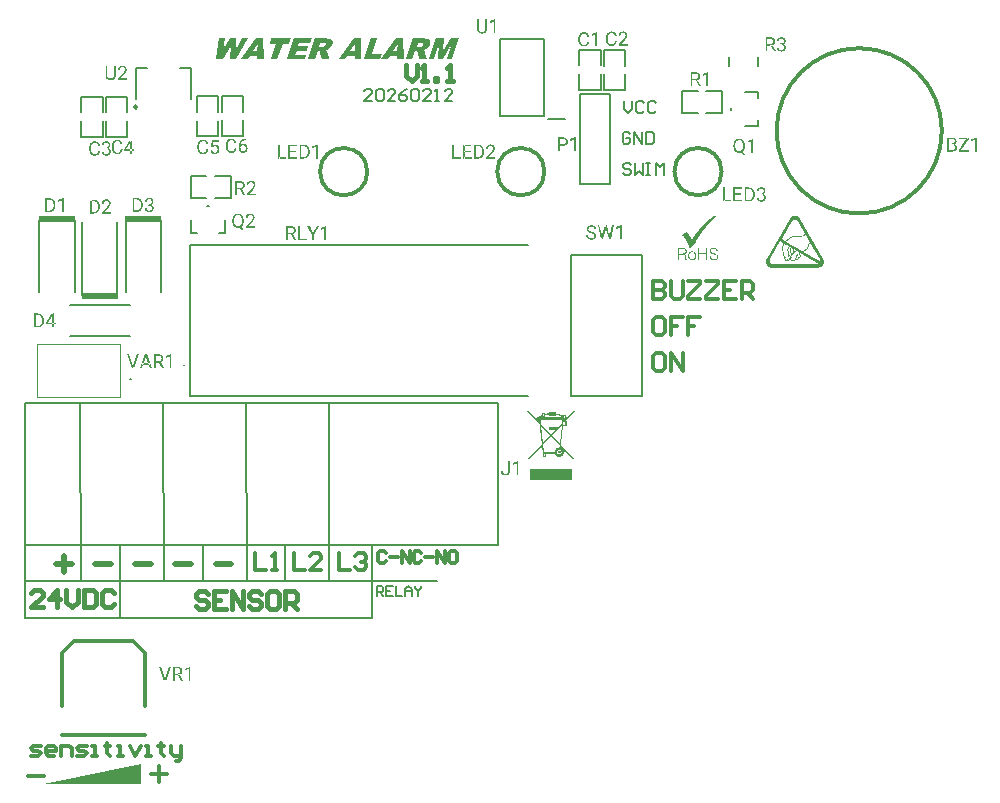
<source format=gto>
G04*
G04 #@! TF.GenerationSoftware,Altium Limited,Altium Designer,24.10.1 (45)*
G04*
G04 Layer_Color=65535*
%FSLAX43Y43*%
%MOMM*%
G71*
G04*
G04 #@! TF.SameCoordinates,DA216BA7-6C9C-4F93-A9C1-4DB8622052F4*
G04*
G04*
G04 #@! TF.FilePolarity,Positive*
G04*
G01*
G75*
%ADD10C,0.300*%
%ADD11C,0.200*%
%ADD12C,0.250*%
%ADD13C,0.100*%
%ADD14C,0.152*%
%ADD15C,0.178*%
%ADD16C,0.400*%
%ADD17C,0.500*%
%ADD18R,3.150X0.508*%
G36*
X63724Y52609D02*
Y50958D01*
X55494D01*
X63724Y52609D01*
D02*
G37*
G36*
X73066Y101993D02*
X73092Y101989D01*
X73124Y101986D01*
X73155Y101978D01*
X73187Y101967D01*
X73218Y101954D01*
X73220D01*
X73222Y101952D01*
X73231Y101947D01*
X73246Y101938D01*
X73263Y101926D01*
X73283Y101910D01*
X73303Y101891D01*
X73324Y101869D01*
X73340Y101843D01*
X73342Y101839D01*
X73348Y101830D01*
X73353Y101815D01*
X73363Y101797D01*
X73370Y101771D01*
X73375Y101743D01*
X73381Y101712D01*
X73383Y101676D01*
Y101675D01*
Y101667D01*
Y101658D01*
X73381Y101643D01*
X73379Y101628D01*
X73375Y101610D01*
X73366Y101571D01*
Y101569D01*
X73363Y101562D01*
X73359Y101552D01*
X73353Y101538D01*
X73348Y101523D01*
X73338Y101504D01*
X73318Y101465D01*
X73316Y101464D01*
X73313Y101456D01*
X73307Y101447D01*
X73298Y101434D01*
X73288Y101417D01*
X73275Y101401D01*
X73248Y101362D01*
X73246Y101360D01*
X73240Y101352D01*
X73233Y101343D01*
X73222Y101330D01*
X73209Y101314D01*
X73194Y101297D01*
X73163Y101260D01*
X72844Y100915D01*
X73438D01*
Y100793D01*
X72663D01*
Y100901D01*
X73051Y101332D01*
Y101334D01*
X73055Y101336D01*
X73063Y101345D01*
X73076Y101362D01*
X73092Y101380D01*
X73109Y101401D01*
X73127Y101425D01*
X73144Y101447D01*
X73161Y101469D01*
X73163Y101471D01*
X73168Y101478D01*
X73174Y101489D01*
X73183Y101502D01*
X73192Y101517D01*
X73201Y101534D01*
X73209Y101552D01*
X73216Y101569D01*
Y101571D01*
X73218Y101576D01*
X73222Y101586D01*
X73225Y101597D01*
X73227Y101612D01*
X73231Y101626D01*
X73233Y101660D01*
Y101662D01*
Y101669D01*
X73231Y101680D01*
X73229Y101695D01*
X73227Y101712D01*
X73224Y101728D01*
X73216Y101747D01*
X73209Y101765D01*
X73207Y101767D01*
X73205Y101773D01*
X73200Y101782D01*
X73190Y101793D01*
X73181Y101804D01*
X73170Y101817D01*
X73155Y101830D01*
X73138Y101841D01*
X73137Y101843D01*
X73131Y101847D01*
X73120Y101850D01*
X73107Y101856D01*
X73090Y101862D01*
X73072Y101867D01*
X73051Y101869D01*
X73027Y101871D01*
X73014D01*
X73000Y101869D01*
X72981Y101867D01*
X72961Y101863D01*
X72938Y101858D01*
X72914Y101850D01*
X72894Y101839D01*
X72892Y101838D01*
X72885Y101834D01*
X72876Y101826D01*
X72864Y101817D01*
X72851Y101806D01*
X72840Y101791D01*
X72827Y101775D01*
X72816Y101754D01*
X72814Y101752D01*
X72813Y101745D01*
X72809Y101734D01*
X72803Y101719D01*
X72798Y101701D01*
X72794Y101680D01*
X72792Y101656D01*
X72790Y101630D01*
X72640D01*
Y101632D01*
Y101634D01*
Y101639D01*
Y101647D01*
X72642Y101665D01*
X72646Y101691D01*
X72651Y101719D01*
X72659Y101749D01*
X72668Y101780D01*
X72683Y101812D01*
Y101813D01*
X72685Y101815D01*
X72692Y101825D01*
X72701Y101841D01*
X72716Y101860D01*
X72735Y101880D01*
X72757Y101902D01*
X72783Y101925D01*
X72813Y101945D01*
X72814D01*
X72816Y101947D01*
X72822Y101950D01*
X72827Y101952D01*
X72848Y101962D01*
X72872Y101971D01*
X72903Y101978D01*
X72940Y101988D01*
X72981Y101993D01*
X73027Y101995D01*
X73046D01*
X73066Y101993D01*
D02*
G37*
G36*
X72100Y101976D02*
X72113D01*
X72144Y101973D01*
X72179Y101969D01*
X72216Y101962D01*
X72255Y101950D01*
X72290Y101938D01*
X72292D01*
X72294Y101936D01*
X72305Y101930D01*
X72322Y101921D01*
X72342Y101908D01*
X72366Y101889D01*
X72389Y101869D01*
X72411Y101845D01*
X72431Y101817D01*
X72433Y101813D01*
X72439Y101802D01*
X72448Y101786D01*
X72457Y101763D01*
X72464Y101734D01*
X72474Y101701D01*
X72479Y101663D01*
X72481Y101621D01*
Y101617D01*
Y101608D01*
X72479Y101591D01*
X72477Y101573D01*
X72474Y101549D01*
X72466Y101525D01*
X72459Y101499D01*
X72448Y101473D01*
X72446Y101469D01*
X72442Y101462D01*
X72435Y101449D01*
X72424Y101434D01*
X72411Y101415D01*
X72394Y101397D01*
X72376Y101376D01*
X72353Y101358D01*
X72352Y101356D01*
X72342Y101351D01*
X72329Y101341D01*
X72313Y101332D01*
X72290Y101321D01*
X72266Y101310D01*
X72256Y101306D01*
X72533Y100802D01*
Y100793D01*
X72366D01*
X72107Y101273D01*
X72163D01*
X72207Y101289D01*
X72239Y101299D01*
X72256Y101306D01*
X72242Y101330D01*
X72077Y101328D01*
X72107Y101273D01*
X71831D01*
Y101399D01*
X71792D01*
X71794Y101273D01*
X71831D01*
Y100793D01*
X71674D01*
Y101978D01*
X72089D01*
X72100Y101976D01*
D02*
G37*
G36*
X76921Y104940D02*
X76334D01*
Y105069D01*
X76921D01*
Y104940D01*
D02*
G37*
G36*
X76301D02*
X76334D01*
Y104560D01*
X76845D01*
Y104432D01*
X76334D01*
Y104560D01*
X76301D01*
Y104432D01*
X76334D01*
Y104012D01*
X76928D01*
Y103884D01*
X76334D01*
Y104012D01*
X76301D01*
Y103884D01*
X76177D01*
Y105069D01*
X76301D01*
Y104940D01*
D02*
G37*
G36*
X77490Y105067D02*
X77502D01*
X77530Y105064D01*
X77564Y105060D01*
X77599Y105053D01*
X77634Y105043D01*
X77671Y105030D01*
X77673D01*
X77675Y105029D01*
X77680Y105027D01*
X77688Y105023D01*
X77704Y105014D01*
X77728Y105003D01*
X77754Y104986D01*
X77782Y104966D01*
X77810Y104943D01*
X77838Y104917D01*
X77841Y104914D01*
X77849Y104905D01*
X77862Y104890D01*
X77878Y104869D01*
X77895Y104843D01*
X77914Y104814D01*
X77930Y104779D01*
X77945Y104742D01*
Y104740D01*
X77947Y104738D01*
X77949Y104730D01*
X77951Y104723D01*
X77954Y104714D01*
X77956Y104703D01*
X77964Y104675D01*
X77971Y104640D01*
X77977Y104601D01*
X77980Y104558D01*
X77982Y104510D01*
Y104440D01*
Y104438D01*
Y104434D01*
Y104427D01*
Y104418D01*
X77980Y104406D01*
Y104393D01*
X77978Y104364D01*
X77973Y104327D01*
X77967Y104288D01*
X77958Y104247D01*
X77945Y104208D01*
Y104206D01*
X77943Y104205D01*
X77941Y104199D01*
X77938Y104192D01*
X77930Y104173D01*
X77917Y104149D01*
X77902Y104121D01*
X77884Y104092D01*
X77862Y104062D01*
X77838Y104032D01*
X77834Y104029D01*
X77825Y104021D01*
X77810Y104008D01*
X77789Y103992D01*
X77765Y103973D01*
X77736Y103955D01*
X77702Y103938D01*
X77667Y103921D01*
X77665D01*
X77664Y103919D01*
X77658Y103918D01*
X77651Y103916D01*
X77641Y103912D01*
X77630Y103910D01*
X77602Y103903D01*
X77569Y103895D01*
X77532Y103890D01*
X77490Y103886D01*
X77445Y103884D01*
X77282D01*
Y104012D01*
X77199D01*
X77197Y103884D01*
X77125D01*
Y105069D01*
X77193D01*
Y104940D01*
X77282D01*
Y104012D01*
X77465D01*
X77477Y104014D01*
X77490Y104016D01*
X77519Y104019D01*
X77552Y104025D01*
X77588Y104034D01*
X77623Y104047D01*
X77656Y104064D01*
X77658D01*
X77660Y104066D01*
X77671Y104073D01*
X77686Y104086D01*
X77704Y104103D01*
X77725Y104125D01*
X77747Y104149D01*
X77765Y104181D01*
X77784Y104214D01*
Y104216D01*
X77786Y104218D01*
X77788Y104223D01*
X77791Y104231D01*
X77793Y104240D01*
X77797Y104251D01*
X77806Y104279D01*
X77814Y104312D01*
X77819Y104349D01*
X77825Y104393D01*
X77827Y104440D01*
Y104512D01*
Y104514D01*
Y104516D01*
Y104521D01*
Y104529D01*
X77825Y104549D01*
X77823Y104573D01*
X77821Y104601D01*
X77817Y104632D01*
X77810Y104662D01*
X77802Y104693D01*
Y104695D01*
X77801Y104697D01*
X77799Y104706D01*
X77793Y104721D01*
X77784Y104740D01*
X77775Y104762D01*
X77762Y104784D01*
X77747Y104806D01*
X77730Y104827D01*
X77728Y104829D01*
X77723Y104836D01*
X77712Y104845D01*
X77699Y104858D01*
X77682Y104871D01*
X77662Y104886D01*
X77640Y104899D01*
X77615Y104910D01*
X77612Y104912D01*
X77604Y104916D01*
X77590Y104919D01*
X77571Y104925D01*
X77547Y104930D01*
X77521Y104936D01*
X77491Y104938D01*
X77460Y104940D01*
X77282D01*
Y105069D01*
X77480D01*
X77490Y105067D01*
D02*
G37*
G36*
X78675Y103884D02*
X78525D01*
Y104882D01*
X78221Y104771D01*
Y104906D01*
X78650Y105069D01*
X78675D01*
Y103884D01*
D02*
G37*
G36*
X75436Y104012D02*
X75997D01*
Y103884D01*
X75436D01*
Y104012D01*
X75405D01*
Y103884D01*
X75279D01*
Y105069D01*
X75436D01*
Y104012D01*
D02*
G37*
G36*
X91680Y104931D02*
X91093D01*
Y105061D01*
X91680D01*
Y104931D01*
D02*
G37*
G36*
X91060D02*
X91093D01*
Y104552D01*
X91604D01*
Y104424D01*
X91093D01*
Y104552D01*
X91060D01*
Y104424D01*
X91093D01*
Y104004D01*
X91688D01*
Y103876D01*
X91093D01*
Y104004D01*
X91060D01*
Y103876D01*
X90936D01*
Y105061D01*
X91060D01*
Y104931D01*
D02*
G37*
G36*
X92249Y105059D02*
X92262D01*
X92290Y105055D01*
X92323Y105052D01*
X92358Y105044D01*
X92393Y105035D01*
X92430Y105022D01*
X92432D01*
X92434Y105020D01*
X92440Y105018D01*
X92447Y105015D01*
X92464Y105005D01*
X92488Y104994D01*
X92514Y104978D01*
X92541Y104957D01*
X92569Y104935D01*
X92597Y104909D01*
X92601Y104905D01*
X92608Y104896D01*
X92621Y104881D01*
X92638Y104861D01*
X92654Y104835D01*
X92673Y104805D01*
X92689Y104770D01*
X92704Y104733D01*
Y104731D01*
X92706Y104730D01*
X92708Y104722D01*
X92710Y104715D01*
X92714Y104705D01*
X92715Y104694D01*
X92723Y104667D01*
X92730Y104631D01*
X92736Y104593D01*
X92739Y104550D01*
X92741Y104502D01*
Y104431D01*
Y104430D01*
Y104426D01*
Y104418D01*
Y104409D01*
X92739Y104398D01*
Y104385D01*
X92738Y104356D01*
X92732Y104318D01*
X92727Y104280D01*
X92717Y104239D01*
X92704Y104200D01*
Y104198D01*
X92702Y104196D01*
X92701Y104191D01*
X92697Y104183D01*
X92689Y104165D01*
X92677Y104141D01*
X92662Y104113D01*
X92643Y104083D01*
X92621Y104054D01*
X92597Y104024D01*
X92593Y104020D01*
X92584Y104013D01*
X92569Y104000D01*
X92549Y103983D01*
X92525Y103965D01*
X92495Y103946D01*
X92462Y103930D01*
X92427Y103913D01*
X92425D01*
X92423Y103911D01*
X92417Y103909D01*
X92410Y103907D01*
X92401Y103904D01*
X92390Y103902D01*
X92362Y103894D01*
X92328Y103887D01*
X92291Y103881D01*
X92249Y103878D01*
X92204Y103876D01*
X92041D01*
Y104004D01*
X91958D01*
X91956Y103876D01*
X91884D01*
Y105061D01*
X91953D01*
Y104931D01*
X92041D01*
Y104004D01*
X92225D01*
X92236Y104006D01*
X92249Y104007D01*
X92278Y104011D01*
X92312Y104017D01*
X92347Y104026D01*
X92382Y104039D01*
X92415Y104056D01*
X92417D01*
X92419Y104057D01*
X92430Y104065D01*
X92445Y104078D01*
X92464Y104094D01*
X92484Y104117D01*
X92506Y104141D01*
X92525Y104172D01*
X92543Y104206D01*
Y104207D01*
X92545Y104209D01*
X92547Y104215D01*
X92551Y104222D01*
X92552Y104231D01*
X92556Y104243D01*
X92565Y104270D01*
X92573Y104304D01*
X92578Y104341D01*
X92584Y104385D01*
X92586Y104431D01*
Y104504D01*
Y104506D01*
Y104507D01*
Y104513D01*
Y104520D01*
X92584Y104541D01*
X92582Y104565D01*
X92580Y104593D01*
X92577Y104624D01*
X92569Y104654D01*
X92562Y104685D01*
Y104687D01*
X92560Y104689D01*
X92558Y104698D01*
X92552Y104713D01*
X92543Y104731D01*
X92534Y104754D01*
X92521Y104776D01*
X92506Y104798D01*
X92490Y104818D01*
X92488Y104820D01*
X92482Y104828D01*
X92471Y104837D01*
X92458Y104850D01*
X92441Y104863D01*
X92421Y104878D01*
X92399Y104891D01*
X92375Y104902D01*
X92371Y104904D01*
X92364Y104907D01*
X92349Y104911D01*
X92330Y104917D01*
X92306Y104922D01*
X92280Y104928D01*
X92251Y104930D01*
X92219Y104931D01*
X92041D01*
Y105061D01*
X92240D01*
X92249Y105059D01*
D02*
G37*
G36*
X93343Y105076D02*
X93369Y105072D01*
X93401Y105068D01*
X93432Y105061D01*
X93463Y105050D01*
X93495Y105037D01*
X93497D01*
X93499Y105035D01*
X93508Y105030D01*
X93523Y105020D01*
X93539Y105009D01*
X93560Y104992D01*
X93580Y104974D01*
X93601Y104952D01*
X93617Y104926D01*
X93619Y104922D01*
X93625Y104913D01*
X93630Y104898D01*
X93639Y104880D01*
X93647Y104854D01*
X93652Y104826D01*
X93658Y104794D01*
X93660Y104759D01*
Y104757D01*
Y104750D01*
Y104741D01*
X93658Y104726D01*
X93656Y104711D01*
X93652Y104693D01*
X93643Y104654D01*
Y104652D01*
X93639Y104644D01*
X93636Y104635D01*
X93630Y104620D01*
X93625Y104605D01*
X93615Y104587D01*
X93595Y104548D01*
X93593Y104546D01*
X93589Y104539D01*
X93584Y104530D01*
X93575Y104517D01*
X93565Y104500D01*
X93552Y104483D01*
X93525Y104444D01*
X93523Y104443D01*
X93517Y104435D01*
X93510Y104426D01*
X93499Y104413D01*
X93486Y104396D01*
X93471Y104380D01*
X93439Y104343D01*
X93121Y103998D01*
X93715D01*
Y103876D01*
X92939D01*
Y103983D01*
X93328Y104415D01*
Y104417D01*
X93332Y104418D01*
X93339Y104428D01*
X93352Y104444D01*
X93369Y104463D01*
X93386Y104483D01*
X93404Y104507D01*
X93421Y104530D01*
X93438Y104552D01*
X93439Y104554D01*
X93445Y104561D01*
X93451Y104572D01*
X93460Y104585D01*
X93469Y104600D01*
X93478Y104617D01*
X93486Y104635D01*
X93493Y104652D01*
Y104654D01*
X93495Y104659D01*
X93499Y104668D01*
X93502Y104680D01*
X93504Y104694D01*
X93508Y104709D01*
X93510Y104743D01*
Y104744D01*
Y104752D01*
X93508Y104763D01*
X93506Y104778D01*
X93504Y104794D01*
X93501Y104811D01*
X93493Y104830D01*
X93486Y104848D01*
X93484Y104850D01*
X93482Y104855D01*
X93476Y104865D01*
X93467Y104876D01*
X93458Y104887D01*
X93447Y104900D01*
X93432Y104913D01*
X93415Y104924D01*
X93413Y104926D01*
X93408Y104930D01*
X93397Y104933D01*
X93384Y104939D01*
X93367Y104944D01*
X93349Y104950D01*
X93328Y104952D01*
X93304Y104954D01*
X93291D01*
X93276Y104952D01*
X93258Y104950D01*
X93238Y104946D01*
X93215Y104941D01*
X93191Y104933D01*
X93171Y104922D01*
X93169Y104920D01*
X93162Y104917D01*
X93152Y104909D01*
X93141Y104900D01*
X93128Y104889D01*
X93117Y104874D01*
X93104Y104857D01*
X93093Y104837D01*
X93091Y104835D01*
X93089Y104828D01*
X93086Y104817D01*
X93080Y104802D01*
X93075Y104783D01*
X93071Y104763D01*
X93069Y104739D01*
X93067Y104713D01*
X92917D01*
Y104715D01*
Y104717D01*
Y104722D01*
Y104730D01*
X92919Y104748D01*
X92923Y104774D01*
X92928Y104802D01*
X92936Y104831D01*
X92945Y104863D01*
X92960Y104894D01*
Y104896D01*
X92962Y104898D01*
X92969Y104907D01*
X92978Y104924D01*
X92993Y104942D01*
X93012Y104963D01*
X93034Y104985D01*
X93060Y105007D01*
X93089Y105028D01*
X93091D01*
X93093Y105030D01*
X93099Y105033D01*
X93104Y105035D01*
X93125Y105044D01*
X93149Y105054D01*
X93180Y105061D01*
X93217Y105070D01*
X93258Y105076D01*
X93304Y105078D01*
X93323D01*
X93343Y105076D01*
D02*
G37*
G36*
X90195Y104004D02*
X90756D01*
Y103876D01*
X90195D01*
Y104004D01*
X90164D01*
Y103876D01*
X90038D01*
Y105061D01*
X90195D01*
Y104004D01*
D02*
G37*
G36*
X114604Y101307D02*
X114018D01*
Y101437D01*
X114604D01*
Y101307D01*
D02*
G37*
G36*
X113984D02*
X114018D01*
Y100927D01*
X114529D01*
Y100800D01*
X114018D01*
Y100927D01*
X113984D01*
Y100800D01*
X114018D01*
Y100379D01*
X114612D01*
Y100251D01*
X114018D01*
Y100379D01*
X113984D01*
Y100251D01*
X113860D01*
Y101437D01*
X113984D01*
Y101307D01*
D02*
G37*
G36*
X115173Y101435D02*
X115186D01*
X115214Y101431D01*
X115247Y101427D01*
X115282Y101420D01*
X115317Y101411D01*
X115354Y101398D01*
X115356D01*
X115358Y101396D01*
X115364Y101394D01*
X115371Y101390D01*
X115388Y101381D01*
X115412Y101370D01*
X115438Y101353D01*
X115465Y101333D01*
X115493Y101311D01*
X115521Y101285D01*
X115525Y101281D01*
X115532Y101272D01*
X115545Y101257D01*
X115562Y101237D01*
X115578Y101211D01*
X115597Y101181D01*
X115614Y101146D01*
X115628Y101109D01*
Y101107D01*
X115630Y101105D01*
X115632Y101098D01*
X115634Y101090D01*
X115638Y101081D01*
X115640Y101070D01*
X115647Y101042D01*
X115654Y101007D01*
X115660Y100968D01*
X115664Y100925D01*
X115665Y100877D01*
Y100807D01*
Y100805D01*
Y100801D01*
Y100794D01*
Y100785D01*
X115664Y100774D01*
Y100761D01*
X115662Y100731D01*
X115656Y100694D01*
X115651Y100655D01*
X115641Y100614D01*
X115628Y100576D01*
Y100574D01*
X115627Y100572D01*
X115625Y100566D01*
X115621Y100559D01*
X115614Y100540D01*
X115601Y100516D01*
X115586Y100488D01*
X115567Y100459D01*
X115545Y100429D01*
X115521Y100400D01*
X115517Y100396D01*
X115508Y100388D01*
X115493Y100376D01*
X115473Y100359D01*
X115449Y100340D01*
X115419Y100322D01*
X115386Y100305D01*
X115351Y100288D01*
X115349D01*
X115347Y100287D01*
X115341Y100285D01*
X115334Y100283D01*
X115325Y100279D01*
X115314Y100277D01*
X115286Y100270D01*
X115253Y100263D01*
X115216Y100257D01*
X115173Y100253D01*
X115128Y100251D01*
X114966D01*
Y100379D01*
X114882D01*
X114880Y100251D01*
X114808D01*
Y101437D01*
X114877D01*
Y101307D01*
X114966D01*
Y100379D01*
X115149D01*
X115160Y100381D01*
X115173Y100383D01*
X115203Y100387D01*
X115236Y100392D01*
X115271Y100401D01*
X115306Y100414D01*
X115340Y100431D01*
X115341D01*
X115343Y100433D01*
X115354Y100440D01*
X115369Y100453D01*
X115388Y100470D01*
X115408Y100492D01*
X115430Y100516D01*
X115449Y100548D01*
X115467Y100581D01*
Y100583D01*
X115469Y100585D01*
X115471Y100590D01*
X115475Y100598D01*
X115477Y100607D01*
X115480Y100618D01*
X115490Y100646D01*
X115497Y100679D01*
X115503Y100716D01*
X115508Y100761D01*
X115510Y100807D01*
Y100879D01*
Y100881D01*
Y100883D01*
Y100888D01*
Y100896D01*
X115508Y100916D01*
X115506Y100940D01*
X115504Y100968D01*
X115501Y101000D01*
X115493Y101029D01*
X115486Y101061D01*
Y101062D01*
X115484Y101064D01*
X115482Y101074D01*
X115477Y101088D01*
X115467Y101107D01*
X115458Y101129D01*
X115445Y101151D01*
X115430Y101174D01*
X115414Y101194D01*
X115412Y101196D01*
X115406Y101203D01*
X115395Y101212D01*
X115382Y101225D01*
X115366Y101238D01*
X115345Y101253D01*
X115323Y101266D01*
X115299Y101277D01*
X115295Y101279D01*
X115288Y101283D01*
X115273Y101287D01*
X115254Y101292D01*
X115230Y101298D01*
X115204Y101303D01*
X115175Y101305D01*
X115143Y101307D01*
X114966D01*
Y101437D01*
X115164D01*
X115173Y101435D01*
D02*
G37*
G36*
X116256Y101451D02*
X116280Y101448D01*
X116310Y101444D01*
X116341Y101437D01*
X116373Y101427D01*
X116404Y101414D01*
X116406D01*
X116408Y101412D01*
X116417Y101407D01*
X116432Y101399D01*
X116451Y101387D01*
X116471Y101370D01*
X116491Y101351D01*
X116512Y101327D01*
X116530Y101301D01*
X116532Y101298D01*
X116538Y101288D01*
X116545Y101272D01*
X116552Y101251D01*
X116560Y101224D01*
X116567Y101192D01*
X116573Y101157D01*
X116575Y101116D01*
Y101114D01*
Y101109D01*
X116573Y101100D01*
Y101088D01*
X116569Y101074D01*
X116565Y101057D01*
X116562Y101038D01*
X116554Y101020D01*
Y101018D01*
X116551Y101011D01*
X116545Y101001D01*
X116539Y100990D01*
X116530Y100975D01*
X116519Y100959D01*
X116504Y100942D01*
X116489Y100925D01*
X116488Y100924D01*
X116482Y100918D01*
X116473Y100911D01*
X116460Y100900D01*
X116443Y100888D01*
X116425Y100875D01*
X116402Y100864D01*
X116388Y100858D01*
X116399Y100855D01*
X116402Y100853D01*
X116412Y100850D01*
X116425Y100844D01*
X116441Y100837D01*
X116460Y100827D01*
X116478Y100814D01*
X116499Y100801D01*
X116515Y100785D01*
X116517Y100783D01*
X116523Y100777D01*
X116530Y100768D01*
X116539Y100755D01*
X116549Y100742D01*
X116558Y100725D01*
X116567Y100707D01*
X116575Y100687D01*
Y100685D01*
X116578Y100677D01*
X116580Y100666D01*
X116584Y100653D01*
X116588Y100637D01*
X116589Y100620D01*
X116593Y100581D01*
Y100577D01*
Y100566D01*
X116591Y100551D01*
X116589Y100531D01*
X116586Y100509D01*
X116582Y100483D01*
X116575Y100459D01*
X116565Y100433D01*
X116564Y100429D01*
X116560Y100422D01*
X116554Y100411D01*
X116545Y100396D01*
X116534Y100377D01*
X116521Y100359D01*
X116504Y100340D01*
X116486Y100324D01*
X116484Y100322D01*
X116477Y100316D01*
X116467Y100309D01*
X116452Y100300D01*
X116436Y100288D01*
X116415Y100277D01*
X116391Y100266D01*
X116367Y100257D01*
X116364D01*
X116356Y100253D01*
X116341Y100250D01*
X116323Y100246D01*
X116301Y100242D01*
X116275Y100239D01*
X116247Y100237D01*
X116217Y100235D01*
X116204D01*
X116189Y100237D01*
X116171D01*
X116149Y100240D01*
X116125Y100244D01*
X116099Y100248D01*
X116073Y100255D01*
X116069Y100257D01*
X116062Y100259D01*
X116049Y100264D01*
X116032Y100272D01*
X116014Y100281D01*
X115993Y100292D01*
X115973Y100305D01*
X115952Y100320D01*
X115951Y100322D01*
X115943Y100327D01*
X115934Y100337D01*
X115923Y100350D01*
X115910Y100364D01*
X115897Y100381D01*
X115884Y100401D01*
X115871Y100424D01*
X115869Y100427D01*
X115867Y100435D01*
X115862Y100448D01*
X115856Y100464D01*
X115851Y100485D01*
X115847Y100509D01*
X115843Y100535D01*
X115841Y100564D01*
X115993D01*
Y100563D01*
Y100553D01*
X115995Y100542D01*
X115997Y100527D01*
X115999Y100511D01*
X116004Y100492D01*
X116010Y100474D01*
X116019Y100455D01*
X116021Y100453D01*
X116025Y100448D01*
X116030Y100438D01*
X116040Y100429D01*
X116051Y100418D01*
X116064Y100405D01*
X116078Y100394D01*
X116097Y100383D01*
X116099Y100381D01*
X116106Y100379D01*
X116117Y100376D01*
X116132Y100370D01*
X116149Y100364D01*
X116169Y100361D01*
X116193Y100359D01*
X116217Y100357D01*
X116228D01*
X116241Y100359D01*
X116258Y100361D01*
X116278Y100363D01*
X116297Y100368D01*
X116317Y100374D01*
X116338Y100381D01*
X116339Y100383D01*
X116345Y100385D01*
X116354Y100392D01*
X116365Y100400D01*
X116378Y100409D01*
X116391Y100422D01*
X116402Y100437D01*
X116414Y100453D01*
X116415Y100455D01*
X116417Y100463D01*
X116423Y100474D01*
X116428Y100488D01*
X116432Y100505D01*
X116438Y100527D01*
X116439Y100551D01*
X116441Y100577D01*
Y100581D01*
Y100590D01*
X116439Y100603D01*
X116438Y100620D01*
X116434Y100638D01*
X116428Y100659D01*
X116421Y100679D01*
X116410Y100698D01*
X116408Y100700D01*
X116404Y100705D01*
X116397Y100714D01*
X116388Y100725D01*
X116377Y100737D01*
X116360Y100748D01*
X116343Y100761D01*
X116323Y100770D01*
X116321Y100772D01*
X116314Y100774D01*
X116301Y100777D01*
X116286Y100783D01*
X116265Y100787D01*
X116243Y100790D01*
X116217Y100792D01*
X116189Y100794D01*
X116082D01*
Y100825D01*
X116212D01*
X116247Y100827D01*
X116278Y100829D01*
X116306Y100835D01*
X116330Y100840D01*
X116351Y100844D01*
X116364Y100850D01*
X116373Y100851D01*
X116377Y100853D01*
X116388Y100858D01*
X116369Y100864D01*
X116338Y100872D01*
X116306Y100875D01*
X116278Y100879D01*
X116251Y100881D01*
X116230Y100883D01*
X116082D01*
Y100916D01*
X116202D01*
X116217Y100918D01*
X116236Y100920D01*
X116256Y100922D01*
X116278Y100927D01*
X116301Y100933D01*
X116321Y100942D01*
X116323Y100944D01*
X116330Y100948D01*
X116339Y100953D01*
X116351Y100963D01*
X116362Y100972D01*
X116375Y100985D01*
X116388Y101000D01*
X116397Y101016D01*
X116399Y101018D01*
X116401Y101024D01*
X116404Y101035D01*
X116410Y101046D01*
X116415Y101062D01*
X116419Y101079D01*
X116421Y101100D01*
X116423Y101120D01*
Y101124D01*
Y101131D01*
X116421Y101144D01*
Y101161D01*
X116417Y101177D01*
X116414Y101198D01*
X116408Y101216D01*
X116401Y101235D01*
X116399Y101237D01*
X116397Y101242D01*
X116391Y101251D01*
X116384Y101261D01*
X116375Y101272D01*
X116362Y101285D01*
X116349Y101296D01*
X116332Y101305D01*
X116330Y101307D01*
X116325Y101309D01*
X116314Y101312D01*
X116301Y101318D01*
X116284Y101322D01*
X116265Y101325D01*
X116243Y101327D01*
X116217Y101329D01*
X116206D01*
X116195Y101327D01*
X116180Y101325D01*
X116162Y101324D01*
X116143Y101318D01*
X116123Y101312D01*
X116104Y101303D01*
X116102Y101301D01*
X116097Y101300D01*
X116088Y101294D01*
X116077Y101285D01*
X116065Y101275D01*
X116052Y101264D01*
X116040Y101250D01*
X116028Y101233D01*
X116027Y101231D01*
X116025Y101225D01*
X116021Y101216D01*
X116015Y101203D01*
X116010Y101188D01*
X116006Y101170D01*
X116004Y101150D01*
X116002Y101127D01*
X115852D01*
Y101129D01*
Y101131D01*
Y101142D01*
X115854Y101159D01*
X115858Y101181D01*
X115864Y101207D01*
X115871Y101233D01*
X115882Y101262D01*
X115897Y101290D01*
X115899Y101294D01*
X115906Y101303D01*
X115915Y101316D01*
X115930Y101333D01*
X115949Y101351D01*
X115971Y101372D01*
X115995Y101390D01*
X116025Y101409D01*
X116027D01*
X116028Y101411D01*
X116040Y101416D01*
X116056Y101424D01*
X116080Y101431D01*
X116108Y101438D01*
X116141Y101446D01*
X116178Y101451D01*
X116217Y101453D01*
X116236D01*
X116256Y101451D01*
D02*
G37*
G36*
X113119Y100379D02*
X113680D01*
Y100251D01*
X113119D01*
Y100379D01*
X113088D01*
Y100251D01*
X112962D01*
Y101437D01*
X113119D01*
Y100379D01*
D02*
G37*
G36*
X99457Y105676D02*
X99470D01*
X99502Y105673D01*
X99537Y105667D01*
X99576Y105658D01*
X99613Y105647D01*
X99650Y105630D01*
X99652D01*
X99654Y105628D01*
X99665Y105621D01*
X99682Y105612D01*
X99702Y105597D01*
X99726Y105578D01*
X99748Y105556D01*
X99770Y105532D01*
X99791Y105502D01*
X99793Y105499D01*
X99798Y105488D01*
X99806Y105471D01*
X99815Y105449D01*
X99824Y105421D01*
X99832Y105389D01*
X99837Y105354D01*
X99839Y105315D01*
Y105314D01*
Y105310D01*
Y105304D01*
Y105297D01*
X99837Y105275D01*
X99833Y105249D01*
X99828Y105219D01*
X99819Y105186D01*
X99807Y105152D01*
X99791Y105121D01*
X99789Y105117D01*
X99782Y105108D01*
X99770Y105093D01*
X99756Y105077D01*
X99735Y105056D01*
X99711Y105036D01*
X99683Y105015D01*
X99650Y104999D01*
X99648D01*
X99646Y104997D01*
X99641Y104995D01*
X99633Y104993D01*
X99624Y104990D01*
X99613Y104986D01*
X99587Y104978D01*
X99554Y104971D01*
X99515Y104964D01*
X99472Y104960D01*
X99424Y104958D01*
X99145D01*
Y105086D01*
X99108D01*
Y104958D01*
X99145D01*
Y104493D01*
X98987D01*
Y105678D01*
X99446D01*
X99457Y105676D01*
D02*
G37*
G36*
X100494Y104493D02*
X100344D01*
Y105491D01*
X100041Y105380D01*
Y105515D01*
X100470Y105678D01*
X100494D01*
Y104493D01*
D02*
G37*
G36*
X103576Y114642D02*
X103590D01*
X103622Y114639D01*
X103657Y114631D01*
X103696Y114622D01*
X103733Y114609D01*
X103770Y114592D01*
X103772D01*
X103774Y114590D01*
X103785Y114583D01*
X103801Y114572D01*
X103824Y114557D01*
X103846Y114537D01*
X103870Y114513D01*
X103894Y114485D01*
X103914Y114453D01*
Y114452D01*
X103916Y114450D01*
X103920Y114444D01*
X103924Y114439D01*
X103931Y114420D01*
X103942Y114394D01*
X103953Y114365D01*
X103963Y114329D01*
X103972Y114290D01*
X103977Y114248D01*
X103822D01*
Y114250D01*
Y114252D01*
X103820Y114261D01*
X103816Y114277D01*
X103813Y114296D01*
X103807Y114318D01*
X103800Y114342D01*
X103790Y114366D01*
X103779Y114389D01*
X103777Y114390D01*
X103774Y114398D01*
X103766Y114409D01*
X103757Y114424D01*
X103746Y114439D01*
X103729Y114453D01*
X103713Y114468D01*
X103692Y114481D01*
X103690Y114483D01*
X103681Y114487D01*
X103670Y114492D01*
X103651Y114498D01*
X103631Y114503D01*
X103605Y114509D01*
X103576Y114513D01*
X103542Y114515D01*
X103529D01*
X103514Y114513D01*
X103496Y114511D01*
X103474Y114507D01*
X103451Y114502D01*
X103427Y114494D01*
X103403Y114485D01*
X103401Y114483D01*
X103394Y114479D01*
X103383Y114472D01*
X103368Y114463D01*
X103353Y114452D01*
X103337Y114437D01*
X103320Y114420D01*
X103303Y114400D01*
X103302Y114398D01*
X103298Y114390D01*
X103290Y114377D01*
X103281Y114363D01*
X103272Y114342D01*
X103263Y114320D01*
X103253Y114294D01*
X103244Y114266D01*
Y114263D01*
X103240Y114253D01*
X103239Y114237D01*
X103235Y114216D01*
X103231Y114190D01*
X103227Y114161D01*
X103226Y114129D01*
X103224Y114094D01*
Y113974D01*
Y113972D01*
Y113970D01*
Y113959D01*
X103226Y113942D01*
Y113920D01*
X103227Y113896D01*
X103231Y113868D01*
X103240Y113811D01*
X103242Y113807D01*
X103244Y113798D01*
X103248Y113783D01*
X103255Y113766D01*
X103263Y113744D01*
X103272Y113722D01*
X103296Y113676D01*
X103298Y113674D01*
X103303Y113666D01*
X103311Y113655D01*
X103322Y113642D01*
X103337Y113628D01*
X103353Y113613D01*
X103372Y113598D01*
X103392Y113585D01*
X103394Y113583D01*
X103403Y113579D01*
X103414Y113574D01*
X103431Y113568D01*
X103451Y113563D01*
X103474Y113557D01*
X103501Y113553D01*
X103529Y113552D01*
X103546D01*
X103564Y113553D01*
X103587Y113555D01*
X103613Y113559D01*
X103639Y113565D01*
X103664Y113572D01*
X103689Y113583D01*
X103690Y113585D01*
X103698Y113589D01*
X103709Y113596D01*
X103722Y113607D01*
X103737Y113620D01*
X103751Y113637D01*
X103764Y113655D01*
X103777Y113676D01*
X103779Y113678D01*
X103783Y113687D01*
X103788Y113700D01*
X103794Y113716D01*
X103801Y113737D01*
X103809Y113761D01*
X103816Y113789D01*
X103822Y113818D01*
X103977D01*
Y113816D01*
Y113813D01*
X103976Y113807D01*
Y113800D01*
X103972Y113778D01*
X103966Y113752D01*
X103957Y113720D01*
X103946Y113685D01*
X103933Y113650D01*
X103914Y113616D01*
Y113615D01*
X103913Y113613D01*
X103905Y113602D01*
X103892Y113585D01*
X103877Y113566D01*
X103855Y113542D01*
X103829Y113520D01*
X103800Y113496D01*
X103766Y113476D01*
X103764D01*
X103763Y113474D01*
X103757Y113472D01*
X103750Y113468D01*
X103740Y113465D01*
X103729Y113459D01*
X103701Y113452D01*
X103666Y113442D01*
X103627Y113433D01*
X103581Y113428D01*
X103529Y113426D01*
X103513D01*
X103492Y113428D01*
X103466Y113431D01*
X103439Y113435D01*
X103405Y113442D01*
X103374Y113452D01*
X103340Y113465D01*
X103337Y113466D01*
X103326Y113472D01*
X103311Y113481D01*
X103290Y113492D01*
X103268Y113509D01*
X103242Y113528D01*
X103218Y113550D01*
X103194Y113576D01*
X103192Y113579D01*
X103185Y113589D01*
X103174Y113603D01*
X103159Y113624D01*
X103144Y113650D01*
X103129Y113679D01*
X103113Y113713D01*
X103100Y113748D01*
Y113750D01*
X103098Y113753D01*
X103096Y113759D01*
X103094Y113766D01*
X103092Y113776D01*
X103089Y113787D01*
X103083Y113815D01*
X103077Y113848D01*
X103072Y113887D01*
X103068Y113929D01*
X103066Y113974D01*
Y114092D01*
Y114094D01*
Y114098D01*
Y114105D01*
Y114113D01*
X103068Y114124D01*
Y114137D01*
X103070Y114166D01*
X103074Y114202D01*
X103081Y114240D01*
X103089Y114279D01*
X103100Y114318D01*
Y114320D01*
X103102Y114322D01*
X103103Y114327D01*
X103105Y114335D01*
X103113Y114353D01*
X103124Y114377D01*
X103137Y114405D01*
X103153Y114435D01*
X103172Y114465D01*
X103194Y114492D01*
X103198Y114496D01*
X103205Y114503D01*
X103218Y114516D01*
X103237Y114533D01*
X103259Y114552D01*
X103285Y114570D01*
X103313Y114587D01*
X103344Y114603D01*
X103346D01*
X103348Y114605D01*
X103353Y114607D01*
X103359Y114609D01*
X103377Y114616D01*
X103401Y114624D01*
X103431Y114631D01*
X103464Y114639D01*
X103501Y114642D01*
X103542Y114644D01*
X103564D01*
X103576Y114642D01*
D02*
G37*
G36*
X104557D02*
X104583Y114639D01*
X104614Y114635D01*
X104646Y114627D01*
X104677Y114616D01*
X104709Y114603D01*
X104711D01*
X104712Y114602D01*
X104722Y114596D01*
X104737Y114587D01*
X104753Y114576D01*
X104774Y114559D01*
X104794Y114540D01*
X104814Y114518D01*
X104831Y114492D01*
X104833Y114489D01*
X104838Y114479D01*
X104844Y114465D01*
X104853Y114446D01*
X104861Y114420D01*
X104866Y114392D01*
X104872Y114361D01*
X104874Y114326D01*
Y114324D01*
Y114316D01*
Y114307D01*
X104872Y114292D01*
X104870Y114277D01*
X104866Y114259D01*
X104857Y114220D01*
Y114218D01*
X104853Y114211D01*
X104850Y114202D01*
X104844Y114187D01*
X104838Y114172D01*
X104829Y114153D01*
X104809Y114115D01*
X104807Y114113D01*
X104803Y114105D01*
X104798Y114096D01*
X104788Y114083D01*
X104779Y114066D01*
X104766Y114050D01*
X104738Y114011D01*
X104737Y114009D01*
X104731Y114002D01*
X104724Y113992D01*
X104712Y113979D01*
X104700Y113963D01*
X104685Y113946D01*
X104653Y113909D01*
X104335Y113565D01*
X104929D01*
Y113442D01*
X104153D01*
Y113550D01*
X104542Y113981D01*
Y113983D01*
X104546Y113985D01*
X104553Y113994D01*
X104566Y114011D01*
X104583Y114029D01*
X104600Y114050D01*
X104618Y114074D01*
X104635Y114096D01*
X104651Y114118D01*
X104653Y114120D01*
X104659Y114128D01*
X104664Y114139D01*
X104674Y114152D01*
X104683Y114166D01*
X104692Y114183D01*
X104700Y114202D01*
X104707Y114218D01*
Y114220D01*
X104709Y114226D01*
X104712Y114235D01*
X104716Y114246D01*
X104718Y114261D01*
X104722Y114276D01*
X104724Y114309D01*
Y114311D01*
Y114318D01*
X104722Y114329D01*
X104720Y114344D01*
X104718Y114361D01*
X104714Y114377D01*
X104707Y114396D01*
X104700Y114415D01*
X104698Y114416D01*
X104696Y114422D01*
X104690Y114431D01*
X104681Y114442D01*
X104672Y114453D01*
X104661Y114466D01*
X104646Y114479D01*
X104629Y114490D01*
X104627Y114492D01*
X104622Y114496D01*
X104611Y114500D01*
X104598Y114505D01*
X104581Y114511D01*
X104562Y114516D01*
X104542Y114518D01*
X104518Y114520D01*
X104505D01*
X104490Y114518D01*
X104472Y114516D01*
X104451Y114513D01*
X104429Y114507D01*
X104405Y114500D01*
X104385Y114489D01*
X104383Y114487D01*
X104375Y114483D01*
X104366Y114476D01*
X104355Y114466D01*
X104342Y114455D01*
X104331Y114440D01*
X104318Y114424D01*
X104307Y114403D01*
X104305Y114402D01*
X104303Y114394D01*
X104300Y114383D01*
X104294Y114368D01*
X104288Y114350D01*
X104285Y114329D01*
X104283Y114305D01*
X104281Y114279D01*
X104131D01*
Y114281D01*
Y114283D01*
Y114289D01*
Y114296D01*
X104133Y114315D01*
X104137Y114340D01*
X104142Y114368D01*
X104150Y114398D01*
X104159Y114429D01*
X104174Y114461D01*
Y114463D01*
X104175Y114465D01*
X104183Y114474D01*
X104192Y114490D01*
X104207Y114509D01*
X104225Y114529D01*
X104248Y114552D01*
X104274Y114574D01*
X104303Y114594D01*
X104305D01*
X104307Y114596D01*
X104313Y114600D01*
X104318Y114602D01*
X104338Y114611D01*
X104363Y114620D01*
X104394Y114627D01*
X104431Y114637D01*
X104472Y114642D01*
X104518Y114644D01*
X104537D01*
X104557Y114642D01*
D02*
G37*
G36*
X93010Y114865D02*
Y114863D01*
Y114860D01*
Y114852D01*
Y114843D01*
X93009Y114832D01*
X93007Y114819D01*
X93003Y114787D01*
X92996Y114752D01*
X92986Y114715D01*
X92972Y114678D01*
X92951Y114643D01*
Y114641D01*
X92949Y114639D01*
X92940Y114628D01*
X92927Y114613D01*
X92909Y114593D01*
X92886Y114571D01*
X92860Y114549D01*
X92829Y114528D01*
X92794Y114510D01*
X92792D01*
X92790Y114508D01*
X92785Y114506D01*
X92777Y114502D01*
X92757Y114497D01*
X92731Y114489D01*
X92699Y114480D01*
X92662Y114475D01*
X92623Y114469D01*
X92581Y114467D01*
X92560D01*
X92549Y114469D01*
X92538D01*
X92509Y114473D01*
X92475Y114478D01*
X92438Y114486D01*
X92399Y114495D01*
X92362Y114510D01*
X92361D01*
X92359Y114512D01*
X92353Y114515D01*
X92346Y114519D01*
X92329Y114528D01*
X92307Y114543D01*
X92283Y114562D01*
X92257Y114586D01*
X92231Y114612D01*
X92209Y114643D01*
Y114645D01*
X92207Y114647D01*
X92203Y114652D01*
X92199Y114660D01*
X92192Y114678D01*
X92181Y114704D01*
X92172Y114736D01*
X92162Y114775D01*
X92155Y114817D01*
X92153Y114865D01*
Y115669D01*
X92309D01*
Y114865D01*
Y114863D01*
Y114862D01*
Y114850D01*
X92311Y114832D01*
X92312Y114812D01*
X92316Y114787D01*
X92323Y114762D01*
X92331Y114736D01*
X92342Y114712D01*
X92344Y114710D01*
X92349Y114702D01*
X92357Y114691D01*
X92368Y114678D01*
X92381Y114663D01*
X92398Y114649D01*
X92416Y114636D01*
X92438Y114623D01*
X92442Y114621D01*
X92449Y114619D01*
X92462Y114613D01*
X92479Y114608D01*
X92499Y114602D01*
X92523Y114599D01*
X92551Y114595D01*
X92581Y114593D01*
X92596D01*
X92610Y114595D01*
X92631Y114597D01*
X92653Y114600D01*
X92677Y114606D01*
X92701Y114613D01*
X92725Y114623D01*
X92727Y114625D01*
X92735Y114628D01*
X92746Y114636D01*
X92760Y114645D01*
X92775Y114658D01*
X92790Y114673D01*
X92807Y114691D01*
X92820Y114712D01*
X92822Y114715D01*
X92825Y114723D01*
X92831Y114736D01*
X92838Y114754D01*
X92844Y114776D01*
X92849Y114802D01*
X92853Y114832D01*
X92855Y114865D01*
Y115669D01*
X93010D01*
Y114865D01*
D02*
G37*
G36*
X93714Y114484D02*
X93564D01*
Y115482D01*
X93260Y115371D01*
Y115506D01*
X93690Y115669D01*
X93714D01*
Y114484D01*
D02*
G37*
G36*
X59718Y100410D02*
X59731D01*
X59759Y100407D01*
X59792Y100403D01*
X59828Y100396D01*
X59863Y100386D01*
X59900Y100373D01*
X59902D01*
X59903Y100371D01*
X59909Y100370D01*
X59916Y100366D01*
X59933Y100357D01*
X59957Y100346D01*
X59983Y100329D01*
X60011Y100309D01*
X60039Y100286D01*
X60066Y100260D01*
X60070Y100257D01*
X60078Y100247D01*
X60091Y100233D01*
X60107Y100212D01*
X60124Y100186D01*
X60142Y100157D01*
X60159Y100121D01*
X60174Y100084D01*
Y100083D01*
X60176Y100081D01*
X60178Y100073D01*
X60179Y100066D01*
X60183Y100057D01*
X60185Y100046D01*
X60192Y100018D01*
X60200Y99983D01*
X60205Y99944D01*
X60209Y99901D01*
X60211Y99853D01*
Y99783D01*
Y99781D01*
Y99777D01*
Y99770D01*
Y99760D01*
X60209Y99749D01*
Y99736D01*
X60207Y99707D01*
X60202Y99670D01*
X60196Y99631D01*
X60187Y99590D01*
X60174Y99551D01*
Y99549D01*
X60172Y99547D01*
X60170Y99542D01*
X60166Y99535D01*
X60159Y99516D01*
X60146Y99492D01*
X60131Y99464D01*
X60113Y99435D01*
X60091Y99405D01*
X60066Y99375D01*
X60063Y99372D01*
X60053Y99364D01*
X60039Y99351D01*
X60018Y99335D01*
X59994Y99316D01*
X59965Y99298D01*
X59931Y99281D01*
X59896Y99264D01*
X59894D01*
X59892Y99262D01*
X59887Y99260D01*
X59879Y99259D01*
X59870Y99255D01*
X59859Y99253D01*
X59831Y99246D01*
X59798Y99238D01*
X59761Y99233D01*
X59718Y99229D01*
X59674Y99227D01*
X59511D01*
Y99355D01*
X59428D01*
X59426Y99227D01*
X59354D01*
Y100412D01*
X59422D01*
Y100283D01*
X59511D01*
Y99355D01*
X59694D01*
X59705Y99357D01*
X59718Y99359D01*
X59748Y99362D01*
X59781Y99368D01*
X59816Y99377D01*
X59852Y99390D01*
X59885Y99407D01*
X59887D01*
X59889Y99409D01*
X59900Y99416D01*
X59915Y99429D01*
X59933Y99446D01*
X59953Y99468D01*
X59976Y99492D01*
X59994Y99523D01*
X60013Y99557D01*
Y99559D01*
X60015Y99560D01*
X60016Y99566D01*
X60020Y99573D01*
X60022Y99583D01*
X60026Y99594D01*
X60035Y99622D01*
X60042Y99655D01*
X60048Y99692D01*
X60053Y99736D01*
X60055Y99783D01*
Y99855D01*
Y99857D01*
Y99859D01*
Y99864D01*
Y99872D01*
X60053Y99892D01*
X60052Y99916D01*
X60050Y99944D01*
X60046Y99975D01*
X60039Y100005D01*
X60031Y100036D01*
Y100038D01*
X60029Y100040D01*
X60028Y100049D01*
X60022Y100064D01*
X60013Y100083D01*
X60003Y100105D01*
X59991Y100127D01*
X59976Y100149D01*
X59959Y100170D01*
X59957Y100171D01*
X59952Y100179D01*
X59941Y100188D01*
X59928Y100201D01*
X59911Y100214D01*
X59891Y100229D01*
X59868Y100242D01*
X59844Y100253D01*
X59841Y100255D01*
X59833Y100259D01*
X59818Y100262D01*
X59800Y100268D01*
X59776Y100273D01*
X59750Y100279D01*
X59720Y100281D01*
X59689Y100283D01*
X59511D01*
Y100412D01*
X59709D01*
X59718Y100410D01*
D02*
G37*
G36*
X60813Y100427D02*
X60839Y100423D01*
X60870Y100420D01*
X60902Y100412D01*
X60933Y100401D01*
X60965Y100388D01*
X60966D01*
X60968Y100386D01*
X60977Y100381D01*
X60992Y100371D01*
X61009Y100360D01*
X61029Y100344D01*
X61050Y100325D01*
X61070Y100303D01*
X61087Y100277D01*
X61089Y100273D01*
X61094Y100264D01*
X61100Y100249D01*
X61109Y100231D01*
X61116Y100205D01*
X61122Y100177D01*
X61127Y100146D01*
X61129Y100110D01*
Y100109D01*
Y100101D01*
Y100092D01*
X61127Y100077D01*
X61126Y100062D01*
X61122Y100044D01*
X61113Y100005D01*
Y100003D01*
X61109Y99996D01*
X61105Y99986D01*
X61100Y99971D01*
X61094Y99957D01*
X61085Y99938D01*
X61064Y99899D01*
X61063Y99897D01*
X61059Y99890D01*
X61053Y99881D01*
X61044Y99868D01*
X61035Y99851D01*
X61022Y99834D01*
X60994Y99796D01*
X60992Y99794D01*
X60987Y99786D01*
X60979Y99777D01*
X60968Y99764D01*
X60955Y99747D01*
X60940Y99731D01*
X60909Y99694D01*
X60590Y99349D01*
X61185D01*
Y99227D01*
X60409D01*
Y99335D01*
X60798Y99766D01*
Y99768D01*
X60802Y99770D01*
X60809Y99779D01*
X60822Y99796D01*
X60839Y99814D01*
X60855Y99834D01*
X60874Y99859D01*
X60890Y99881D01*
X60907Y99903D01*
X60909Y99905D01*
X60915Y99912D01*
X60920Y99923D01*
X60929Y99936D01*
X60939Y99951D01*
X60948Y99968D01*
X60955Y99986D01*
X60963Y100003D01*
Y100005D01*
X60965Y100010D01*
X60968Y100020D01*
X60972Y100031D01*
X60974Y100046D01*
X60977Y100060D01*
X60979Y100094D01*
Y100096D01*
Y100103D01*
X60977Y100114D01*
X60976Y100129D01*
X60974Y100146D01*
X60970Y100162D01*
X60963Y100181D01*
X60955Y100199D01*
X60953Y100201D01*
X60952Y100207D01*
X60946Y100216D01*
X60937Y100227D01*
X60927Y100238D01*
X60916Y100251D01*
X60902Y100264D01*
X60885Y100275D01*
X60883Y100277D01*
X60877Y100281D01*
X60866Y100284D01*
X60853Y100290D01*
X60837Y100296D01*
X60818Y100301D01*
X60798Y100303D01*
X60774Y100305D01*
X60761D01*
X60746Y100303D01*
X60727Y100301D01*
X60707Y100297D01*
X60685Y100292D01*
X60661Y100284D01*
X60640Y100273D01*
X60639Y100271D01*
X60631Y100268D01*
X60622Y100260D01*
X60611Y100251D01*
X60598Y100240D01*
X60587Y100225D01*
X60574Y100209D01*
X60563Y100188D01*
X60561Y100186D01*
X60559Y100179D01*
X60555Y100168D01*
X60550Y100153D01*
X60544Y100134D01*
X60540Y100114D01*
X60539Y100090D01*
X60537Y100064D01*
X60387D01*
Y100066D01*
Y100068D01*
Y100073D01*
Y100081D01*
X60389Y100099D01*
X60392Y100125D01*
X60398Y100153D01*
X60405Y100183D01*
X60415Y100214D01*
X60429Y100246D01*
Y100247D01*
X60431Y100249D01*
X60439Y100259D01*
X60448Y100275D01*
X60463Y100294D01*
X60481Y100314D01*
X60503Y100336D01*
X60529Y100358D01*
X60559Y100379D01*
X60561D01*
X60563Y100381D01*
X60568Y100384D01*
X60574Y100386D01*
X60594Y100396D01*
X60618Y100405D01*
X60650Y100412D01*
X60687Y100421D01*
X60727Y100427D01*
X60774Y100429D01*
X60792D01*
X60813Y100427D01*
D02*
G37*
G36*
X63348Y100546D02*
X63361D01*
X63389Y100542D01*
X63422Y100538D01*
X63458Y100531D01*
X63493Y100522D01*
X63530Y100509D01*
X63532D01*
X63533Y100507D01*
X63539Y100505D01*
X63546Y100501D01*
X63563Y100492D01*
X63587Y100481D01*
X63613Y100464D01*
X63641Y100444D01*
X63669Y100422D01*
X63696Y100396D01*
X63700Y100392D01*
X63708Y100383D01*
X63720Y100368D01*
X63737Y100348D01*
X63754Y100322D01*
X63772Y100292D01*
X63789Y100257D01*
X63804Y100220D01*
Y100218D01*
X63806Y100216D01*
X63807Y100209D01*
X63809Y100201D01*
X63813Y100192D01*
X63815Y100181D01*
X63822Y100153D01*
X63830Y100118D01*
X63835Y100079D01*
X63839Y100036D01*
X63841Y99988D01*
Y99918D01*
Y99916D01*
Y99912D01*
Y99905D01*
Y99896D01*
X63839Y99885D01*
Y99872D01*
X63837Y99842D01*
X63832Y99805D01*
X63826Y99766D01*
X63817Y99725D01*
X63804Y99687D01*
Y99685D01*
X63802Y99683D01*
X63800Y99677D01*
X63796Y99670D01*
X63789Y99651D01*
X63776Y99627D01*
X63761Y99599D01*
X63743Y99570D01*
X63720Y99540D01*
X63696Y99511D01*
X63693Y99507D01*
X63683Y99499D01*
X63669Y99487D01*
X63648Y99470D01*
X63624Y99451D01*
X63595Y99433D01*
X63561Y99416D01*
X63526Y99399D01*
X63524D01*
X63522Y99398D01*
X63517Y99396D01*
X63509Y99394D01*
X63500Y99390D01*
X63489Y99388D01*
X63461Y99381D01*
X63428Y99374D01*
X63391Y99368D01*
X63348Y99364D01*
X63304Y99362D01*
X63141D01*
Y99490D01*
X63058D01*
X63056Y99362D01*
X62984D01*
Y100548D01*
X63052D01*
Y100418D01*
X63141D01*
Y99490D01*
X63324D01*
X63335Y99492D01*
X63348Y99494D01*
X63378Y99498D01*
X63411Y99503D01*
X63446Y99512D01*
X63482Y99525D01*
X63515Y99542D01*
X63517D01*
X63519Y99544D01*
X63530Y99551D01*
X63545Y99564D01*
X63563Y99581D01*
X63583Y99603D01*
X63606Y99627D01*
X63624Y99659D01*
X63643Y99692D01*
Y99694D01*
X63645Y99696D01*
X63646Y99701D01*
X63650Y99709D01*
X63652Y99718D01*
X63656Y99729D01*
X63665Y99757D01*
X63672Y99790D01*
X63678Y99827D01*
X63683Y99872D01*
X63685Y99918D01*
Y99990D01*
Y99992D01*
Y99994D01*
Y99999D01*
Y100007D01*
X63683Y100027D01*
X63682Y100051D01*
X63680Y100079D01*
X63676Y100111D01*
X63669Y100140D01*
X63661Y100172D01*
Y100173D01*
X63659Y100175D01*
X63658Y100185D01*
X63652Y100199D01*
X63643Y100218D01*
X63633Y100240D01*
X63620Y100262D01*
X63606Y100285D01*
X63589Y100305D01*
X63587Y100307D01*
X63582Y100314D01*
X63570Y100323D01*
X63558Y100336D01*
X63541Y100349D01*
X63520Y100364D01*
X63498Y100377D01*
X63474Y100388D01*
X63470Y100390D01*
X63463Y100394D01*
X63448Y100398D01*
X63430Y100403D01*
X63406Y100409D01*
X63380Y100414D01*
X63350Y100416D01*
X63319Y100418D01*
X63141D01*
Y100548D01*
X63339D01*
X63348Y100546D01*
D02*
G37*
G36*
X64432Y100562D02*
X64456Y100559D01*
X64485Y100555D01*
X64517Y100548D01*
X64548Y100538D01*
X64580Y100525D01*
X64581D01*
X64583Y100523D01*
X64593Y100518D01*
X64607Y100510D01*
X64626Y100498D01*
X64646Y100481D01*
X64667Y100462D01*
X64687Y100438D01*
X64706Y100412D01*
X64707Y100409D01*
X64713Y100399D01*
X64720Y100383D01*
X64728Y100362D01*
X64735Y100335D01*
X64743Y100303D01*
X64748Y100268D01*
X64750Y100227D01*
Y100225D01*
Y100220D01*
X64748Y100211D01*
Y100199D01*
X64744Y100185D01*
X64741Y100168D01*
X64737Y100149D01*
X64730Y100131D01*
Y100129D01*
X64726Y100122D01*
X64720Y100112D01*
X64715Y100101D01*
X64706Y100086D01*
X64694Y100070D01*
X64680Y100053D01*
X64665Y100036D01*
X64663Y100035D01*
X64657Y100029D01*
X64648Y100022D01*
X64635Y100011D01*
X64619Y99999D01*
X64600Y99986D01*
X64578Y99975D01*
X64564Y99969D01*
X64574Y99966D01*
X64578Y99964D01*
X64587Y99961D01*
X64600Y99955D01*
X64617Y99948D01*
X64635Y99938D01*
X64654Y99925D01*
X64674Y99912D01*
X64691Y99896D01*
X64693Y99894D01*
X64698Y99888D01*
X64706Y99879D01*
X64715Y99866D01*
X64724Y99853D01*
X64733Y99836D01*
X64743Y99818D01*
X64750Y99798D01*
Y99796D01*
X64754Y99788D01*
X64756Y99777D01*
X64759Y99764D01*
X64763Y99748D01*
X64765Y99731D01*
X64769Y99692D01*
Y99688D01*
Y99677D01*
X64767Y99662D01*
X64765Y99642D01*
X64761Y99620D01*
X64757Y99594D01*
X64750Y99570D01*
X64741Y99544D01*
X64739Y99540D01*
X64735Y99533D01*
X64730Y99522D01*
X64720Y99507D01*
X64709Y99488D01*
X64696Y99470D01*
X64680Y99451D01*
X64661Y99435D01*
X64659Y99433D01*
X64652Y99427D01*
X64643Y99420D01*
X64628Y99411D01*
X64611Y99399D01*
X64591Y99388D01*
X64567Y99377D01*
X64543Y99368D01*
X64539D01*
X64531Y99364D01*
X64517Y99361D01*
X64498Y99357D01*
X64476Y99353D01*
X64450Y99350D01*
X64422Y99348D01*
X64393Y99346D01*
X64380D01*
X64365Y99348D01*
X64346D01*
X64324Y99351D01*
X64300Y99355D01*
X64274Y99359D01*
X64248Y99366D01*
X64244Y99368D01*
X64237Y99370D01*
X64224Y99375D01*
X64207Y99383D01*
X64189Y99392D01*
X64169Y99403D01*
X64148Y99416D01*
X64128Y99431D01*
X64126Y99433D01*
X64119Y99438D01*
X64109Y99448D01*
X64098Y99461D01*
X64085Y99475D01*
X64072Y99492D01*
X64059Y99512D01*
X64046Y99535D01*
X64045Y99538D01*
X64043Y99546D01*
X64037Y99559D01*
X64032Y99575D01*
X64026Y99596D01*
X64022Y99620D01*
X64019Y99646D01*
X64017Y99675D01*
X64169D01*
Y99674D01*
Y99664D01*
X64170Y99653D01*
X64172Y99638D01*
X64174Y99622D01*
X64180Y99603D01*
X64185Y99585D01*
X64194Y99566D01*
X64196Y99564D01*
X64200Y99559D01*
X64206Y99549D01*
X64215Y99540D01*
X64226Y99529D01*
X64239Y99516D01*
X64254Y99505D01*
X64272Y99494D01*
X64274Y99492D01*
X64282Y99490D01*
X64293Y99487D01*
X64307Y99481D01*
X64324Y99475D01*
X64344Y99472D01*
X64369Y99470D01*
X64393Y99468D01*
X64404D01*
X64417Y99470D01*
X64433Y99472D01*
X64454Y99474D01*
X64472Y99479D01*
X64493Y99485D01*
X64513Y99492D01*
X64515Y99494D01*
X64520Y99496D01*
X64530Y99503D01*
X64541Y99511D01*
X64554Y99520D01*
X64567Y99533D01*
X64578Y99548D01*
X64589Y99564D01*
X64591Y99566D01*
X64593Y99574D01*
X64598Y99585D01*
X64604Y99599D01*
X64607Y99616D01*
X64613Y99638D01*
X64615Y99662D01*
X64617Y99688D01*
Y99692D01*
Y99701D01*
X64615Y99714D01*
X64613Y99731D01*
X64609Y99749D01*
X64604Y99770D01*
X64596Y99790D01*
X64585Y99809D01*
X64583Y99811D01*
X64580Y99816D01*
X64572Y99825D01*
X64563Y99836D01*
X64552Y99848D01*
X64535Y99859D01*
X64519Y99872D01*
X64498Y99881D01*
X64496Y99883D01*
X64489Y99885D01*
X64476Y99888D01*
X64461Y99894D01*
X64441Y99898D01*
X64419Y99901D01*
X64393Y99903D01*
X64365Y99905D01*
X64257D01*
Y99936D01*
X64387D01*
X64422Y99938D01*
X64454Y99940D01*
X64481Y99946D01*
X64506Y99951D01*
X64526Y99955D01*
X64539Y99961D01*
X64548Y99962D01*
X64552Y99964D01*
X64564Y99969D01*
X64544Y99975D01*
X64513Y99983D01*
X64481Y99986D01*
X64454Y99990D01*
X64426Y99992D01*
X64406Y99994D01*
X64257D01*
Y100027D01*
X64378D01*
X64393Y100029D01*
X64411Y100031D01*
X64432Y100033D01*
X64454Y100038D01*
X64476Y100044D01*
X64496Y100053D01*
X64498Y100055D01*
X64506Y100059D01*
X64515Y100064D01*
X64526Y100074D01*
X64537Y100083D01*
X64550Y100096D01*
X64563Y100111D01*
X64572Y100127D01*
X64574Y100129D01*
X64576Y100135D01*
X64580Y100146D01*
X64585Y100157D01*
X64591Y100173D01*
X64594Y100190D01*
X64596Y100211D01*
X64598Y100231D01*
Y100235D01*
Y100242D01*
X64596Y100255D01*
Y100272D01*
X64593Y100288D01*
X64589Y100309D01*
X64583Y100327D01*
X64576Y100346D01*
X64574Y100348D01*
X64572Y100353D01*
X64567Y100362D01*
X64559Y100372D01*
X64550Y100383D01*
X64537Y100396D01*
X64524Y100407D01*
X64507Y100416D01*
X64506Y100418D01*
X64500Y100420D01*
X64489Y100423D01*
X64476Y100429D01*
X64459Y100433D01*
X64441Y100436D01*
X64419Y100438D01*
X64393Y100440D01*
X64382D01*
X64370Y100438D01*
X64356Y100436D01*
X64337Y100435D01*
X64319Y100429D01*
X64298Y100423D01*
X64280Y100414D01*
X64278Y100412D01*
X64272Y100411D01*
X64263Y100405D01*
X64252Y100396D01*
X64241Y100386D01*
X64228Y100375D01*
X64215Y100361D01*
X64204Y100344D01*
X64202Y100342D01*
X64200Y100336D01*
X64196Y100327D01*
X64191Y100314D01*
X64185Y100299D01*
X64182Y100281D01*
X64180Y100261D01*
X64178Y100238D01*
X64028D01*
Y100240D01*
Y100242D01*
Y100253D01*
X64030Y100270D01*
X64033Y100292D01*
X64039Y100318D01*
X64046Y100344D01*
X64057Y100373D01*
X64072Y100401D01*
X64074Y100405D01*
X64082Y100414D01*
X64091Y100427D01*
X64106Y100444D01*
X64124Y100462D01*
X64146Y100483D01*
X64170Y100501D01*
X64200Y100520D01*
X64202D01*
X64204Y100522D01*
X64215Y100527D01*
X64232Y100535D01*
X64256Y100542D01*
X64283Y100549D01*
X64317Y100557D01*
X64354Y100562D01*
X64393Y100564D01*
X64411D01*
X64432Y100562D01*
D02*
G37*
G36*
X56308Y89982D02*
X56472D01*
Y89859D01*
X56308D01*
Y89982D01*
X56158D01*
Y90566D01*
X56271Y90769D01*
X56308D01*
Y89982D01*
D02*
G37*
G36*
X54982Y90767D02*
X54995D01*
X55023Y90763D01*
X55056Y90759D01*
X55091Y90752D01*
X55126Y90743D01*
X55163Y90730D01*
X55165D01*
X55167Y90728D01*
X55173Y90726D01*
X55180Y90722D01*
X55197Y90713D01*
X55221Y90702D01*
X55247Y90685D01*
X55274Y90665D01*
X55302Y90643D01*
X55330Y90617D01*
X55334Y90613D01*
X55341Y90604D01*
X55354Y90589D01*
X55371Y90569D01*
X55387Y90543D01*
X55406Y90513D01*
X55423Y90478D01*
X55437Y90441D01*
Y90439D01*
X55439Y90437D01*
X55441Y90430D01*
X55443Y90422D01*
X55447Y90413D01*
X55449Y90402D01*
X55456Y90374D01*
X55463Y90339D01*
X55469Y90300D01*
X55473Y90257D01*
X55474Y90209D01*
Y90139D01*
Y90137D01*
Y90133D01*
Y90126D01*
Y90117D01*
X55473Y90106D01*
Y90093D01*
X55471Y90063D01*
X55465Y90026D01*
X55460Y89987D01*
X55450Y89946D01*
X55437Y89908D01*
Y89906D01*
X55436Y89904D01*
X55434Y89898D01*
X55430Y89891D01*
X55423Y89872D01*
X55410Y89848D01*
X55395Y89820D01*
X55376Y89791D01*
X55354Y89761D01*
X55330Y89732D01*
X55326Y89728D01*
X55317Y89720D01*
X55302Y89708D01*
X55282Y89691D01*
X55258Y89672D01*
X55228Y89654D01*
X55195Y89637D01*
X55160Y89620D01*
X55158D01*
X55156Y89619D01*
X55150Y89617D01*
X55143Y89615D01*
X55134Y89611D01*
X55123Y89609D01*
X55095Y89602D01*
X55062Y89595D01*
X55024Y89589D01*
X54982Y89585D01*
X54937Y89583D01*
X54775D01*
Y89711D01*
X54691D01*
X54689Y89583D01*
X54617D01*
Y90769D01*
X54686D01*
Y90639D01*
X54775D01*
Y89711D01*
X54958D01*
X54969Y89713D01*
X54982Y89715D01*
X55012Y89719D01*
X55045Y89724D01*
X55080Y89733D01*
X55115Y89746D01*
X55149Y89763D01*
X55150D01*
X55152Y89765D01*
X55163Y89772D01*
X55178Y89785D01*
X55197Y89802D01*
X55217Y89824D01*
X55239Y89848D01*
X55258Y89880D01*
X55276Y89913D01*
Y89915D01*
X55278Y89917D01*
X55280Y89922D01*
X55284Y89930D01*
X55286Y89939D01*
X55289Y89950D01*
X55299Y89978D01*
X55306Y90011D01*
X55311Y90048D01*
X55317Y90093D01*
X55319Y90139D01*
Y90211D01*
Y90213D01*
Y90215D01*
Y90220D01*
Y90228D01*
X55317Y90248D01*
X55315Y90272D01*
X55313Y90300D01*
X55310Y90332D01*
X55302Y90361D01*
X55295Y90393D01*
Y90394D01*
X55293Y90396D01*
X55291Y90406D01*
X55286Y90420D01*
X55276Y90439D01*
X55267Y90461D01*
X55254Y90483D01*
X55239Y90506D01*
X55223Y90526D01*
X55221Y90528D01*
X55215Y90535D01*
X55204Y90544D01*
X55191Y90557D01*
X55174Y90570D01*
X55154Y90585D01*
X55132Y90598D01*
X55108Y90609D01*
X55104Y90611D01*
X55097Y90615D01*
X55082Y90619D01*
X55063Y90624D01*
X55039Y90630D01*
X55013Y90635D01*
X54984Y90637D01*
X54952Y90639D01*
X54775D01*
Y90769D01*
X54973D01*
X54982Y90767D01*
D02*
G37*
G36*
X56158Y90566D02*
X56137Y90530D01*
X55787Y89982D01*
X56158D01*
Y89859D01*
X56308D01*
Y89583D01*
X56158D01*
Y89859D01*
X55617D01*
Y89946D01*
X56147Y90769D01*
X56158D01*
Y90566D01*
D02*
G37*
G36*
X64640Y86129D02*
X64479D01*
X64366Y86438D01*
X63871D01*
X63759Y86129D01*
X63597D01*
X64049Y87314D01*
X64084D01*
X64086Y87209D01*
X64119Y87119D01*
X64151Y87209D01*
X64153Y87314D01*
X64186D01*
X64640Y86129D01*
D02*
G37*
G36*
X66282D02*
X66132D01*
Y87127D01*
X65829Y87016D01*
Y87151D01*
X66258Y87314D01*
X66282D01*
Y86129D01*
D02*
G37*
G36*
X65225Y87312D02*
X65238D01*
X65270Y87309D01*
X65305Y87305D01*
X65342Y87297D01*
X65381Y87286D01*
X65416Y87273D01*
X65418D01*
X65419Y87272D01*
X65431Y87266D01*
X65447Y87257D01*
X65468Y87244D01*
X65492Y87225D01*
X65514Y87205D01*
X65536Y87181D01*
X65557Y87153D01*
X65558Y87149D01*
X65564Y87138D01*
X65573Y87122D01*
X65582Y87099D01*
X65590Y87070D01*
X65599Y87036D01*
X65605Y86999D01*
X65606Y86957D01*
Y86953D01*
Y86944D01*
X65605Y86927D01*
X65603Y86909D01*
X65599Y86885D01*
X65592Y86860D01*
X65584Y86835D01*
X65573Y86809D01*
X65571Y86805D01*
X65568Y86798D01*
X65560Y86785D01*
X65549Y86770D01*
X65536Y86751D01*
X65519Y86733D01*
X65501Y86712D01*
X65479Y86694D01*
X65477Y86692D01*
X65468Y86686D01*
X65455Y86677D01*
X65438Y86668D01*
X65416Y86657D01*
X65392Y86646D01*
X65381Y86641D01*
X65658Y86138D01*
Y86129D01*
X65492D01*
X65233Y86609D01*
X65288D01*
X65332Y86625D01*
X65364Y86635D01*
X65381Y86641D01*
X65368Y86666D01*
X65203Y86664D01*
X65233Y86609D01*
X64957D01*
Y86735D01*
X64918D01*
X64920Y86609D01*
X64957D01*
Y86129D01*
X64799D01*
Y87314D01*
X65214D01*
X65225Y87312D01*
D02*
G37*
G36*
X63114Y86129D02*
X63096D01*
X63053Y86309D01*
X63043Y86338D01*
X63383Y87314D01*
X63553D01*
X63114Y86129D01*
D02*
G37*
G36*
X63043Y86338D02*
X63033Y86309D01*
X62992Y86129D01*
X62975D01*
X62536Y87314D01*
X62707D01*
X63043Y86338D01*
D02*
G37*
G36*
X101239Y114591D02*
X101254D01*
X101285Y114588D01*
X101320Y114580D01*
X101359Y114571D01*
X101396Y114558D01*
X101433Y114541D01*
X101435D01*
X101437Y114540D01*
X101448Y114532D01*
X101465Y114521D01*
X101487Y114506D01*
X101509Y114486D01*
X101533Y114462D01*
X101557Y114434D01*
X101578Y114403D01*
Y114401D01*
X101579Y114399D01*
X101583Y114393D01*
X101587Y114388D01*
X101594Y114369D01*
X101605Y114343D01*
X101616Y114314D01*
X101626Y114279D01*
X101635Y114240D01*
X101641Y114197D01*
X101485D01*
Y114199D01*
Y114201D01*
X101483Y114210D01*
X101479Y114227D01*
X101476Y114245D01*
X101470Y114267D01*
X101463Y114291D01*
X101454Y114316D01*
X101442Y114338D01*
X101441Y114340D01*
X101437Y114347D01*
X101429Y114358D01*
X101420Y114373D01*
X101409Y114388D01*
X101392Y114403D01*
X101376Y114417D01*
X101355Y114430D01*
X101354Y114432D01*
X101344Y114436D01*
X101333Y114441D01*
X101315Y114447D01*
X101294Y114453D01*
X101268Y114458D01*
X101239Y114462D01*
X101205Y114464D01*
X101192D01*
X101178Y114462D01*
X101159Y114460D01*
X101137Y114456D01*
X101115Y114451D01*
X101091Y114443D01*
X101067Y114434D01*
X101065Y114432D01*
X101057Y114429D01*
X101046Y114421D01*
X101031Y114412D01*
X101017Y114401D01*
X101000Y114386D01*
X100983Y114369D01*
X100967Y114349D01*
X100965Y114347D01*
X100961Y114340D01*
X100954Y114327D01*
X100944Y114312D01*
X100935Y114291D01*
X100926Y114269D01*
X100917Y114243D01*
X100907Y114216D01*
Y114212D01*
X100904Y114203D01*
X100902Y114186D01*
X100898Y114166D01*
X100894Y114140D01*
X100891Y114110D01*
X100889Y114079D01*
X100887Y114043D01*
Y113923D01*
Y113921D01*
Y113919D01*
Y113908D01*
X100889Y113892D01*
Y113869D01*
X100891Y113845D01*
X100894Y113817D01*
X100904Y113760D01*
X100905Y113756D01*
X100907Y113747D01*
X100911Y113732D01*
X100918Y113716D01*
X100926Y113693D01*
X100935Y113671D01*
X100959Y113625D01*
X100961Y113623D01*
X100967Y113616D01*
X100974Y113605D01*
X100985Y113592D01*
X101000Y113577D01*
X101017Y113562D01*
X101035Y113547D01*
X101055Y113534D01*
X101057Y113532D01*
X101067Y113529D01*
X101078Y113523D01*
X101094Y113518D01*
X101115Y113512D01*
X101137Y113506D01*
X101165Y113503D01*
X101192Y113501D01*
X101209D01*
X101228Y113503D01*
X101250Y113505D01*
X101276Y113508D01*
X101302Y113514D01*
X101328Y113521D01*
X101352Y113532D01*
X101354Y113534D01*
X101361Y113538D01*
X101372Y113545D01*
X101385Y113556D01*
X101400Y113569D01*
X101415Y113586D01*
X101428Y113605D01*
X101441Y113625D01*
X101442Y113627D01*
X101446Y113636D01*
X101452Y113649D01*
X101457Y113666D01*
X101465Y113686D01*
X101472Y113710D01*
X101479Y113738D01*
X101485Y113767D01*
X101641D01*
Y113766D01*
Y113762D01*
X101639Y113756D01*
Y113749D01*
X101635Y113727D01*
X101629Y113701D01*
X101620Y113669D01*
X101609Y113634D01*
X101596Y113599D01*
X101578Y113566D01*
Y113564D01*
X101576Y113562D01*
X101568Y113551D01*
X101555Y113534D01*
X101541Y113516D01*
X101518Y113492D01*
X101492Y113469D01*
X101463Y113445D01*
X101429Y113425D01*
X101428D01*
X101426Y113423D01*
X101420Y113421D01*
X101413Y113418D01*
X101404Y113414D01*
X101392Y113408D01*
X101365Y113401D01*
X101329Y113392D01*
X101291Y113382D01*
X101244Y113377D01*
X101192Y113375D01*
X101176D01*
X101155Y113377D01*
X101130Y113380D01*
X101102Y113384D01*
X101068Y113392D01*
X101037Y113401D01*
X101004Y113414D01*
X101000Y113416D01*
X100989Y113421D01*
X100974Y113430D01*
X100954Y113442D01*
X100931Y113458D01*
X100905Y113477D01*
X100881Y113499D01*
X100857Y113525D01*
X100855Y113529D01*
X100848Y113538D01*
X100837Y113553D01*
X100822Y113573D01*
X100807Y113599D01*
X100793Y113629D01*
X100776Y113662D01*
X100763Y113697D01*
Y113699D01*
X100761Y113703D01*
X100759Y113708D01*
X100757Y113716D01*
X100755Y113725D01*
X100752Y113736D01*
X100746Y113764D01*
X100741Y113797D01*
X100735Y113836D01*
X100731Y113879D01*
X100730Y113923D01*
Y114042D01*
Y114043D01*
Y114047D01*
Y114054D01*
Y114062D01*
X100731Y114073D01*
Y114086D01*
X100733Y114116D01*
X100737Y114151D01*
X100744Y114190D01*
X100752Y114229D01*
X100763Y114267D01*
Y114269D01*
X100765Y114271D01*
X100767Y114277D01*
X100768Y114284D01*
X100776Y114303D01*
X100787Y114327D01*
X100800Y114354D01*
X100817Y114384D01*
X100835Y114414D01*
X100857Y114441D01*
X100861Y114445D01*
X100868Y114453D01*
X100881Y114466D01*
X100900Y114482D01*
X100922Y114501D01*
X100948Y114519D01*
X100976Y114536D01*
X101007Y114553D01*
X101009D01*
X101011Y114554D01*
X101017Y114556D01*
X101022Y114558D01*
X101041Y114566D01*
X101065Y114573D01*
X101094Y114580D01*
X101128Y114588D01*
X101165Y114591D01*
X101205Y114593D01*
X101228D01*
X101239Y114591D01*
D02*
G37*
G36*
X102311Y113392D02*
X102161D01*
Y114390D01*
X101857Y114279D01*
Y114414D01*
X102287Y114577D01*
X102311D01*
Y113392D01*
D02*
G37*
G36*
X110657Y111197D02*
X110670D01*
X110701Y111193D01*
X110737Y111189D01*
X110774Y111182D01*
X110812Y111171D01*
X110848Y111158D01*
X110849D01*
X110851Y111156D01*
X110862Y111150D01*
X110879Y111141D01*
X110899Y111128D01*
X110924Y111110D01*
X110946Y111089D01*
X110968Y111065D01*
X110988Y111037D01*
X110990Y111034D01*
X110996Y111023D01*
X111005Y111006D01*
X111014Y110984D01*
X111022Y110954D01*
X111031Y110921D01*
X111036Y110884D01*
X111038Y110841D01*
Y110837D01*
Y110828D01*
X111036Y110811D01*
X111035Y110793D01*
X111031Y110769D01*
X111024Y110745D01*
X111016Y110719D01*
X111005Y110693D01*
X111003Y110689D01*
X110999Y110682D01*
X110992Y110669D01*
X110981Y110654D01*
X110968Y110636D01*
X110951Y110617D01*
X110933Y110597D01*
X110911Y110578D01*
X110909Y110576D01*
X110899Y110571D01*
X110886Y110561D01*
X110870Y110552D01*
X110848Y110541D01*
X110824Y110530D01*
X110813Y110526D01*
X110799Y110550D01*
X110635Y110549D01*
X110665Y110493D01*
X110720D01*
X110764Y110510D01*
X110796Y110519D01*
X110813Y110526D01*
X111090Y110023D01*
Y110013D01*
X110924D01*
X110665Y110493D01*
X110388D01*
Y110013D01*
X110231D01*
Y111198D01*
X110646D01*
X110657Y111197D01*
D02*
G37*
G36*
X111714Y110013D02*
X111564D01*
Y111011D01*
X111261Y110900D01*
Y111036D01*
X111690Y111198D01*
X111714D01*
Y110013D01*
D02*
G37*
G36*
X115513Y104375D02*
X115363D01*
Y105373D01*
X115059Y105262D01*
Y105397D01*
X115489Y105560D01*
X115513D01*
Y104375D01*
D02*
G37*
G36*
X114378Y105574D02*
X114404Y105571D01*
X114434Y105567D01*
X114467Y105560D01*
X114500Y105549D01*
X114534Y105536D01*
X114535D01*
X114537Y105534D01*
X114548Y105528D01*
X114565Y105519D01*
X114585Y105508D01*
X114609Y105491D01*
X114635Y105471D01*
X114661Y105449D01*
X114685Y105423D01*
X114689Y105419D01*
X114696Y105410D01*
X114708Y105393D01*
X114721Y105373D01*
X114737Y105347D01*
X114752Y105315D01*
X114769Y105282D01*
X114782Y105243D01*
Y105241D01*
X114783Y105237D01*
X114785Y105232D01*
X114787Y105225D01*
X114789Y105215D01*
X114793Y105202D01*
X114798Y105175D01*
X114804Y105137D01*
X114809Y105099D01*
X114813Y105052D01*
X114815Y105004D01*
Y104928D01*
Y104926D01*
Y104923D01*
Y104915D01*
Y104906D01*
X114813Y104895D01*
Y104880D01*
X114811Y104849D01*
X114808Y104812D01*
X114800Y104771D01*
X114793Y104730D01*
X114782Y104689D01*
Y104688D01*
X114780Y104686D01*
X114778Y104680D01*
X114776Y104673D01*
X114769Y104652D01*
X114758Y104628D01*
X114743Y104599D01*
X114728Y104569D01*
X114708Y104539D01*
X114685Y104510D01*
X114683Y104506D01*
X114674Y104497D01*
X114661Y104484D01*
X114645Y104467D01*
X114622Y104451D01*
X114608Y104439D01*
X114821Y104273D01*
X114715Y104175D01*
X114462Y104374D01*
X114478Y104378D01*
X114502Y104384D01*
X114521Y104391D01*
X114532Y104395D01*
X114534Y104397D01*
X114535D01*
X114567Y104413D01*
X114596Y104430D01*
X114608Y104439D01*
X114519Y104510D01*
X114419Y104408D01*
X114462Y104374D01*
X114450Y104371D01*
X114417Y104363D01*
X114380Y104360D01*
X114341Y104358D01*
X114322D01*
X114304Y104360D01*
X114278Y104363D01*
X114248Y104367D01*
X114215Y104375D01*
X114182Y104384D01*
X114148Y104397D01*
X114147D01*
X114145Y104399D01*
X114134Y104404D01*
X114117Y104413D01*
X114097Y104426D01*
X114072Y104441D01*
X114048Y104462D01*
X114022Y104484D01*
X113997Y104510D01*
X113995Y104513D01*
X113985Y104523D01*
X113974Y104539D01*
X113961Y104560D01*
X113945Y104586D01*
X113928Y104617D01*
X113913Y104650D01*
X113898Y104689D01*
Y104691D01*
X113897Y104695D01*
X113895Y104700D01*
X113893Y104708D01*
X113891Y104717D01*
X113887Y104730D01*
X113882Y104760D01*
X113874Y104795D01*
X113869Y104836D01*
X113865Y104880D01*
X113863Y104928D01*
Y105004D01*
Y105006D01*
Y105010D01*
Y105017D01*
Y105026D01*
X113865Y105037D01*
Y105052D01*
X113867Y105084D01*
X113871Y105121D01*
X113878Y105162D01*
X113885Y105202D01*
X113897Y105243D01*
Y105245D01*
X113898Y105249D01*
X113900Y105254D01*
X113904Y105262D01*
X113911Y105280D01*
X113922Y105306D01*
X113935Y105334D01*
X113952Y105363D01*
X113972Y105393D01*
X113995Y105423D01*
X113998Y105426D01*
X114006Y105436D01*
X114021Y105449D01*
X114037Y105465D01*
X114059Y105484D01*
X114085Y105502D01*
X114115Y105519D01*
X114147Y105536D01*
X114148D01*
X114150Y105537D01*
X114161Y105541D01*
X114180Y105549D01*
X114204Y105556D01*
X114232Y105563D01*
X114265Y105571D01*
X114300Y105574D01*
X114339Y105576D01*
X114358D01*
X114378Y105574D01*
D02*
G37*
G36*
X72996Y99228D02*
X73022Y99225D01*
X73054Y99221D01*
X73085Y99214D01*
X73117Y99202D01*
X73148Y99190D01*
X73150D01*
X73152Y99188D01*
X73161Y99182D01*
X73176Y99173D01*
X73193Y99162D01*
X73213Y99145D01*
X73233Y99127D01*
X73254Y99104D01*
X73270Y99078D01*
X73272Y99075D01*
X73278Y99065D01*
X73283Y99051D01*
X73293Y99032D01*
X73300Y99006D01*
X73306Y98978D01*
X73311Y98947D01*
X73313Y98912D01*
Y98910D01*
Y98903D01*
Y98893D01*
X73311Y98878D01*
X73309Y98864D01*
X73306Y98845D01*
X73296Y98806D01*
Y98804D01*
X73293Y98797D01*
X73289Y98788D01*
X73283Y98773D01*
X73278Y98758D01*
X73269Y98740D01*
X73248Y98701D01*
X73246Y98699D01*
X73243Y98691D01*
X73237Y98682D01*
X73228Y98669D01*
X73219Y98653D01*
X73206Y98636D01*
X73178Y98597D01*
X73176Y98595D01*
X73170Y98588D01*
X73163Y98578D01*
X73152Y98566D01*
X73139Y98549D01*
X73124Y98532D01*
X73093Y98495D01*
X72774Y98151D01*
X73369D01*
Y98029D01*
X72593D01*
Y98136D01*
X72982Y98567D01*
Y98569D01*
X72985Y98571D01*
X72993Y98580D01*
X73006Y98597D01*
X73022Y98616D01*
X73039Y98636D01*
X73057Y98660D01*
X73074Y98682D01*
X73091Y98704D01*
X73093Y98706D01*
X73098Y98714D01*
X73104Y98725D01*
X73113Y98738D01*
X73122Y98753D01*
X73132Y98769D01*
X73139Y98788D01*
X73146Y98804D01*
Y98806D01*
X73148Y98812D01*
X73152Y98821D01*
X73156Y98832D01*
X73157Y98847D01*
X73161Y98862D01*
X73163Y98895D01*
Y98897D01*
Y98904D01*
X73161Y98915D01*
X73159Y98930D01*
X73157Y98947D01*
X73154Y98964D01*
X73146Y98982D01*
X73139Y99001D01*
X73137Y99003D01*
X73135Y99008D01*
X73130Y99017D01*
X73120Y99028D01*
X73111Y99040D01*
X73100Y99052D01*
X73085Y99065D01*
X73069Y99077D01*
X73067Y99078D01*
X73061Y99082D01*
X73050Y99086D01*
X73037Y99091D01*
X73020Y99097D01*
X73002Y99103D01*
X72982Y99104D01*
X72957Y99106D01*
X72945D01*
X72930Y99104D01*
X72911Y99103D01*
X72891Y99099D01*
X72869Y99093D01*
X72845Y99086D01*
X72824Y99075D01*
X72822Y99073D01*
X72815Y99069D01*
X72806Y99062D01*
X72795Y99052D01*
X72782Y99041D01*
X72770Y99027D01*
X72757Y99010D01*
X72746Y98990D01*
X72745Y98988D01*
X72743Y98980D01*
X72739Y98969D01*
X72733Y98954D01*
X72728Y98936D01*
X72724Y98915D01*
X72722Y98891D01*
X72720Y98865D01*
X72570D01*
Y98867D01*
Y98869D01*
Y98875D01*
Y98882D01*
X72572Y98901D01*
X72576Y98927D01*
X72582Y98954D01*
X72589Y98984D01*
X72598Y99015D01*
X72613Y99047D01*
Y99049D01*
X72615Y99051D01*
X72622Y99060D01*
X72632Y99077D01*
X72646Y99095D01*
X72665Y99115D01*
X72687Y99138D01*
X72713Y99160D01*
X72743Y99180D01*
X72745D01*
X72746Y99182D01*
X72752Y99186D01*
X72757Y99188D01*
X72778Y99197D01*
X72802Y99206D01*
X72833Y99214D01*
X72870Y99223D01*
X72911Y99228D01*
X72957Y99230D01*
X72976D01*
X72996Y99228D01*
D02*
G37*
G36*
X71952D02*
X71978Y99225D01*
X72008Y99221D01*
X72041Y99214D01*
X72074Y99202D01*
X72108Y99190D01*
X72109D01*
X72111Y99188D01*
X72122Y99182D01*
X72139Y99173D01*
X72159Y99162D01*
X72183Y99145D01*
X72209Y99125D01*
X72235Y99103D01*
X72259Y99077D01*
X72263Y99073D01*
X72271Y99064D01*
X72282Y99047D01*
X72295Y99027D01*
X72311Y99001D01*
X72326Y98969D01*
X72343Y98936D01*
X72356Y98897D01*
Y98895D01*
X72358Y98891D01*
X72359Y98886D01*
X72361Y98878D01*
X72363Y98869D01*
X72367Y98856D01*
X72372Y98828D01*
X72378Y98791D01*
X72383Y98753D01*
X72387Y98706D01*
X72389Y98658D01*
Y98582D01*
Y98580D01*
Y98577D01*
Y98569D01*
Y98560D01*
X72387Y98549D01*
Y98534D01*
X72385Y98503D01*
X72382Y98466D01*
X72374Y98425D01*
X72367Y98384D01*
X72356Y98343D01*
Y98341D01*
X72354Y98340D01*
X72352Y98334D01*
X72350Y98327D01*
X72343Y98306D01*
X72332Y98282D01*
X72317Y98253D01*
X72302Y98223D01*
X72282Y98193D01*
X72259Y98164D01*
X72258Y98160D01*
X72248Y98151D01*
X72235Y98138D01*
X72219Y98121D01*
X72196Y98104D01*
X72182Y98093D01*
X72395Y97927D01*
X72289Y97829D01*
X72036Y98028D01*
X72052Y98032D01*
X72076Y98038D01*
X72095Y98045D01*
X72106Y98049D01*
X72108Y98051D01*
X72109D01*
X72141Y98067D01*
X72171Y98084D01*
X72182Y98093D01*
X72093Y98164D01*
X71993Y98062D01*
X72036Y98028D01*
X72024Y98025D01*
X71991Y98017D01*
X71954Y98014D01*
X71915Y98012D01*
X71896D01*
X71878Y98014D01*
X71852Y98017D01*
X71822Y98021D01*
X71789Y98029D01*
X71756Y98038D01*
X71722Y98051D01*
X71721D01*
X71719Y98053D01*
X71708Y98058D01*
X71691Y98067D01*
X71671Y98080D01*
X71647Y98095D01*
X71622Y98116D01*
X71597Y98138D01*
X71571Y98164D01*
X71569Y98167D01*
X71559Y98177D01*
X71548Y98193D01*
X71535Y98214D01*
X71519Y98240D01*
X71502Y98271D01*
X71487Y98304D01*
X71472Y98343D01*
Y98345D01*
X71471Y98349D01*
X71469Y98354D01*
X71467Y98362D01*
X71465Y98371D01*
X71461Y98384D01*
X71456Y98414D01*
X71448Y98449D01*
X71443Y98490D01*
X71439Y98534D01*
X71437Y98582D01*
Y98658D01*
Y98660D01*
Y98664D01*
Y98671D01*
Y98680D01*
X71439Y98691D01*
Y98706D01*
X71441Y98738D01*
X71445Y98775D01*
X71452Y98815D01*
X71459Y98856D01*
X71471Y98897D01*
Y98899D01*
X71472Y98903D01*
X71474Y98908D01*
X71478Y98915D01*
X71485Y98934D01*
X71497Y98960D01*
X71509Y98988D01*
X71526Y99017D01*
X71547Y99047D01*
X71569Y99077D01*
X71572Y99080D01*
X71580Y99090D01*
X71595Y99103D01*
X71611Y99119D01*
X71634Y99138D01*
X71659Y99156D01*
X71689Y99173D01*
X71721Y99190D01*
X71722D01*
X71724Y99191D01*
X71735Y99195D01*
X71754Y99202D01*
X71778Y99210D01*
X71806Y99217D01*
X71839Y99225D01*
X71874Y99228D01*
X71913Y99230D01*
X71932D01*
X71952Y99228D01*
D02*
G37*
G36*
X117962Y114160D02*
X117986Y114156D01*
X118016Y114152D01*
X118048Y114145D01*
X118079Y114136D01*
X118110Y114123D01*
X118112D01*
X118114Y114121D01*
X118123Y114115D01*
X118138Y114108D01*
X118157Y114095D01*
X118177Y114078D01*
X118198Y114060D01*
X118218Y114036D01*
X118236Y114010D01*
X118238Y114006D01*
X118244Y113997D01*
X118251Y113980D01*
X118259Y113960D01*
X118266Y113932D01*
X118273Y113900D01*
X118279Y113865D01*
X118281Y113825D01*
Y113823D01*
Y113817D01*
X118279Y113808D01*
Y113797D01*
X118275Y113782D01*
X118272Y113765D01*
X118268Y113747D01*
X118260Y113728D01*
Y113726D01*
X118257Y113719D01*
X118251Y113710D01*
X118246Y113699D01*
X118236Y113684D01*
X118225Y113667D01*
X118210Y113650D01*
X118196Y113634D01*
X118194Y113632D01*
X118188Y113626D01*
X118179Y113619D01*
X118166Y113608D01*
X118149Y113597D01*
X118131Y113584D01*
X118109Y113573D01*
X118095Y113567D01*
X118105Y113563D01*
X118109Y113562D01*
X118118Y113558D01*
X118131Y113552D01*
X118148Y113545D01*
X118166Y113536D01*
X118185Y113523D01*
X118205Y113510D01*
X118222Y113493D01*
X118223Y113491D01*
X118229Y113486D01*
X118236Y113476D01*
X118246Y113463D01*
X118255Y113450D01*
X118264Y113434D01*
X118273Y113415D01*
X118281Y113395D01*
Y113393D01*
X118285Y113386D01*
X118286Y113375D01*
X118290Y113362D01*
X118294Y113345D01*
X118296Y113328D01*
X118299Y113289D01*
Y113286D01*
Y113275D01*
X118297Y113260D01*
X118296Y113239D01*
X118292Y113217D01*
X118288Y113191D01*
X118281Y113167D01*
X118272Y113141D01*
X118270Y113138D01*
X118266Y113130D01*
X118260Y113119D01*
X118251Y113104D01*
X118240Y113086D01*
X118227Y113067D01*
X118210Y113049D01*
X118192Y113032D01*
X118190Y113030D01*
X118183Y113025D01*
X118173Y113017D01*
X118159Y113008D01*
X118142Y112997D01*
X118122Y112986D01*
X118098Y112975D01*
X118073Y112965D01*
X118070D01*
X118062Y112962D01*
X118048Y112958D01*
X118029Y112954D01*
X118007Y112951D01*
X117981Y112947D01*
X117953Y112945D01*
X117923Y112943D01*
X117910D01*
X117896Y112945D01*
X117877D01*
X117855Y112949D01*
X117831Y112952D01*
X117805Y112956D01*
X117779Y112964D01*
X117775Y112965D01*
X117768Y112967D01*
X117755Y112973D01*
X117738Y112980D01*
X117720Y112989D01*
X117699Y113001D01*
X117679Y113013D01*
X117659Y113028D01*
X117657Y113030D01*
X117649Y113036D01*
X117640Y113045D01*
X117629Y113058D01*
X117616Y113073D01*
X117603Y113089D01*
X117590Y113110D01*
X117577Y113132D01*
X117575Y113136D01*
X117573Y113143D01*
X117568Y113156D01*
X117562Y113173D01*
X117557Y113193D01*
X117553Y113217D01*
X117549Y113243D01*
X117548Y113273D01*
X117699D01*
Y113271D01*
Y113262D01*
X117701Y113251D01*
X117703Y113236D01*
X117705Y113219D01*
X117711Y113201D01*
X117716Y113182D01*
X117725Y113163D01*
X117727Y113162D01*
X117731Y113156D01*
X117736Y113147D01*
X117746Y113138D01*
X117757Y113126D01*
X117770Y113113D01*
X117785Y113102D01*
X117803Y113091D01*
X117805Y113089D01*
X117812Y113088D01*
X117823Y113084D01*
X117838Y113078D01*
X117855Y113073D01*
X117875Y113069D01*
X117899Y113067D01*
X117923Y113065D01*
X117935D01*
X117948Y113067D01*
X117964Y113069D01*
X117985Y113071D01*
X118003Y113076D01*
X118023Y113082D01*
X118044Y113089D01*
X118046Y113091D01*
X118051Y113093D01*
X118060Y113101D01*
X118072Y113108D01*
X118085Y113117D01*
X118098Y113130D01*
X118109Y113145D01*
X118120Y113162D01*
X118122Y113163D01*
X118123Y113171D01*
X118129Y113182D01*
X118135Y113197D01*
X118138Y113213D01*
X118144Y113236D01*
X118146Y113260D01*
X118148Y113286D01*
Y113289D01*
Y113299D01*
X118146Y113312D01*
X118144Y113328D01*
X118140Y113347D01*
X118135Y113367D01*
X118127Y113388D01*
X118116Y113406D01*
X118114Y113408D01*
X118110Y113413D01*
X118103Y113423D01*
X118094Y113434D01*
X118083Y113445D01*
X118066Y113456D01*
X118049Y113469D01*
X118029Y113478D01*
X118027Y113480D01*
X118020Y113482D01*
X118007Y113486D01*
X117992Y113491D01*
X117972Y113495D01*
X117949Y113499D01*
X117923Y113500D01*
X117896Y113502D01*
X117788D01*
Y113534D01*
X117918D01*
X117953Y113536D01*
X117985Y113538D01*
X118012Y113543D01*
X118036Y113549D01*
X118057Y113552D01*
X118070Y113558D01*
X118079Y113560D01*
X118083Y113562D01*
X118095Y113567D01*
X118075Y113573D01*
X118044Y113580D01*
X118012Y113584D01*
X117985Y113588D01*
X117957Y113589D01*
X117936Y113591D01*
X117788D01*
Y113625D01*
X117909D01*
X117923Y113626D01*
X117942Y113628D01*
X117962Y113630D01*
X117985Y113636D01*
X118007Y113641D01*
X118027Y113650D01*
X118029Y113652D01*
X118036Y113656D01*
X118046Y113662D01*
X118057Y113671D01*
X118068Y113680D01*
X118081Y113693D01*
X118094Y113708D01*
X118103Y113725D01*
X118105Y113726D01*
X118107Y113732D01*
X118110Y113743D01*
X118116Y113754D01*
X118122Y113771D01*
X118125Y113787D01*
X118127Y113808D01*
X118129Y113828D01*
Y113832D01*
Y113839D01*
X118127Y113852D01*
Y113869D01*
X118123Y113886D01*
X118120Y113906D01*
X118114Y113925D01*
X118107Y113943D01*
X118105Y113945D01*
X118103Y113950D01*
X118098Y113960D01*
X118090Y113969D01*
X118081Y113980D01*
X118068Y113993D01*
X118055Y114004D01*
X118038Y114013D01*
X118036Y114015D01*
X118031Y114017D01*
X118020Y114021D01*
X118007Y114026D01*
X117990Y114030D01*
X117972Y114034D01*
X117949Y114036D01*
X117923Y114037D01*
X117912D01*
X117901Y114036D01*
X117886Y114034D01*
X117868Y114032D01*
X117849Y114026D01*
X117829Y114021D01*
X117811Y114012D01*
X117809Y114010D01*
X117803Y114008D01*
X117794Y114002D01*
X117783Y113993D01*
X117772Y113984D01*
X117759Y113973D01*
X117746Y113958D01*
X117735Y113941D01*
X117733Y113939D01*
X117731Y113934D01*
X117727Y113925D01*
X117722Y113912D01*
X117716Y113897D01*
X117712Y113878D01*
X117711Y113858D01*
X117709Y113836D01*
X117559D01*
Y113837D01*
Y113839D01*
Y113850D01*
X117561Y113867D01*
X117564Y113889D01*
X117570Y113915D01*
X117577Y113941D01*
X117588Y113971D01*
X117603Y113999D01*
X117605Y114002D01*
X117612Y114012D01*
X117622Y114024D01*
X117636Y114041D01*
X117655Y114060D01*
X117677Y114080D01*
X117701Y114099D01*
X117731Y114117D01*
X117733D01*
X117735Y114119D01*
X117746Y114124D01*
X117762Y114132D01*
X117786Y114139D01*
X117814Y114147D01*
X117848Y114154D01*
X117885Y114160D01*
X117923Y114162D01*
X117942D01*
X117962Y114160D01*
D02*
G37*
G36*
X117007Y114143D02*
X117020D01*
X117051Y114139D01*
X117087Y114136D01*
X117124Y114128D01*
X117162Y114117D01*
X117198Y114104D01*
X117199D01*
X117201Y114102D01*
X117212Y114097D01*
X117229Y114087D01*
X117249Y114075D01*
X117274Y114056D01*
X117296Y114036D01*
X117318Y114012D01*
X117338Y113984D01*
X117340Y113980D01*
X117346Y113969D01*
X117355Y113952D01*
X117364Y113930D01*
X117372Y113900D01*
X117381Y113867D01*
X117386Y113830D01*
X117388Y113787D01*
Y113784D01*
Y113775D01*
X117386Y113758D01*
X117385Y113739D01*
X117381Y113715D01*
X117374Y113691D01*
X117366Y113665D01*
X117355Y113639D01*
X117353Y113636D01*
X117349Y113628D01*
X117342Y113615D01*
X117331Y113600D01*
X117318Y113582D01*
X117301Y113563D01*
X117283Y113543D01*
X117261Y113525D01*
X117259Y113523D01*
X117249Y113517D01*
X117236Y113508D01*
X117220Y113499D01*
X117198Y113488D01*
X117174Y113476D01*
X117163Y113472D01*
X117440Y112969D01*
Y112960D01*
X117274D01*
X117015Y113439D01*
X116738D01*
Y113565D01*
X116700D01*
X116701Y113439D01*
X116738D01*
Y112960D01*
X116581D01*
Y114145D01*
X116996D01*
X117007Y114143D01*
D02*
G37*
G36*
X55960Y100529D02*
X55973D01*
X56001Y100525D01*
X56034Y100521D01*
X56070Y100514D01*
X56105Y100505D01*
X56142Y100492D01*
X56144D01*
X56146Y100490D01*
X56151Y100488D01*
X56159Y100484D01*
X56175Y100475D01*
X56199Y100464D01*
X56225Y100447D01*
X56253Y100427D01*
X56281Y100405D01*
X56308Y100379D01*
X56312Y100375D01*
X56320Y100366D01*
X56333Y100351D01*
X56349Y100330D01*
X56366Y100305D01*
X56384Y100275D01*
X56401Y100240D01*
X56416Y100203D01*
Y100201D01*
X56418Y100199D01*
X56420Y100192D01*
X56421Y100184D01*
X56425Y100175D01*
X56427Y100164D01*
X56434Y100136D01*
X56442Y100101D01*
X56447Y100062D01*
X56451Y100019D01*
X56453Y99971D01*
Y99901D01*
Y99899D01*
Y99895D01*
Y99888D01*
Y99879D01*
X56451Y99868D01*
Y99855D01*
X56449Y99825D01*
X56444Y99788D01*
X56438Y99749D01*
X56429Y99708D01*
X56416Y99669D01*
Y99668D01*
X56414Y99666D01*
X56412Y99660D01*
X56408Y99653D01*
X56401Y99634D01*
X56388Y99610D01*
X56373Y99582D01*
X56355Y99553D01*
X56333Y99523D01*
X56308Y99494D01*
X56305Y99490D01*
X56296Y99482D01*
X56281Y99469D01*
X56260Y99453D01*
X56236Y99434D01*
X56207Y99416D01*
X56173Y99399D01*
X56138Y99382D01*
X56136D01*
X56134Y99381D01*
X56129Y99379D01*
X56121Y99377D01*
X56112Y99373D01*
X56101Y99371D01*
X56073Y99364D01*
X56040Y99357D01*
X56003Y99351D01*
X55960Y99347D01*
X55916Y99345D01*
X55753D01*
Y99473D01*
X55670D01*
X55668Y99345D01*
X55596D01*
Y100530D01*
X55664D01*
Y100401D01*
X55753D01*
Y99473D01*
X55936D01*
X55947Y99475D01*
X55960Y99477D01*
X55990Y99481D01*
X56023Y99486D01*
X56059Y99495D01*
X56094Y99508D01*
X56127Y99525D01*
X56129D01*
X56131Y99527D01*
X56142Y99534D01*
X56157Y99547D01*
X56175Y99564D01*
X56196Y99586D01*
X56218Y99610D01*
X56236Y99642D01*
X56255Y99675D01*
Y99677D01*
X56257Y99679D01*
X56258Y99684D01*
X56262Y99692D01*
X56264Y99701D01*
X56268Y99712D01*
X56277Y99740D01*
X56284Y99773D01*
X56290Y99810D01*
X56296Y99855D01*
X56297Y99901D01*
Y99973D01*
Y99975D01*
Y99977D01*
Y99982D01*
Y99990D01*
X56296Y100010D01*
X56294Y100034D01*
X56292Y100062D01*
X56288Y100093D01*
X56281Y100123D01*
X56273Y100155D01*
Y100156D01*
X56271Y100158D01*
X56270Y100168D01*
X56264Y100182D01*
X56255Y100201D01*
X56246Y100223D01*
X56233Y100245D01*
X56218Y100268D01*
X56201Y100288D01*
X56199Y100290D01*
X56194Y100297D01*
X56183Y100306D01*
X56170Y100319D01*
X56153Y100332D01*
X56133Y100347D01*
X56110Y100360D01*
X56086Y100371D01*
X56083Y100373D01*
X56075Y100377D01*
X56060Y100380D01*
X56042Y100386D01*
X56018Y100392D01*
X55992Y100397D01*
X55962Y100399D01*
X55931Y100401D01*
X55753D01*
Y100530D01*
X55951D01*
X55960Y100529D01*
D02*
G37*
G36*
X57145Y99345D02*
X56995D01*
Y100343D01*
X56692Y100232D01*
Y100368D01*
X57121Y100530D01*
X57145D01*
Y99345D01*
D02*
G37*
G36*
X71384Y105577D02*
X71399D01*
X71430Y105573D01*
X71465Y105566D01*
X71504Y105556D01*
X71541Y105543D01*
X71578Y105527D01*
X71580D01*
X71582Y105525D01*
X71593Y105517D01*
X71610Y105506D01*
X71632Y105492D01*
X71654Y105471D01*
X71678Y105447D01*
X71702Y105419D01*
X71723Y105388D01*
Y105386D01*
X71725Y105384D01*
X71728Y105379D01*
X71732Y105373D01*
X71739Y105354D01*
X71751Y105329D01*
X71762Y105299D01*
X71771Y105264D01*
X71780Y105225D01*
X71786Y105182D01*
X71630D01*
Y105184D01*
Y105186D01*
X71628Y105195D01*
X71625Y105212D01*
X71621Y105230D01*
X71615Y105253D01*
X71608Y105277D01*
X71599Y105301D01*
X71588Y105323D01*
X71586Y105325D01*
X71582Y105332D01*
X71575Y105343D01*
X71565Y105358D01*
X71554Y105373D01*
X71538Y105388D01*
X71521Y105403D01*
X71501Y105416D01*
X71499Y105417D01*
X71490Y105421D01*
X71478Y105427D01*
X71460Y105432D01*
X71440Y105438D01*
X71414Y105443D01*
X71384Y105447D01*
X71351Y105449D01*
X71338D01*
X71323Y105447D01*
X71304Y105445D01*
X71282Y105441D01*
X71260Y105436D01*
X71236Y105429D01*
X71212Y105419D01*
X71210Y105417D01*
X71202Y105414D01*
X71191Y105406D01*
X71177Y105397D01*
X71162Y105386D01*
X71145Y105371D01*
X71128Y105354D01*
X71112Y105334D01*
X71110Y105332D01*
X71106Y105325D01*
X71099Y105312D01*
X71090Y105297D01*
X71080Y105277D01*
X71071Y105254D01*
X71062Y105229D01*
X71053Y105201D01*
Y105197D01*
X71049Y105188D01*
X71047Y105171D01*
X71043Y105151D01*
X71040Y105125D01*
X71036Y105095D01*
X71034Y105064D01*
X71032Y105029D01*
Y104908D01*
Y104906D01*
Y104905D01*
Y104893D01*
X71034Y104877D01*
Y104855D01*
X71036Y104830D01*
X71040Y104803D01*
X71049Y104745D01*
X71051Y104742D01*
X71053Y104732D01*
X71056Y104717D01*
X71064Y104701D01*
X71071Y104679D01*
X71080Y104656D01*
X71104Y104610D01*
X71106Y104608D01*
X71112Y104601D01*
X71119Y104590D01*
X71130Y104577D01*
X71145Y104562D01*
X71162Y104547D01*
X71180Y104532D01*
X71201Y104519D01*
X71202Y104518D01*
X71212Y104514D01*
X71223Y104508D01*
X71240Y104503D01*
X71260Y104497D01*
X71282Y104492D01*
X71310Y104488D01*
X71338Y104486D01*
X71354D01*
X71373Y104488D01*
X71395Y104490D01*
X71421Y104493D01*
X71447Y104499D01*
X71473Y104506D01*
X71497Y104518D01*
X71499Y104519D01*
X71506Y104523D01*
X71517Y104530D01*
X71530Y104542D01*
X71545Y104555D01*
X71560Y104571D01*
X71573Y104590D01*
X71586Y104610D01*
X71588Y104612D01*
X71591Y104621D01*
X71597Y104634D01*
X71602Y104651D01*
X71610Y104671D01*
X71617Y104695D01*
X71625Y104723D01*
X71630Y104753D01*
X71786D01*
Y104751D01*
Y104747D01*
X71784Y104742D01*
Y104734D01*
X71780Y104712D01*
X71775Y104686D01*
X71765Y104655D01*
X71754Y104619D01*
X71741Y104584D01*
X71723Y104551D01*
Y104549D01*
X71721Y104547D01*
X71714Y104536D01*
X71701Y104519D01*
X71686Y104501D01*
X71664Y104477D01*
X71638Y104455D01*
X71608Y104430D01*
X71575Y104410D01*
X71573D01*
X71571Y104408D01*
X71565Y104406D01*
X71558Y104403D01*
X71549Y104399D01*
X71538Y104393D01*
X71510Y104386D01*
X71475Y104377D01*
X71436Y104368D01*
X71390Y104362D01*
X71338Y104360D01*
X71321D01*
X71301Y104362D01*
X71275Y104366D01*
X71247Y104369D01*
X71214Y104377D01*
X71182Y104386D01*
X71149Y104399D01*
X71145Y104401D01*
X71134Y104406D01*
X71119Y104416D01*
X71099Y104427D01*
X71077Y104443D01*
X71051Y104462D01*
X71027Y104484D01*
X71003Y104510D01*
X71001Y104514D01*
X70993Y104523D01*
X70982Y104538D01*
X70967Y104558D01*
X70953Y104584D01*
X70938Y104614D01*
X70921Y104647D01*
X70908Y104682D01*
Y104684D01*
X70906Y104688D01*
X70904Y104693D01*
X70903Y104701D01*
X70901Y104710D01*
X70897Y104721D01*
X70891Y104749D01*
X70886Y104782D01*
X70880Y104821D01*
X70877Y104864D01*
X70875Y104908D01*
Y105027D01*
Y105029D01*
Y105032D01*
Y105040D01*
Y105047D01*
X70877Y105058D01*
Y105071D01*
X70878Y105101D01*
X70882Y105136D01*
X70890Y105175D01*
X70897Y105214D01*
X70908Y105253D01*
Y105254D01*
X70910Y105256D01*
X70912Y105262D01*
X70914Y105269D01*
X70921Y105288D01*
X70932Y105312D01*
X70945Y105340D01*
X70962Y105369D01*
X70980Y105399D01*
X71003Y105427D01*
X71006Y105430D01*
X71014Y105438D01*
X71027Y105451D01*
X71045Y105467D01*
X71067Y105486D01*
X71093Y105504D01*
X71121Y105521D01*
X71152Y105538D01*
X71154D01*
X71156Y105540D01*
X71162Y105541D01*
X71167Y105543D01*
X71186Y105551D01*
X71210Y105558D01*
X71240Y105566D01*
X71273Y105573D01*
X71310Y105577D01*
X71351Y105579D01*
X71373D01*
X71384Y105577D01*
D02*
G37*
G36*
X72552Y105434D02*
X72519D01*
X72510Y105432D01*
X72497D01*
X72469Y105429D01*
X72438Y105425D01*
X72404Y105417D01*
X72369Y105408D01*
X72338Y105395D01*
X72334Y105393D01*
X72325Y105388D01*
X72310Y105380D01*
X72291Y105367D01*
X72271Y105353D01*
X72251Y105336D01*
X72228Y105314D01*
X72210Y105292D01*
X72208Y105288D01*
X72202Y105280D01*
X72195Y105267D01*
X72184Y105249D01*
X72173Y105227D01*
X72162Y105203D01*
X72152Y105175D01*
X72143Y105145D01*
Y105142D01*
X72139Y105132D01*
X72138Y105116D01*
X72134Y105095D01*
X72130Y105071D01*
X72127Y105047D01*
X72119Y105038D01*
X72106Y105019D01*
X72095Y105003D01*
X72086Y104988D01*
X72078Y104977D01*
X72075Y104969D01*
X72073Y104966D01*
X72062Y104942D01*
X72052Y104916D01*
X72045Y104890D01*
X72039Y104864D01*
X72036Y104843D01*
X72032Y104825D01*
X72030Y104814D01*
Y104812D01*
Y104810D01*
X72110D01*
X72114Y104830D01*
X72119Y104851D01*
X72123Y104863D01*
Y104982D01*
X72125Y105014D01*
X72126Y105043D01*
X72127Y105047D01*
X72134Y105054D01*
X72151Y105071D01*
X72152Y105073D01*
X72160Y105079D01*
X72169Y105086D01*
X72182Y105095D01*
X72197Y105104D01*
X72215Y105116D01*
X72236Y105125D01*
X72256Y105132D01*
X72258Y105134D01*
X72265Y105136D01*
X72278Y105140D01*
X72293Y105143D01*
X72312Y105147D01*
X72332Y105149D01*
X72356Y105153D01*
X72395D01*
X72412Y105151D01*
X72432Y105149D01*
X72456Y105145D01*
X72480Y105138D01*
X72506Y105130D01*
X72532Y105119D01*
X72536Y105117D01*
X72543Y105114D01*
X72554Y105106D01*
X72569Y105095D01*
X72586Y105082D01*
X72604Y105067D01*
X72621Y105049D01*
X72638Y105029D01*
X72639Y105027D01*
X72645Y105019D01*
X72652Y105008D01*
X72662Y104992D01*
X72671Y104973D01*
X72682Y104953D01*
X72691Y104929D01*
X72699Y104903D01*
X72700Y104899D01*
X72702Y104892D01*
X72706Y104877D01*
X72710Y104860D01*
X72713Y104838D01*
X72715Y104814D01*
X72719Y104788D01*
Y104762D01*
Y104758D01*
Y104747D01*
X72717Y104732D01*
X72715Y104712D01*
X72713Y104688D01*
X72710Y104660D01*
X72702Y104632D01*
X72695Y104605D01*
X72693Y104601D01*
X72691Y104592D01*
X72686Y104579D01*
X72678Y104562D01*
X72667Y104542D01*
X72656Y104519D01*
X72641Y104499D01*
X72625Y104477D01*
X72623Y104475D01*
X72617Y104468D01*
X72606Y104458D01*
X72593Y104445D01*
X72576Y104430D01*
X72556Y104418D01*
X72534Y104403D01*
X72510Y104390D01*
X72506Y104388D01*
X72499Y104386D01*
X72484Y104381D01*
X72465Y104375D01*
X72441Y104369D01*
X72415Y104366D01*
X72384Y104362D01*
X72352Y104360D01*
X72336D01*
X72319Y104362D01*
X72295Y104366D01*
X72269Y104369D01*
X72241Y104377D01*
X72212Y104386D01*
X72184Y104399D01*
X72180Y104401D01*
X72173Y104406D01*
X72158Y104416D01*
X72141Y104427D01*
X72123Y104442D01*
X72102Y104460D01*
X72082Y104480D01*
X72064Y104503D01*
X72062Y104506D01*
X72056Y104514D01*
X72047Y104529D01*
X72038Y104545D01*
X72026Y104568D01*
X72014Y104593D01*
X72002Y104619D01*
X71993Y104649D01*
Y104651D01*
Y104653D01*
X71989Y104664D01*
X71986Y104679D01*
X71982Y104701D01*
X71978Y104725D01*
X71975Y104753D01*
X71973Y104782D01*
X71971Y104814D01*
Y104884D01*
Y104886D01*
Y104890D01*
Y104897D01*
Y104906D01*
Y104917D01*
X71973Y104930D01*
X71975Y104962D01*
X71976Y104999D01*
X71982Y105042D01*
X71988Y105086D01*
X71995Y105130D01*
Y105132D01*
X71997Y105136D01*
X71999Y105142D01*
X72001Y105151D01*
X72002Y105162D01*
X72006Y105173D01*
X72015Y105203D01*
X72028Y105236D01*
X72043Y105273D01*
X72062Y105310D01*
X72082Y105347D01*
Y105349D01*
X72086Y105351D01*
X72089Y105356D01*
X72093Y105364D01*
X72108Y105380D01*
X72128Y105403D01*
X72152Y105429D01*
X72182Y105454D01*
X72217Y105480D01*
X72256Y105503D01*
X72258D01*
X72262Y105504D01*
X72267Y105508D01*
X72276Y105512D01*
X72288Y105516D01*
X72301Y105521D01*
X72315Y105527D01*
X72334Y105532D01*
X72352Y105538D01*
X72375Y105543D01*
X72397Y105549D01*
X72423Y105553D01*
X72478Y105560D01*
X72539Y105562D01*
X72552D01*
Y105434D01*
D02*
G37*
G36*
X59829Y105346D02*
X59844D01*
X59875Y105342D01*
X59910Y105335D01*
X59949Y105326D01*
X59986Y105313D01*
X60023Y105296D01*
X60025D01*
X60027Y105294D01*
X60038Y105287D01*
X60055Y105276D01*
X60077Y105261D01*
X60099Y105240D01*
X60123Y105216D01*
X60147Y105188D01*
X60168Y105157D01*
Y105155D01*
X60169Y105153D01*
X60173Y105148D01*
X60177Y105142D01*
X60184Y105124D01*
X60195Y105098D01*
X60207Y105068D01*
X60216Y105033D01*
X60225Y104994D01*
X60231Y104951D01*
X60075D01*
Y104953D01*
Y104955D01*
X60073Y104964D01*
X60069Y104981D01*
X60066Y105000D01*
X60060Y105022D01*
X60053Y105046D01*
X60044Y105070D01*
X60032Y105092D01*
X60031Y105094D01*
X60027Y105101D01*
X60019Y105113D01*
X60010Y105127D01*
X59999Y105142D01*
X59982Y105157D01*
X59966Y105172D01*
X59945Y105185D01*
X59944Y105187D01*
X59934Y105190D01*
X59923Y105196D01*
X59905Y105201D01*
X59884Y105207D01*
X59858Y105213D01*
X59829Y105216D01*
X59795Y105218D01*
X59782D01*
X59768Y105216D01*
X59749Y105214D01*
X59727Y105211D01*
X59705Y105205D01*
X59681Y105198D01*
X59657Y105188D01*
X59655Y105187D01*
X59647Y105183D01*
X59636Y105176D01*
X59621Y105166D01*
X59607Y105155D01*
X59590Y105140D01*
X59573Y105124D01*
X59557Y105103D01*
X59555Y105101D01*
X59551Y105094D01*
X59544Y105081D01*
X59534Y105066D01*
X59525Y105046D01*
X59516Y105024D01*
X59507Y104998D01*
X59497Y104970D01*
Y104966D01*
X59494Y104957D01*
X59492Y104940D01*
X59488Y104920D01*
X59484Y104894D01*
X59481Y104864D01*
X59479Y104833D01*
X59477Y104798D01*
Y104677D01*
Y104676D01*
Y104674D01*
Y104663D01*
X59479Y104646D01*
Y104624D01*
X59481Y104600D01*
X59484Y104572D01*
X59494Y104514D01*
X59495Y104511D01*
X59497Y104502D01*
X59501Y104487D01*
X59508Y104470D01*
X59516Y104448D01*
X59525Y104426D01*
X59549Y104379D01*
X59551Y104377D01*
X59557Y104370D01*
X59564Y104359D01*
X59575Y104346D01*
X59590Y104331D01*
X59607Y104316D01*
X59625Y104302D01*
X59645Y104289D01*
X59647Y104287D01*
X59657Y104283D01*
X59668Y104277D01*
X59684Y104272D01*
X59705Y104266D01*
X59727Y104261D01*
X59755Y104257D01*
X59782Y104255D01*
X59799D01*
X59818Y104257D01*
X59840Y104259D01*
X59866Y104263D01*
X59892Y104268D01*
X59918Y104276D01*
X59942Y104287D01*
X59944Y104289D01*
X59951Y104292D01*
X59962Y104300D01*
X59975Y104311D01*
X59990Y104324D01*
X60005Y104340D01*
X60018Y104359D01*
X60031Y104379D01*
X60032Y104381D01*
X60036Y104390D01*
X60042Y104403D01*
X60047Y104420D01*
X60055Y104440D01*
X60062Y104464D01*
X60069Y104492D01*
X60075Y104522D01*
X60231D01*
Y104520D01*
Y104516D01*
X60229Y104511D01*
Y104503D01*
X60225Y104481D01*
X60219Y104455D01*
X60210Y104424D01*
X60199Y104389D01*
X60186Y104353D01*
X60168Y104320D01*
Y104318D01*
X60166Y104316D01*
X60158Y104305D01*
X60145Y104289D01*
X60131Y104270D01*
X60108Y104246D01*
X60082Y104224D01*
X60053Y104200D01*
X60019Y104179D01*
X60018D01*
X60016Y104177D01*
X60010Y104176D01*
X60003Y104172D01*
X59994Y104168D01*
X59982Y104163D01*
X59955Y104155D01*
X59919Y104146D01*
X59881Y104137D01*
X59834Y104131D01*
X59782Y104129D01*
X59766D01*
X59745Y104131D01*
X59720Y104135D01*
X59692Y104139D01*
X59658Y104146D01*
X59627Y104155D01*
X59594Y104168D01*
X59590Y104170D01*
X59579Y104176D01*
X59564Y104185D01*
X59544Y104196D01*
X59521Y104213D01*
X59495Y104231D01*
X59471Y104253D01*
X59447Y104279D01*
X59445Y104283D01*
X59438Y104292D01*
X59427Y104307D01*
X59412Y104327D01*
X59397Y104353D01*
X59383Y104383D01*
X59366Y104416D01*
X59353Y104452D01*
Y104453D01*
X59351Y104457D01*
X59349Y104463D01*
X59347Y104470D01*
X59345Y104479D01*
X59342Y104490D01*
X59336Y104518D01*
X59331Y104552D01*
X59325Y104590D01*
X59321Y104633D01*
X59320Y104677D01*
Y104796D01*
Y104798D01*
Y104801D01*
Y104809D01*
Y104816D01*
X59321Y104827D01*
Y104840D01*
X59323Y104870D01*
X59327Y104905D01*
X59334Y104944D01*
X59342Y104983D01*
X59353Y105022D01*
Y105024D01*
X59355Y105026D01*
X59357Y105031D01*
X59358Y105038D01*
X59366Y105057D01*
X59377Y105081D01*
X59390Y105109D01*
X59407Y105138D01*
X59425Y105168D01*
X59447Y105196D01*
X59451Y105200D01*
X59458Y105207D01*
X59471Y105220D01*
X59490Y105237D01*
X59512Y105255D01*
X59538Y105274D01*
X59566Y105290D01*
X59597Y105307D01*
X59599D01*
X59601Y105309D01*
X59607Y105311D01*
X59612Y105313D01*
X59631Y105320D01*
X59655Y105327D01*
X59684Y105335D01*
X59718Y105342D01*
X59755Y105346D01*
X59795Y105348D01*
X59818D01*
X59829Y105346D01*
D02*
G37*
G36*
X60799D02*
X60823Y105342D01*
X60853Y105338D01*
X60884Y105331D01*
X60916Y105322D01*
X60947Y105309D01*
X60949D01*
X60951Y105307D01*
X60960Y105301D01*
X60975Y105294D01*
X60993Y105281D01*
X61014Y105264D01*
X61034Y105246D01*
X61055Y105222D01*
X61073Y105196D01*
X61075Y105192D01*
X61080Y105183D01*
X61088Y105166D01*
X61095Y105146D01*
X61103Y105118D01*
X61110Y105087D01*
X61116Y105051D01*
X61118Y105011D01*
Y105009D01*
Y105003D01*
X61116Y104994D01*
Y104983D01*
X61112Y104968D01*
X61108Y104951D01*
X61105Y104933D01*
X61097Y104914D01*
Y104913D01*
X61093Y104905D01*
X61088Y104896D01*
X61082Y104885D01*
X61073Y104870D01*
X61062Y104853D01*
X61047Y104837D01*
X61032Y104820D01*
X61030Y104818D01*
X61025Y104813D01*
X61016Y104805D01*
X61003Y104794D01*
X60986Y104783D01*
X60968Y104770D01*
X60945Y104759D01*
X60931Y104753D01*
X60942Y104750D01*
X60945Y104748D01*
X60955Y104744D01*
X60968Y104739D01*
X60984Y104731D01*
X61003Y104722D01*
X61021Y104709D01*
X61042Y104696D01*
X61058Y104679D01*
X61060Y104677D01*
X61066Y104672D01*
X61073Y104663D01*
X61082Y104650D01*
X61092Y104637D01*
X61101Y104620D01*
X61110Y104602D01*
X61118Y104581D01*
Y104579D01*
X61121Y104572D01*
X61123Y104561D01*
X61127Y104548D01*
X61130Y104531D01*
X61132Y104514D01*
X61136Y104476D01*
Y104472D01*
Y104461D01*
X61134Y104446D01*
X61132Y104426D01*
X61129Y104403D01*
X61125Y104377D01*
X61118Y104353D01*
X61108Y104327D01*
X61106Y104324D01*
X61103Y104316D01*
X61097Y104305D01*
X61088Y104290D01*
X61077Y104272D01*
X61064Y104253D01*
X61047Y104235D01*
X61029Y104218D01*
X61027Y104216D01*
X61019Y104211D01*
X61010Y104203D01*
X60995Y104194D01*
X60979Y104183D01*
X60958Y104172D01*
X60934Y104161D01*
X60910Y104152D01*
X60906D01*
X60899Y104148D01*
X60884Y104144D01*
X60866Y104140D01*
X60843Y104137D01*
X60818Y104133D01*
X60790Y104131D01*
X60760Y104129D01*
X60747D01*
X60732Y104131D01*
X60714D01*
X60692Y104135D01*
X60668Y104139D01*
X60642Y104142D01*
X60616Y104150D01*
X60612Y104152D01*
X60605Y104153D01*
X60592Y104159D01*
X60575Y104166D01*
X60556Y104176D01*
X60536Y104187D01*
X60516Y104200D01*
X60495Y104215D01*
X60493Y104216D01*
X60486Y104222D01*
X60477Y104231D01*
X60466Y104244D01*
X60453Y104259D01*
X60440Y104276D01*
X60427Y104296D01*
X60414Y104318D01*
X60412Y104322D01*
X60410Y104329D01*
X60405Y104342D01*
X60399Y104359D01*
X60394Y104379D01*
X60390Y104403D01*
X60386Y104429D01*
X60384Y104459D01*
X60536D01*
Y104457D01*
Y104448D01*
X60538Y104437D01*
X60540Y104422D01*
X60542Y104405D01*
X60547Y104387D01*
X60553Y104368D01*
X60562Y104350D01*
X60564Y104348D01*
X60568Y104342D01*
X60573Y104333D01*
X60582Y104324D01*
X60593Y104313D01*
X60606Y104300D01*
X60621Y104289D01*
X60640Y104277D01*
X60642Y104276D01*
X60649Y104274D01*
X60660Y104270D01*
X60675Y104265D01*
X60692Y104259D01*
X60712Y104255D01*
X60736Y104253D01*
X60760Y104252D01*
X60771D01*
X60784Y104253D01*
X60801Y104255D01*
X60821Y104257D01*
X60840Y104263D01*
X60860Y104268D01*
X60881Y104276D01*
X60882Y104277D01*
X60888Y104279D01*
X60897Y104287D01*
X60908Y104294D01*
X60921Y104303D01*
X60934Y104316D01*
X60945Y104331D01*
X60956Y104348D01*
X60958Y104350D01*
X60960Y104357D01*
X60966Y104368D01*
X60971Y104383D01*
X60975Y104400D01*
X60980Y104422D01*
X60982Y104446D01*
X60984Y104472D01*
Y104476D01*
Y104485D01*
X60982Y104498D01*
X60980Y104514D01*
X60977Y104533D01*
X60971Y104553D01*
X60964Y104574D01*
X60953Y104592D01*
X60951Y104594D01*
X60947Y104600D01*
X60940Y104609D01*
X60931Y104620D01*
X60919Y104631D01*
X60903Y104642D01*
X60886Y104655D01*
X60866Y104664D01*
X60864Y104666D01*
X60856Y104668D01*
X60843Y104672D01*
X60829Y104677D01*
X60808Y104681D01*
X60786Y104685D01*
X60760Y104687D01*
X60732Y104689D01*
X60625D01*
Y104720D01*
X60755D01*
X60790Y104722D01*
X60821Y104724D01*
X60849Y104729D01*
X60873Y104735D01*
X60893Y104739D01*
X60906Y104744D01*
X60916Y104746D01*
X60919Y104748D01*
X60931Y104753D01*
X60912Y104759D01*
X60881Y104766D01*
X60849Y104770D01*
X60821Y104774D01*
X60793Y104776D01*
X60773Y104777D01*
X60625D01*
Y104811D01*
X60745D01*
X60760Y104813D01*
X60779Y104814D01*
X60799Y104816D01*
X60821Y104822D01*
X60843Y104827D01*
X60864Y104837D01*
X60866Y104839D01*
X60873Y104842D01*
X60882Y104848D01*
X60893Y104857D01*
X60905Y104866D01*
X60918Y104879D01*
X60931Y104894D01*
X60940Y104911D01*
X60942Y104913D01*
X60943Y104918D01*
X60947Y104929D01*
X60953Y104940D01*
X60958Y104957D01*
X60962Y104974D01*
X60964Y104994D01*
X60966Y105014D01*
Y105018D01*
Y105026D01*
X60964Y105038D01*
Y105055D01*
X60960Y105072D01*
X60956Y105092D01*
X60951Y105111D01*
X60943Y105129D01*
X60942Y105131D01*
X60940Y105137D01*
X60934Y105146D01*
X60927Y105155D01*
X60918Y105166D01*
X60905Y105179D01*
X60892Y105190D01*
X60875Y105200D01*
X60873Y105201D01*
X60868Y105203D01*
X60856Y105207D01*
X60843Y105213D01*
X60827Y105216D01*
X60808Y105220D01*
X60786Y105222D01*
X60760Y105224D01*
X60749D01*
X60738Y105222D01*
X60723Y105220D01*
X60705Y105218D01*
X60686Y105213D01*
X60666Y105207D01*
X60647Y105198D01*
X60645Y105196D01*
X60640Y105194D01*
X60631Y105188D01*
X60619Y105179D01*
X60608Y105170D01*
X60595Y105159D01*
X60582Y105144D01*
X60571Y105127D01*
X60569Y105126D01*
X60568Y105120D01*
X60564Y105111D01*
X60558Y105098D01*
X60553Y105083D01*
X60549Y105064D01*
X60547Y105044D01*
X60545Y105022D01*
X60395D01*
Y105024D01*
Y105026D01*
Y105037D01*
X60397Y105053D01*
X60401Y105076D01*
X60406Y105101D01*
X60414Y105127D01*
X60425Y105157D01*
X60440Y105185D01*
X60442Y105188D01*
X60449Y105198D01*
X60458Y105211D01*
X60473Y105227D01*
X60492Y105246D01*
X60514Y105266D01*
X60538Y105285D01*
X60568Y105303D01*
X60569D01*
X60571Y105305D01*
X60582Y105311D01*
X60599Y105318D01*
X60623Y105326D01*
X60651Y105333D01*
X60684Y105340D01*
X60721Y105346D01*
X60760Y105348D01*
X60779D01*
X60799Y105346D01*
D02*
G37*
G36*
X61734Y105473D02*
X61749D01*
X61780Y105469D01*
X61815Y105462D01*
X61854Y105452D01*
X61891Y105440D01*
X61928Y105423D01*
X61930D01*
X61932Y105421D01*
X61943Y105414D01*
X61960Y105403D01*
X61982Y105388D01*
X62004Y105367D01*
X62028Y105343D01*
X62052Y105315D01*
X62073Y105284D01*
Y105282D01*
X62074Y105280D01*
X62078Y105275D01*
X62082Y105269D01*
X62089Y105251D01*
X62100Y105225D01*
X62111Y105195D01*
X62121Y105160D01*
X62130Y105121D01*
X62136Y105078D01*
X61980D01*
Y105080D01*
Y105082D01*
X61978Y105091D01*
X61974Y105108D01*
X61971Y105127D01*
X61965Y105149D01*
X61958Y105173D01*
X61949Y105197D01*
X61937Y105219D01*
X61936Y105221D01*
X61932Y105228D01*
X61924Y105240D01*
X61915Y105254D01*
X61904Y105269D01*
X61887Y105284D01*
X61871Y105299D01*
X61850Y105312D01*
X61849Y105314D01*
X61839Y105317D01*
X61828Y105323D01*
X61810Y105328D01*
X61789Y105334D01*
X61763Y105340D01*
X61734Y105343D01*
X61700Y105345D01*
X61687D01*
X61673Y105343D01*
X61654Y105341D01*
X61632Y105338D01*
X61610Y105332D01*
X61586Y105325D01*
X61562Y105315D01*
X61560Y105314D01*
X61552Y105310D01*
X61541Y105303D01*
X61526Y105293D01*
X61512Y105282D01*
X61495Y105267D01*
X61478Y105251D01*
X61462Y105230D01*
X61460Y105228D01*
X61456Y105221D01*
X61449Y105208D01*
X61439Y105193D01*
X61430Y105173D01*
X61421Y105151D01*
X61412Y105125D01*
X61402Y105097D01*
Y105093D01*
X61399Y105084D01*
X61397Y105067D01*
X61393Y105047D01*
X61389Y105021D01*
X61386Y104991D01*
X61384Y104960D01*
X61382Y104925D01*
Y104804D01*
Y104803D01*
Y104801D01*
Y104790D01*
X61384Y104773D01*
Y104751D01*
X61386Y104727D01*
X61389Y104699D01*
X61399Y104641D01*
X61400Y104638D01*
X61402Y104629D01*
X61406Y104614D01*
X61413Y104597D01*
X61421Y104575D01*
X61430Y104553D01*
X61454Y104506D01*
X61456Y104504D01*
X61462Y104497D01*
X61469Y104486D01*
X61480Y104473D01*
X61495Y104458D01*
X61512Y104443D01*
X61530Y104429D01*
X61550Y104416D01*
X61552Y104414D01*
X61562Y104410D01*
X61573Y104404D01*
X61589Y104399D01*
X61610Y104393D01*
X61632Y104388D01*
X61660Y104384D01*
X61687Y104382D01*
X61704D01*
X61723Y104384D01*
X61745Y104386D01*
X61771Y104390D01*
X61797Y104395D01*
X61823Y104403D01*
X61847Y104414D01*
X61849Y104416D01*
X61856Y104419D01*
X61867Y104427D01*
X61880Y104438D01*
X61895Y104451D01*
X61910Y104467D01*
X61923Y104486D01*
X61936Y104506D01*
X61937Y104508D01*
X61941Y104517D01*
X61947Y104530D01*
X61952Y104547D01*
X61960Y104567D01*
X61967Y104591D01*
X61974Y104619D01*
X61980Y104649D01*
X62136D01*
Y104647D01*
Y104643D01*
X62134Y104638D01*
Y104630D01*
X62130Y104608D01*
X62124Y104582D01*
X62115Y104551D01*
X62104Y104516D01*
X62091Y104480D01*
X62073Y104447D01*
Y104445D01*
X62071Y104443D01*
X62063Y104432D01*
X62050Y104416D01*
X62036Y104397D01*
X62013Y104373D01*
X61987Y104351D01*
X61958Y104327D01*
X61924Y104306D01*
X61923D01*
X61921Y104304D01*
X61915Y104303D01*
X61908Y104299D01*
X61899Y104295D01*
X61887Y104290D01*
X61860Y104282D01*
X61824Y104273D01*
X61786Y104264D01*
X61739Y104258D01*
X61687Y104256D01*
X61671D01*
X61650Y104258D01*
X61625Y104262D01*
X61597Y104266D01*
X61563Y104273D01*
X61532Y104282D01*
X61499Y104295D01*
X61495Y104297D01*
X61484Y104303D01*
X61469Y104312D01*
X61449Y104323D01*
X61426Y104340D01*
X61400Y104358D01*
X61376Y104380D01*
X61352Y104406D01*
X61350Y104410D01*
X61343Y104419D01*
X61332Y104434D01*
X61317Y104454D01*
X61302Y104480D01*
X61288Y104510D01*
X61271Y104543D01*
X61258Y104579D01*
Y104580D01*
X61256Y104584D01*
X61254Y104590D01*
X61252Y104597D01*
X61250Y104606D01*
X61247Y104617D01*
X61241Y104645D01*
X61236Y104679D01*
X61230Y104717D01*
X61226Y104760D01*
X61225Y104804D01*
Y104923D01*
Y104925D01*
Y104928D01*
Y104936D01*
Y104943D01*
X61226Y104954D01*
Y104967D01*
X61228Y104997D01*
X61232Y105032D01*
X61239Y105071D01*
X61247Y105110D01*
X61258Y105149D01*
Y105151D01*
X61260Y105153D01*
X61262Y105158D01*
X61263Y105165D01*
X61271Y105184D01*
X61282Y105208D01*
X61295Y105236D01*
X61312Y105265D01*
X61330Y105295D01*
X61352Y105323D01*
X61356Y105327D01*
X61363Y105334D01*
X61376Y105347D01*
X61395Y105364D01*
X61417Y105382D01*
X61443Y105401D01*
X61471Y105417D01*
X61502Y105434D01*
X61504D01*
X61506Y105436D01*
X61512Y105438D01*
X61517Y105440D01*
X61536Y105447D01*
X61560Y105454D01*
X61589Y105462D01*
X61623Y105469D01*
X61660Y105473D01*
X61700Y105475D01*
X61723D01*
X61734Y105473D01*
D02*
G37*
G36*
X62947Y104671D02*
X63111D01*
Y104549D01*
X62947D01*
Y104671D01*
X62797D01*
Y105256D01*
X62910Y105458D01*
X62947D01*
Y104671D01*
D02*
G37*
G36*
X62797Y105256D02*
X62776Y105219D01*
X62426Y104671D01*
X62797D01*
Y104549D01*
X62947D01*
Y104273D01*
X62797D01*
Y104549D01*
X62256D01*
Y104636D01*
X62785Y105458D01*
X62797D01*
Y105256D01*
D02*
G37*
G36*
X61556Y110928D02*
Y110926D01*
Y110923D01*
Y110915D01*
Y110906D01*
X61555Y110895D01*
X61553Y110882D01*
X61549Y110850D01*
X61542Y110815D01*
X61532Y110778D01*
X61518Y110741D01*
X61497Y110706D01*
Y110704D01*
X61495Y110702D01*
X61486Y110691D01*
X61473Y110676D01*
X61455Y110656D01*
X61432Y110634D01*
X61406Y110612D01*
X61375Y110591D01*
X61340Y110573D01*
X61338D01*
X61336Y110571D01*
X61331Y110569D01*
X61323Y110565D01*
X61303Y110560D01*
X61277Y110552D01*
X61245Y110543D01*
X61208Y110538D01*
X61169Y110532D01*
X61127Y110530D01*
X61107D01*
X61095Y110532D01*
X61084D01*
X61055Y110536D01*
X61021Y110541D01*
X60984Y110549D01*
X60945Y110558D01*
X60908Y110573D01*
X60907D01*
X60905Y110575D01*
X60899Y110578D01*
X60892Y110582D01*
X60875Y110591D01*
X60853Y110606D01*
X60829Y110625D01*
X60803Y110649D01*
X60777Y110675D01*
X60755Y110706D01*
Y110708D01*
X60753Y110710D01*
X60749Y110715D01*
X60745Y110723D01*
X60738Y110741D01*
X60727Y110767D01*
X60718Y110799D01*
X60708Y110838D01*
X60701Y110880D01*
X60699Y110928D01*
Y111732D01*
X60855D01*
Y110928D01*
Y110926D01*
Y110925D01*
Y110913D01*
X60857Y110895D01*
X60858Y110875D01*
X60862Y110850D01*
X60869Y110825D01*
X60877Y110799D01*
X60888Y110775D01*
X60890Y110773D01*
X60895Y110765D01*
X60903Y110754D01*
X60914Y110741D01*
X60927Y110726D01*
X60944Y110712D01*
X60962Y110699D01*
X60984Y110686D01*
X60988Y110684D01*
X60995Y110682D01*
X61008Y110676D01*
X61025Y110671D01*
X61045Y110665D01*
X61069Y110662D01*
X61097Y110658D01*
X61127Y110656D01*
X61142D01*
X61157Y110658D01*
X61177Y110660D01*
X61199Y110663D01*
X61223Y110669D01*
X61247Y110676D01*
X61271Y110686D01*
X61273Y110688D01*
X61281Y110691D01*
X61292Y110699D01*
X61306Y110708D01*
X61321Y110721D01*
X61336Y110736D01*
X61353Y110754D01*
X61366Y110775D01*
X61368Y110778D01*
X61371Y110786D01*
X61377Y110799D01*
X61384Y110817D01*
X61390Y110839D01*
X61395Y110865D01*
X61399Y110895D01*
X61401Y110928D01*
Y111732D01*
X61556D01*
Y110928D01*
D02*
G37*
G36*
X62169Y111747D02*
X62195Y111743D01*
X62227Y111739D01*
X62258Y111732D01*
X62290Y111721D01*
X62321Y111708D01*
X62323D01*
X62325Y111706D01*
X62334Y111700D01*
X62349Y111691D01*
X62366Y111680D01*
X62386Y111663D01*
X62406Y111645D01*
X62427Y111623D01*
X62443Y111597D01*
X62445Y111593D01*
X62451Y111584D01*
X62456Y111569D01*
X62466Y111550D01*
X62473Y111524D01*
X62479Y111497D01*
X62484Y111465D01*
X62486Y111430D01*
Y111428D01*
Y111421D01*
Y111412D01*
X62484Y111397D01*
X62482Y111382D01*
X62479Y111363D01*
X62469Y111324D01*
Y111323D01*
X62466Y111315D01*
X62462Y111306D01*
X62456Y111291D01*
X62451Y111276D01*
X62442Y111258D01*
X62421Y111219D01*
X62419Y111217D01*
X62416Y111210D01*
X62410Y111200D01*
X62401Y111187D01*
X62392Y111171D01*
X62379Y111154D01*
X62351Y111115D01*
X62349Y111113D01*
X62343Y111106D01*
X62336Y111097D01*
X62325Y111084D01*
X62312Y111067D01*
X62297Y111050D01*
X62266Y111013D01*
X61947Y110669D01*
X62542D01*
Y110547D01*
X61766D01*
Y110654D01*
X62155Y111086D01*
Y111087D01*
X62158Y111089D01*
X62166Y111099D01*
X62179Y111115D01*
X62195Y111134D01*
X62212Y111154D01*
X62230Y111178D01*
X62247Y111200D01*
X62264Y111223D01*
X62266Y111225D01*
X62271Y111232D01*
X62277Y111243D01*
X62286Y111256D01*
X62295Y111271D01*
X62305Y111287D01*
X62312Y111306D01*
X62319Y111323D01*
Y111324D01*
X62321Y111330D01*
X62325Y111339D01*
X62329Y111350D01*
X62330Y111365D01*
X62334Y111380D01*
X62336Y111413D01*
Y111415D01*
Y111423D01*
X62334Y111434D01*
X62332Y111449D01*
X62330Y111465D01*
X62327Y111482D01*
X62319Y111500D01*
X62312Y111519D01*
X62310Y111521D01*
X62308Y111526D01*
X62303Y111536D01*
X62293Y111547D01*
X62284Y111558D01*
X62273Y111571D01*
X62258Y111584D01*
X62242Y111595D01*
X62240Y111597D01*
X62234Y111600D01*
X62223Y111604D01*
X62210Y111610D01*
X62193Y111615D01*
X62175Y111621D01*
X62155Y111623D01*
X62130Y111624D01*
X62118D01*
X62103Y111623D01*
X62084Y111621D01*
X62064Y111617D01*
X62042Y111612D01*
X62018Y111604D01*
X61997Y111593D01*
X61995Y111591D01*
X61988Y111587D01*
X61979Y111580D01*
X61968Y111571D01*
X61955Y111560D01*
X61943Y111545D01*
X61931Y111528D01*
X61919Y111508D01*
X61918Y111506D01*
X61916Y111499D01*
X61912Y111487D01*
X61906Y111473D01*
X61901Y111454D01*
X61897Y111434D01*
X61895Y111410D01*
X61893Y111384D01*
X61743D01*
Y111386D01*
Y111387D01*
Y111393D01*
Y111400D01*
X61745Y111419D01*
X61749Y111445D01*
X61755Y111473D01*
X61762Y111502D01*
X61771Y111534D01*
X61786Y111565D01*
Y111567D01*
X61788Y111569D01*
X61795Y111578D01*
X61805Y111595D01*
X61819Y111613D01*
X61838Y111634D01*
X61860Y111656D01*
X61886Y111678D01*
X61916Y111699D01*
X61918D01*
X61919Y111700D01*
X61925Y111704D01*
X61931Y111706D01*
X61951Y111715D01*
X61975Y111724D01*
X62006Y111732D01*
X62043Y111741D01*
X62084Y111747D01*
X62130Y111749D01*
X62149D01*
X62169Y111747D01*
D02*
G37*
G36*
X68984Y105477D02*
X68999D01*
X69030Y105473D01*
X69065Y105466D01*
X69104Y105456D01*
X69141Y105443D01*
X69178Y105427D01*
X69180D01*
X69182Y105425D01*
X69193Y105417D01*
X69210Y105406D01*
X69232Y105392D01*
X69254Y105371D01*
X69278Y105347D01*
X69302Y105319D01*
X69323Y105288D01*
Y105286D01*
X69325Y105284D01*
X69328Y105279D01*
X69332Y105273D01*
X69339Y105254D01*
X69351Y105229D01*
X69362Y105199D01*
X69371Y105164D01*
X69380Y105125D01*
X69386Y105082D01*
X69230D01*
Y105084D01*
Y105086D01*
X69228Y105095D01*
X69225Y105112D01*
X69221Y105130D01*
X69215Y105153D01*
X69208Y105177D01*
X69199Y105201D01*
X69188Y105223D01*
X69186Y105225D01*
X69182Y105232D01*
X69175Y105243D01*
X69165Y105258D01*
X69154Y105273D01*
X69138Y105288D01*
X69121Y105303D01*
X69101Y105316D01*
X69099Y105317D01*
X69090Y105321D01*
X69078Y105327D01*
X69060Y105332D01*
X69040Y105338D01*
X69014Y105343D01*
X68984Y105347D01*
X68951Y105349D01*
X68938D01*
X68923Y105347D01*
X68904Y105345D01*
X68882Y105341D01*
X68860Y105336D01*
X68836Y105329D01*
X68812Y105319D01*
X68810Y105317D01*
X68802Y105314D01*
X68791Y105306D01*
X68777Y105297D01*
X68762Y105286D01*
X68745Y105271D01*
X68728Y105254D01*
X68712Y105234D01*
X68710Y105232D01*
X68706Y105225D01*
X68699Y105212D01*
X68690Y105197D01*
X68680Y105177D01*
X68671Y105154D01*
X68662Y105129D01*
X68653Y105101D01*
Y105097D01*
X68649Y105088D01*
X68647Y105071D01*
X68643Y105051D01*
X68640Y105025D01*
X68636Y104995D01*
X68634Y104964D01*
X68632Y104929D01*
Y104808D01*
Y104806D01*
Y104805D01*
Y104793D01*
X68634Y104777D01*
Y104755D01*
X68636Y104730D01*
X68640Y104703D01*
X68649Y104645D01*
X68651Y104642D01*
X68653Y104632D01*
X68656Y104618D01*
X68664Y104601D01*
X68671Y104579D01*
X68680Y104556D01*
X68704Y104510D01*
X68706Y104508D01*
X68712Y104501D01*
X68719Y104490D01*
X68730Y104477D01*
X68745Y104462D01*
X68762Y104447D01*
X68780Y104432D01*
X68801Y104419D01*
X68802Y104418D01*
X68812Y104414D01*
X68823Y104408D01*
X68840Y104403D01*
X68860Y104397D01*
X68882Y104392D01*
X68910Y104388D01*
X68938Y104386D01*
X68954D01*
X68973Y104388D01*
X68995Y104390D01*
X69021Y104393D01*
X69047Y104399D01*
X69073Y104406D01*
X69097Y104418D01*
X69099Y104419D01*
X69106Y104423D01*
X69117Y104430D01*
X69130Y104442D01*
X69145Y104455D01*
X69160Y104471D01*
X69173Y104490D01*
X69186Y104510D01*
X69188Y104512D01*
X69191Y104521D01*
X69197Y104534D01*
X69202Y104551D01*
X69210Y104571D01*
X69217Y104595D01*
X69225Y104623D01*
X69230Y104653D01*
X69386D01*
Y104651D01*
Y104647D01*
X69384Y104642D01*
Y104634D01*
X69380Y104612D01*
X69375Y104586D01*
X69365Y104555D01*
X69354Y104519D01*
X69341Y104484D01*
X69323Y104451D01*
Y104449D01*
X69321Y104447D01*
X69314Y104436D01*
X69301Y104419D01*
X69286Y104401D01*
X69264Y104377D01*
X69238Y104355D01*
X69208Y104330D01*
X69175Y104310D01*
X69173D01*
X69171Y104308D01*
X69165Y104306D01*
X69158Y104303D01*
X69149Y104299D01*
X69138Y104293D01*
X69110Y104286D01*
X69075Y104277D01*
X69036Y104268D01*
X68990Y104262D01*
X68938Y104260D01*
X68921D01*
X68901Y104262D01*
X68875Y104266D01*
X68847Y104269D01*
X68814Y104277D01*
X68782Y104286D01*
X68749Y104299D01*
X68745Y104301D01*
X68734Y104306D01*
X68719Y104316D01*
X68699Y104327D01*
X68677Y104343D01*
X68651Y104362D01*
X68627Y104384D01*
X68603Y104410D01*
X68601Y104414D01*
X68593Y104423D01*
X68582Y104438D01*
X68567Y104458D01*
X68553Y104484D01*
X68538Y104514D01*
X68521Y104547D01*
X68508Y104582D01*
Y104584D01*
X68506Y104588D01*
X68504Y104593D01*
X68503Y104601D01*
X68501Y104610D01*
X68497Y104621D01*
X68491Y104649D01*
X68486Y104682D01*
X68480Y104721D01*
X68477Y104764D01*
X68475Y104808D01*
Y104927D01*
Y104929D01*
Y104932D01*
Y104940D01*
Y104947D01*
X68477Y104958D01*
Y104971D01*
X68478Y105001D01*
X68482Y105036D01*
X68490Y105075D01*
X68497Y105114D01*
X68508Y105153D01*
Y105154D01*
X68510Y105156D01*
X68512Y105162D01*
X68514Y105169D01*
X68521Y105188D01*
X68532Y105212D01*
X68545Y105240D01*
X68562Y105269D01*
X68580Y105299D01*
X68603Y105327D01*
X68606Y105330D01*
X68614Y105338D01*
X68627Y105351D01*
X68645Y105367D01*
X68667Y105386D01*
X68693Y105404D01*
X68721Y105421D01*
X68753Y105438D01*
X68754D01*
X68756Y105440D01*
X68762Y105441D01*
X68767Y105443D01*
X68786Y105451D01*
X68810Y105458D01*
X68840Y105466D01*
X68873Y105473D01*
X68910Y105477D01*
X68951Y105479D01*
X68973D01*
X68984Y105477D01*
D02*
G37*
G36*
X70299Y105321D02*
X69819D01*
X69782Y104999D01*
X69784D01*
X69788Y105003D01*
X69795Y105006D01*
X69804Y105010D01*
X69817Y105016D01*
X69832Y105021D01*
X69847Y105029D01*
X69865Y105034D01*
X69867D01*
X69875Y105036D01*
X69884Y105040D01*
X69899Y105043D01*
X69915Y105045D01*
X69936Y105049D01*
X69956Y105051D01*
X69993D01*
X70010Y105049D01*
X70028Y105047D01*
X70052Y105043D01*
X70076Y105038D01*
X70102Y105030D01*
X70126Y105021D01*
X70130Y105019D01*
X70138Y105016D01*
X70150Y105010D01*
X70165Y105001D01*
X70184Y104990D01*
X70202Y104977D01*
X70221Y104960D01*
X70238Y104942D01*
X70239Y104940D01*
X70245Y104932D01*
X70254Y104921D01*
X70263Y104906D01*
X70275Y104888D01*
X70288Y104867D01*
X70299Y104842D01*
X70308Y104816D01*
X70310Y104812D01*
X70312Y104803D01*
X70315Y104788D01*
X70321Y104767D01*
X70326Y104743D01*
X70330Y104716D01*
X70332Y104686D01*
X70334Y104653D01*
Y104649D01*
Y104638D01*
X70332Y104621D01*
X70330Y104601D01*
X70328Y104577D01*
X70325Y104551D01*
X70317Y104523D01*
X70310Y104495D01*
X70308Y104492D01*
X70306Y104484D01*
X70300Y104469D01*
X70293Y104453D01*
X70284Y104434D01*
X70271Y104414D01*
X70258Y104392D01*
X70241Y104371D01*
X70239Y104369D01*
X70234Y104362D01*
X70223Y104353D01*
X70210Y104342D01*
X70193Y104327D01*
X70173Y104314D01*
X70150Y104301D01*
X70125Y104288D01*
X70121Y104286D01*
X70112Y104284D01*
X70097Y104279D01*
X70078Y104275D01*
X70052Y104269D01*
X70025Y104264D01*
X69993Y104262D01*
X69958Y104260D01*
X69945D01*
X69932Y104262D01*
X69913D01*
X69893Y104264D01*
X69869Y104268D01*
X69821Y104279D01*
X69819Y104281D01*
X69810Y104282D01*
X69799Y104288D01*
X69784Y104293D01*
X69765Y104303D01*
X69747Y104314D01*
X69726Y104325D01*
X69708Y104340D01*
X69706Y104342D01*
X69701Y104347D01*
X69691Y104356D01*
X69678Y104368D01*
X69665Y104382D01*
X69652Y104401D01*
X69639Y104419D01*
X69626Y104442D01*
X69625Y104445D01*
X69621Y104453D01*
X69617Y104466D01*
X69610Y104484D01*
X69604Y104505D01*
X69597Y104530D01*
X69591Y104558D01*
X69588Y104588D01*
X69732D01*
Y104584D01*
X69734Y104577D01*
X69736Y104564D01*
X69739Y104549D01*
X69745Y104530D01*
X69752Y104512D01*
X69760Y104493D01*
X69769Y104475D01*
X69771Y104473D01*
X69775Y104468D01*
X69780Y104458D01*
X69789Y104449D01*
X69801Y104438D01*
X69815Y104425D01*
X69830Y104414D01*
X69847Y104405D01*
X69849D01*
X69856Y104401D01*
X69865Y104397D01*
X69878Y104393D01*
X69895Y104390D01*
X69913Y104386D01*
X69936Y104384D01*
X69958Y104382D01*
X69967D01*
X69976Y104384D01*
X69989D01*
X70004Y104386D01*
X70021Y104390D01*
X70052Y104401D01*
X70054Y104403D01*
X70060Y104405D01*
X70067Y104408D01*
X70076Y104416D01*
X70101Y104432D01*
X70123Y104455D01*
X70125Y104456D01*
X70128Y104460D01*
X70134Y104468D01*
X70139Y104479D01*
X70147Y104492D01*
X70154Y104505D01*
X70162Y104521D01*
X70167Y104540D01*
Y104542D01*
X70169Y104549D01*
X70173Y104558D01*
X70175Y104573D01*
X70178Y104590D01*
X70180Y104608D01*
X70182Y104629D01*
Y104651D01*
Y104653D01*
Y104660D01*
Y104671D01*
X70180Y104686D01*
X70178Y104701D01*
X70175Y104719D01*
X70165Y104755D01*
Y104756D01*
X70163Y104762D01*
X70160Y104771D01*
X70154Y104782D01*
X70139Y104810D01*
X70119Y104838D01*
X70117Y104840D01*
X70113Y104843D01*
X70108Y104851D01*
X70099Y104858D01*
X70088Y104867D01*
X70075Y104879D01*
X70045Y104895D01*
X70043Y104897D01*
X70038Y104899D01*
X70028Y104903D01*
X70017Y104906D01*
X70002Y104910D01*
X69986Y104912D01*
X69965Y104916D01*
X69932D01*
X69919Y104914D01*
X69902D01*
X69865Y104906D01*
X69847Y104903D01*
X69830Y104895D01*
X69828D01*
X69823Y104892D01*
X69815Y104888D01*
X69806Y104880D01*
X69780Y104864D01*
X69752Y104840D01*
X69630Y104869D01*
X69691Y105462D01*
X70299D01*
Y105321D01*
D02*
G37*
G36*
X67879Y59671D02*
X67729D01*
Y60669D01*
X67426Y60558D01*
Y60693D01*
X67855Y60856D01*
X67879D01*
Y59671D01*
D02*
G37*
G36*
X66822Y60854D02*
X66835D01*
X66866Y60850D01*
X66902Y60846D01*
X66939Y60839D01*
X66978Y60828D01*
X67013Y60815D01*
X67015D01*
X67016Y60813D01*
X67028Y60808D01*
X67044Y60798D01*
X67065Y60785D01*
X67089Y60767D01*
X67111Y60746D01*
X67133Y60722D01*
X67153Y60695D01*
X67155Y60691D01*
X67161Y60680D01*
X67170Y60663D01*
X67179Y60641D01*
X67187Y60611D01*
X67196Y60578D01*
X67202Y60541D01*
X67203Y60498D01*
Y60495D01*
Y60485D01*
X67202Y60469D01*
X67200Y60450D01*
X67196Y60426D01*
X67189Y60402D01*
X67181Y60376D01*
X67170Y60350D01*
X67168Y60346D01*
X67165Y60339D01*
X67157Y60326D01*
X67146Y60311D01*
X67133Y60293D01*
X67116Y60274D01*
X67098Y60254D01*
X67076Y60235D01*
X67074Y60234D01*
X67065Y60228D01*
X67052Y60219D01*
X67035Y60209D01*
X67013Y60198D01*
X66989Y60187D01*
X66978Y60183D01*
X67255Y59680D01*
Y59671D01*
X67089D01*
X66830Y60150D01*
X66885D01*
X66929Y60167D01*
X66961Y60176D01*
X66978Y60183D01*
X66965Y60208D01*
X66800Y60206D01*
X66830Y60150D01*
X66554D01*
Y60276D01*
X66515D01*
X66517Y60150D01*
X66554D01*
Y59671D01*
X66396D01*
Y60856D01*
X66811D01*
X66822Y60854D01*
D02*
G37*
G36*
X65798Y59671D02*
X65780D01*
X65737Y59850D01*
X65727Y59880D01*
X66067Y60856D01*
X66237D01*
X65798Y59671D01*
D02*
G37*
G36*
X65727Y59880D02*
X65717Y59850D01*
X65676Y59671D01*
X65659D01*
X65220Y60856D01*
X65391D01*
X65727Y59880D01*
D02*
G37*
G36*
X94926Y77414D02*
Y77412D01*
Y77408D01*
Y77403D01*
Y77395D01*
X94924Y77373D01*
X94921Y77345D01*
X94915Y77314D01*
X94906Y77281D01*
X94895Y77247D01*
X94878Y77216D01*
X94876Y77212D01*
X94869Y77203D01*
X94858Y77188D01*
X94843Y77171D01*
X94824Y77151D01*
X94802Y77131D01*
X94774Y77110D01*
X94745Y77094D01*
X94741Y77092D01*
X94730Y77088D01*
X94713Y77081D01*
X94689Y77073D01*
X94661Y77066D01*
X94628Y77058D01*
X94591Y77055D01*
X94552Y77053D01*
X94534D01*
X94513Y77055D01*
X94487Y77058D01*
X94456Y77062D01*
X94424Y77068D01*
X94391Y77077D01*
X94358Y77090D01*
X94354Y77092D01*
X94345Y77097D01*
X94328Y77107D01*
X94310Y77118D01*
X94289Y77134D01*
X94267Y77153D01*
X94247Y77177D01*
X94226Y77203D01*
X94224Y77207D01*
X94219Y77218D01*
X94212Y77234D01*
X94202Y77257D01*
X94193Y77284D01*
X94186Y77318D01*
X94180Y77355D01*
X94178Y77397D01*
X94336D01*
Y77394D01*
Y77384D01*
X94337Y77371D01*
X94339Y77353D01*
X94341Y77334D01*
X94347Y77312D01*
X94352Y77292D01*
X94362Y77273D01*
X94363Y77271D01*
X94367Y77266D01*
X94373Y77257D01*
X94382Y77245D01*
X94393Y77234D01*
X94406Y77223D01*
X94421Y77210D01*
X94439Y77201D01*
X94441D01*
X94449Y77197D01*
X94458Y77194D01*
X94473Y77190D01*
X94489Y77186D01*
X94508Y77183D01*
X94530Y77181D01*
X94552Y77179D01*
X94563D01*
X94574Y77181D01*
X94589Y77183D01*
X94606Y77184D01*
X94624Y77190D01*
X94645Y77196D01*
X94663Y77205D01*
X94665Y77207D01*
X94671Y77210D01*
X94680Y77216D01*
X94691Y77225D01*
X94704Y77236D01*
X94717Y77251D01*
X94730Y77266D01*
X94741Y77284D01*
X94743Y77286D01*
X94745Y77294D01*
X94750Y77305D01*
X94756Y77321D01*
X94760Y77340D01*
X94765Y77362D01*
X94767Y77386D01*
X94769Y77414D01*
Y78255D01*
X94926D01*
Y77414D01*
D02*
G37*
G36*
X95648Y77070D02*
X95498D01*
Y78068D01*
X95195Y77957D01*
Y78092D01*
X95624Y78255D01*
X95648D01*
Y77070D01*
D02*
G37*
G36*
X78358Y97426D02*
Y96983D01*
X78201D01*
Y97426D01*
X77792Y98168D01*
X77971D01*
X78279Y97572D01*
X78588Y98168D01*
X78766D01*
X78358Y97426D01*
D02*
G37*
G36*
X76418Y98166D02*
X76431D01*
X76462Y98163D01*
X76497Y98159D01*
X76534Y98152D01*
X76573Y98140D01*
X76608Y98128D01*
X76610D01*
X76612Y98126D01*
X76623Y98120D01*
X76640Y98111D01*
X76660Y98098D01*
X76684Y98079D01*
X76707Y98059D01*
X76729Y98035D01*
X76749Y98007D01*
X76751Y98003D01*
X76757Y97992D01*
X76766Y97976D01*
X76775Y97953D01*
X76782Y97924D01*
X76792Y97891D01*
X76797Y97853D01*
X76799Y97811D01*
Y97807D01*
Y97798D01*
X76797Y97781D01*
X76795Y97763D01*
X76792Y97739D01*
X76784Y97715D01*
X76777Y97689D01*
X76766Y97663D01*
X76764Y97659D01*
X76760Y97652D01*
X76753Y97639D01*
X76742Y97624D01*
X76729Y97605D01*
X76712Y97587D01*
X76694Y97566D01*
X76671Y97548D01*
X76670Y97546D01*
X76660Y97541D01*
X76647Y97531D01*
X76631Y97522D01*
X76608Y97511D01*
X76584Y97500D01*
X76574Y97496D01*
X76560Y97520D01*
X76395Y97518D01*
X76425Y97463D01*
X76481D01*
X76525Y97479D01*
X76557Y97489D01*
X76574Y97496D01*
X76851Y96992D01*
Y96983D01*
X76684D01*
X76425Y97463D01*
X76149D01*
Y96983D01*
X75992D01*
Y98168D01*
X76407D01*
X76418Y98166D01*
D02*
G37*
G36*
X79375Y96983D02*
X79225D01*
Y97981D01*
X78921Y97870D01*
Y98005D01*
X79351Y98168D01*
X79375D01*
Y96983D01*
D02*
G37*
G36*
X77177Y97111D02*
X77738D01*
Y96983D01*
X77177D01*
Y97111D01*
X77145D01*
Y96983D01*
X77019D01*
Y98168D01*
X77177D01*
Y97111D01*
D02*
G37*
G36*
X133593Y105532D02*
X132955D01*
Y105661D01*
X133682D01*
X133593Y105532D01*
D02*
G37*
G36*
X134466Y104476D02*
X134316D01*
Y105474D01*
X134012Y105363D01*
Y105498D01*
X134442Y105661D01*
X134466D01*
Y104476D01*
D02*
G37*
G36*
X133781Y105546D02*
X133130Y104604D01*
X133807D01*
Y104476D01*
X133042D01*
X133130Y104604D01*
X133005D01*
Y104476D01*
X132946D01*
Y104593D01*
X133593Y105532D01*
X133714D01*
Y105661D01*
X133781D01*
Y105546D01*
D02*
G37*
G36*
X132416Y105659D02*
X132440Y105658D01*
X132468Y105654D01*
X132496Y105648D01*
X132523Y105643D01*
X132527D01*
X132536Y105639D01*
X132549Y105635D01*
X132566Y105628D01*
X132584Y105621D01*
X132605Y105611D01*
X132625Y105598D01*
X132646Y105585D01*
X132647Y105583D01*
X132653Y105578D01*
X132662Y105571D01*
X132673Y105559D01*
X132686Y105545D01*
X132699Y105528D01*
X132710Y105508D01*
X132721Y105487D01*
X132723Y105485D01*
X132725Y105476D01*
X132729Y105465D01*
X132734Y105446D01*
X132740Y105426D01*
X132744Y105402D01*
X132746Y105374D01*
X132747Y105345D01*
Y105341D01*
Y105332D01*
X132746Y105319D01*
X132744Y105300D01*
X132738Y105280D01*
X132733Y105258D01*
X132723Y105234D01*
X132710Y105211D01*
X132709Y105209D01*
X132703Y105202D01*
X132696Y105191D01*
X132684Y105178D01*
X132670Y105161D01*
X132651Y105146D01*
X132631Y105130D01*
X132607Y105115D01*
X132603Y105113D01*
X132596Y105109D01*
X132581Y105102D01*
X132571Y105098D01*
X132584Y105095D01*
X132609Y105085D01*
X132633Y105074D01*
X132657Y105061D01*
X132659Y105059D01*
X132666Y105054D01*
X132677Y105045D01*
X132690Y105034D01*
X132705Y105017D01*
X132720Y105000D01*
X132734Y104980D01*
X132747Y104956D01*
X132749Y104952D01*
X132753Y104945D01*
X132757Y104932D01*
X132764Y104915D01*
X132770Y104895D01*
X132773Y104871D01*
X132777Y104845D01*
X132779Y104817D01*
Y104815D01*
Y104811D01*
Y104806D01*
Y104798D01*
X132777Y104778D01*
X132773Y104752D01*
X132768Y104722D01*
X132759Y104691D01*
X132747Y104660D01*
X132731Y104630D01*
X132729Y104626D01*
X132721Y104617D01*
X132710Y104604D01*
X132696Y104587D01*
X132677Y104569D01*
X132653Y104550D01*
X132625Y104532D01*
X132594Y104515D01*
X132592D01*
X132590Y104513D01*
X132584Y104511D01*
X132579Y104510D01*
X132560Y104502D01*
X132536Y104497D01*
X132505Y104489D01*
X132470Y104482D01*
X132431Y104478D01*
X132388Y104476D01*
X132131D01*
Y104604D01*
X132122D01*
X132033Y104476D01*
X131973D01*
Y105661D01*
X132394D01*
X132416Y105659D01*
D02*
G37*
G36*
X101864Y98234D02*
X101877D01*
X101908Y98230D01*
X101944Y98223D01*
X101982Y98214D01*
X102020Y98201D01*
X102057Y98184D01*
X102058D01*
X102060Y98182D01*
X102071Y98175D01*
X102090Y98164D01*
X102110Y98149D01*
X102132Y98130D01*
X102157Y98108D01*
X102179Y98082D01*
X102199Y98052D01*
X102201Y98049D01*
X102207Y98038D01*
X102214Y98021D01*
X102223Y98001D01*
X102232Y97975D01*
X102240Y97945D01*
X102245Y97912D01*
X102247Y97878D01*
X102092D01*
Y97882D01*
Y97889D01*
X102090Y97902D01*
X102088Y97917D01*
X102084Y97936D01*
X102079Y97954D01*
X102071Y97975D01*
X102062Y97995D01*
X102060Y97997D01*
X102057Y98004D01*
X102051Y98014D01*
X102042Y98025D01*
X102029Y98038D01*
X102014Y98051D01*
X101997Y98065D01*
X101977Y98076D01*
X101975Y98078D01*
X101966Y98082D01*
X101955Y98086D01*
X101938Y98091D01*
X101916Y98097D01*
X101892Y98102D01*
X101862Y98104D01*
X101831Y98106D01*
X101818D01*
X101801Y98104D01*
X101783Y98102D01*
X101760Y98101D01*
X101736Y98095D01*
X101714Y98089D01*
X101692Y98080D01*
X101690Y98078D01*
X101683Y98076D01*
X101673Y98071D01*
X101662Y98064D01*
X101649Y98052D01*
X101634Y98041D01*
X101621Y98028D01*
X101610Y98012D01*
X101608Y98010D01*
X101607Y98004D01*
X101603Y97995D01*
X101597Y97984D01*
X101592Y97969D01*
X101588Y97952D01*
X101586Y97934D01*
X101584Y97914D01*
Y97912D01*
Y97908D01*
Y97901D01*
X101586Y97891D01*
X101590Y97869D01*
X101599Y97845D01*
Y97843D01*
X101603Y97839D01*
X101607Y97834D01*
X101612Y97827D01*
X101627Y97810D01*
X101649Y97789D01*
X101651Y97788D01*
X101655Y97786D01*
X101664Y97780D01*
X101673Y97775D01*
X101686Y97767D01*
X101701Y97758D01*
X101718Y97751D01*
X101736Y97741D01*
X101738Y97739D01*
X101745Y97738D01*
X101757Y97734D01*
X101771Y97728D01*
X101790Y97721D01*
X101812Y97714D01*
X101836Y97706D01*
X101862Y97699D01*
X101864D01*
X101866Y97697D01*
X101871D01*
X101879Y97693D01*
X101897Y97688D01*
X101921Y97680D01*
X101949Y97671D01*
X101977Y97660D01*
X102008Y97649D01*
X102036Y97636D01*
X102040Y97634D01*
X102049Y97630D01*
X102062Y97623D01*
X102079Y97614D01*
X102097Y97601D01*
X102118Y97588D01*
X102138Y97573D01*
X102157Y97556D01*
X102158Y97554D01*
X102164Y97549D01*
X102173Y97539D01*
X102184Y97528D01*
X102195Y97514D01*
X102207Y97497D01*
X102218Y97478D01*
X102227Y97458D01*
X102229Y97456D01*
X102231Y97449D01*
X102234Y97438D01*
X102240Y97421D01*
X102244Y97402D01*
X102247Y97382D01*
X102249Y97360D01*
X102251Y97334D01*
Y97330D01*
Y97321D01*
X102249Y97308D01*
X102247Y97291D01*
X102244Y97271D01*
X102238Y97249D01*
X102231Y97225D01*
X102221Y97202D01*
X102219Y97201D01*
X102216Y97193D01*
X102208Y97182D01*
X102199Y97169D01*
X102188Y97152D01*
X102173Y97136D01*
X102157Y97119D01*
X102138Y97103D01*
X102136Y97101D01*
X102129Y97095D01*
X102118Y97088D01*
X102101Y97080D01*
X102082Y97069D01*
X102060Y97058D01*
X102034Y97049D01*
X102007Y97040D01*
X102003D01*
X101994Y97036D01*
X101977Y97032D01*
X101957Y97028D01*
X101932Y97025D01*
X101903Y97021D01*
X101871Y97019D01*
X101838Y97017D01*
X101823D01*
X101808Y97019D01*
X101786Y97021D01*
X101762Y97023D01*
X101734Y97027D01*
X101705Y97032D01*
X101675Y97040D01*
X101671Y97041D01*
X101662Y97043D01*
X101647Y97049D01*
X101629Y97056D01*
X101607Y97065D01*
X101583Y97077D01*
X101557Y97091D01*
X101533Y97106D01*
X101529Y97108D01*
X101521Y97115D01*
X101510Y97125D01*
X101495Y97138D01*
X101479Y97154D01*
X101462Y97173D01*
X101444Y97195D01*
X101429Y97219D01*
X101427Y97223D01*
X101423Y97232D01*
X101416Y97245D01*
X101410Y97265D01*
X101403Y97288D01*
X101396Y97315D01*
X101392Y97345D01*
X101390Y97377D01*
X101545D01*
Y97375D01*
Y97367D01*
X101547Y97354D01*
X101549Y97341D01*
X101551Y97325D01*
X101557Y97306D01*
X101562Y97288D01*
X101570Y97271D01*
X101571Y97269D01*
X101573Y97264D01*
X101579Y97256D01*
X101586Y97247D01*
X101595Y97234D01*
X101607Y97223D01*
X101634Y97199D01*
X101636Y97197D01*
X101642Y97195D01*
X101649Y97190D01*
X101662Y97184D01*
X101675Y97177D01*
X101690Y97169D01*
X101727Y97156D01*
X101729D01*
X101736Y97154D01*
X101747Y97152D01*
X101760Y97151D01*
X101777Y97147D01*
X101797Y97145D01*
X101838Y97143D01*
X101851D01*
X101868Y97145D01*
X101886Y97147D01*
X101908Y97149D01*
X101931Y97152D01*
X101955Y97158D01*
X101977Y97165D01*
X101979Y97167D01*
X101986Y97169D01*
X101997Y97175D01*
X102010Y97182D01*
X102023Y97193D01*
X102038Y97204D01*
X102051Y97217D01*
X102064Y97232D01*
X102066Y97234D01*
X102070Y97240D01*
X102073Y97249D01*
X102079Y97260D01*
X102084Y97275D01*
X102090Y97293D01*
X102092Y97312D01*
X102094Y97332D01*
Y97334D01*
Y97340D01*
Y97347D01*
X102092Y97358D01*
X102088Y97382D01*
X102081Y97406D01*
Y97408D01*
X102079Y97412D01*
X102075Y97417D01*
X102070Y97425D01*
X102057Y97443D01*
X102036Y97464D01*
X102034Y97465D01*
X102031Y97467D01*
X102023Y97473D01*
X102014Y97480D01*
X102001Y97488D01*
X101986Y97495D01*
X101970Y97504D01*
X101949Y97514D01*
X101947Y97515D01*
X101940Y97517D01*
X101927Y97523D01*
X101912Y97528D01*
X101892Y97536D01*
X101870Y97543D01*
X101842Y97552D01*
X101812Y97562D01*
X101810D01*
X101808Y97564D01*
X101797Y97565D01*
X101781Y97571D01*
X101758Y97578D01*
X101734Y97588D01*
X101708Y97597D01*
X101653Y97619D01*
X101649Y97621D01*
X101642Y97625D01*
X101629Y97632D01*
X101612Y97641D01*
X101592Y97652D01*
X101571Y97665D01*
X101531Y97693D01*
X101529Y97695D01*
X101523Y97701D01*
X101514Y97710D01*
X101503Y97721D01*
X101490Y97736D01*
X101477Y97752D01*
X101464Y97769D01*
X101453Y97789D01*
X101451Y97791D01*
X101449Y97799D01*
X101446Y97810D01*
X101440Y97825D01*
X101434Y97843D01*
X101431Y97864D01*
X101429Y97888D01*
X101427Y97912D01*
Y97915D01*
Y97923D01*
X101429Y97938D01*
X101431Y97954D01*
X101434Y97975D01*
X101438Y97995D01*
X101446Y98017D01*
X101455Y98039D01*
X101457Y98041D01*
X101460Y98049D01*
X101468Y98060D01*
X101477Y98075D01*
X101488Y98091D01*
X101503Y98108D01*
X101520Y98125D01*
X101538Y98141D01*
X101540Y98143D01*
X101547Y98149D01*
X101558Y98156D01*
X101575Y98167D01*
X101594Y98178D01*
X101614Y98189D01*
X101640Y98201D01*
X101666Y98210D01*
X101670Y98212D01*
X101679Y98214D01*
X101694Y98217D01*
X101714Y98223D01*
X101738Y98228D01*
X101766Y98232D01*
X101797Y98234D01*
X101831Y98236D01*
X101853D01*
X101864Y98234D01*
D02*
G37*
G36*
X103469Y97034D02*
X103440D01*
X103390Y97247D01*
X103356Y97034D01*
X103327D01*
X103082Y97897D01*
X103064Y97986D01*
X103112Y98219D01*
X103129D01*
X103356Y97391D01*
X103390Y97247D01*
X103416Y97408D01*
X103599Y98219D01*
X103756D01*
X103469Y97034D01*
D02*
G37*
G36*
X104384D02*
X104234D01*
Y98032D01*
X103930Y97921D01*
Y98056D01*
X104360Y98219D01*
X104384D01*
Y97034D01*
D02*
G37*
G36*
X103064Y97986D02*
X103045Y97897D01*
X102792Y97034D01*
X102762D01*
X102730Y97252D01*
X102762Y97391D01*
X102997Y98219D01*
X103016D01*
X103064Y97986D01*
D02*
G37*
G36*
X102706Y97408D02*
X102730Y97252D01*
X102679Y97034D01*
X102649D01*
X102362Y98219D01*
X102519D01*
X102706Y97408D01*
D02*
G37*
G36*
X71774Y112277D02*
X71233D01*
X71301Y113394D01*
X70611Y112277D01*
X70073D01*
X70284Y114051D01*
X70805D01*
X70653Y113057D01*
X71265Y114051D01*
X71783D01*
X71722Y113057D01*
X72250Y114051D01*
X72768D01*
X71774Y112277D01*
D02*
G37*
G36*
X90048Y112277D02*
X89598D01*
X90058Y113630D01*
X89252Y112277D01*
X88844D01*
X88960Y113630D01*
X88500Y112277D01*
X88050D01*
X88653Y114051D01*
X89378D01*
X89284Y112970D01*
X89929Y114051D01*
X90651D01*
X90048Y112277D01*
D02*
G37*
G36*
X87736Y114048D02*
X87791Y114045D01*
X87853Y114042D01*
X87914Y114032D01*
X87973Y114022D01*
X88024Y114006D01*
X88031Y114003D01*
X88044Y113996D01*
X88063Y113987D01*
X88089Y113971D01*
X88115Y113948D01*
X88144Y113919D01*
X88167Y113886D01*
X88186Y113844D01*
X88190Y113838D01*
X88193Y113825D01*
X88196Y113799D01*
X88199Y113763D01*
X88202Y113721D01*
X88196Y113673D01*
X88186Y113618D01*
X88170Y113556D01*
X88167Y113550D01*
X88160Y113530D01*
X88147Y113504D01*
X88131Y113469D01*
X88112Y113430D01*
X88083Y113388D01*
X88054Y113342D01*
X88018Y113300D01*
X88015Y113297D01*
X88002Y113284D01*
X87979Y113265D01*
X87953Y113239D01*
X87921Y113213D01*
X87879Y113184D01*
X87837Y113154D01*
X87788Y113129D01*
X87785Y113125D01*
X87772Y113122D01*
X87756Y113112D01*
X87730Y113103D01*
X87697Y113093D01*
X87662Y113080D01*
X87620Y113070D01*
X87571Y113057D01*
X87574D01*
X87584Y113051D01*
X87600Y113044D01*
X87620Y113038D01*
X87658Y113015D01*
X87678Y113005D01*
X87691Y112993D01*
X87694Y112989D01*
X87701Y112983D01*
X87707Y112973D01*
X87713Y112960D01*
X87723Y112944D01*
X87733Y112924D01*
X87746Y112899D01*
X87749Y112895D01*
X87752Y112886D01*
X87759Y112873D01*
X87765Y112860D01*
X87778Y112821D01*
X87788Y112788D01*
X87882Y112277D01*
X87260D01*
X87150Y112818D01*
Y112821D01*
X87147Y112834D01*
X87140Y112853D01*
X87134Y112873D01*
X87118Y112918D01*
X87108Y112937D01*
X87095Y112954D01*
X87092Y112957D01*
X87085Y112960D01*
X87075Y112967D01*
X87063Y112976D01*
X87046Y112983D01*
X87027Y112989D01*
X87001Y112993D01*
X86975Y112996D01*
X86927D01*
X86684Y112277D01*
X86133D01*
X86735Y114051D01*
X87710D01*
X87736Y114048D01*
D02*
G37*
G36*
X85952Y112277D02*
X85375D01*
X85385Y112568D01*
X84766D01*
X84579Y112277D01*
X84018D01*
X85285Y114051D01*
X85887D01*
X85952Y112277D01*
D02*
G37*
G36*
X83235Y112714D02*
X84093D01*
X83947Y112277D01*
X82542D01*
X83144Y114051D01*
X83691D01*
X83235Y112714D01*
D02*
G37*
G36*
X82367Y112277D02*
X81790D01*
X81800Y112568D01*
X81181D01*
X80994Y112277D01*
X80433D01*
X81700Y114051D01*
X82302D01*
X82367Y112277D01*
D02*
G37*
G36*
X79465Y114048D02*
X79520Y114045D01*
X79582Y114042D01*
X79643Y114032D01*
X79701Y114022D01*
X79753Y114006D01*
X79760Y114003D01*
X79773Y113996D01*
X79792Y113987D01*
X79818Y113971D01*
X79844Y113948D01*
X79873Y113919D01*
X79896Y113886D01*
X79915Y113844D01*
X79918Y113838D01*
X79922Y113825D01*
X79925Y113799D01*
X79928Y113763D01*
X79931Y113721D01*
X79925Y113673D01*
X79915Y113618D01*
X79899Y113556D01*
X79896Y113550D01*
X79889Y113530D01*
X79876Y113504D01*
X79860Y113469D01*
X79841Y113430D01*
X79812Y113388D01*
X79782Y113342D01*
X79747Y113300D01*
X79744Y113297D01*
X79731Y113284D01*
X79708Y113265D01*
X79682Y113239D01*
X79650Y113213D01*
X79608Y113184D01*
X79565Y113154D01*
X79517Y113129D01*
X79514Y113125D01*
X79501Y113122D01*
X79484Y113112D01*
X79459Y113103D01*
X79426Y113093D01*
X79391Y113080D01*
X79348Y113070D01*
X79300Y113057D01*
X79303D01*
X79313Y113051D01*
X79329Y113044D01*
X79348Y113038D01*
X79387Y113015D01*
X79407Y113005D01*
X79420Y112993D01*
X79423Y112989D01*
X79429Y112983D01*
X79436Y112973D01*
X79442Y112960D01*
X79452Y112944D01*
X79462Y112924D01*
X79475Y112899D01*
X79478Y112895D01*
X79481Y112886D01*
X79488Y112873D01*
X79494Y112860D01*
X79507Y112821D01*
X79517Y112788D01*
X79611Y112277D01*
X78989D01*
X78879Y112818D01*
Y112821D01*
X78876Y112834D01*
X78869Y112853D01*
X78863Y112873D01*
X78846Y112918D01*
X78837Y112937D01*
X78824Y112954D01*
X78821Y112957D01*
X78814Y112960D01*
X78804Y112967D01*
X78791Y112976D01*
X78775Y112983D01*
X78756Y112989D01*
X78730Y112993D01*
X78704Y112996D01*
X78655D01*
X78412Y112277D01*
X77862D01*
X78464Y114051D01*
X79439D01*
X79465Y114048D01*
D02*
G37*
G36*
X78008Y113673D02*
X77088Y113673D01*
X76991Y113391D01*
X77843Y113391D01*
X77719Y113028D01*
X76868Y113028D01*
X76751Y112678D01*
X77697Y112678D01*
X77561Y112277D01*
X76065Y112277D01*
X76667Y114051D01*
X78137Y114051D01*
X78008Y113673D01*
D02*
G37*
G36*
X76269Y113614D02*
X75708D01*
X75255Y112277D01*
X74708D01*
X75161Y113614D01*
X74601D01*
X74750Y114051D01*
X76418D01*
X76269Y113614D01*
D02*
G37*
G36*
X74099Y112277D02*
X73522D01*
X73532Y112568D01*
X72914D01*
X72726Y112277D01*
X72165D01*
X73432Y114051D01*
X74034D01*
X74099Y112277D01*
D02*
G37*
G36*
X112324Y99046D02*
X112334Y99028D01*
X112352Y99000D01*
X112361Y98991D01*
X112371Y98982D01*
X112380Y98972D01*
Y98963D01*
X112352Y98945D01*
X112334Y98917D01*
X112297Y98889D01*
X112250Y98843D01*
X112186Y98778D01*
X112176Y98769D01*
X112149Y98750D01*
X112111Y98713D01*
X112065Y98658D01*
X111945Y98537D01*
X111806Y98398D01*
Y98389D01*
X111787Y98380D01*
X111732Y98324D01*
X111658Y98232D01*
X111556Y98121D01*
X111436Y97982D01*
X111315Y97824D01*
X111186Y97648D01*
X111056Y97463D01*
Y97454D01*
X111047Y97445D01*
X111028Y97417D01*
X111000Y97380D01*
X110945Y97287D01*
X110880Y97176D01*
X110806Y97047D01*
X110732Y96917D01*
X110658Y96778D01*
X110602Y96649D01*
X110167Y96315D01*
Y96325D01*
X110158Y96343D01*
X110139Y96380D01*
X110112Y96445D01*
X110093Y96491D01*
X110065Y96547D01*
X110038Y96602D01*
X110010Y96676D01*
X109973Y96760D01*
X109927Y96852D01*
Y96862D01*
X109917Y96880D01*
X109908Y96899D01*
X109889Y96936D01*
X109843Y97028D01*
X109788Y97121D01*
X109714Y97223D01*
X109649Y97306D01*
X109612Y97343D01*
X109575Y97361D01*
X109538Y97380D01*
X109501D01*
X109519Y97398D01*
X109538Y97417D01*
X109565Y97445D01*
X109602Y97482D01*
X109658Y97528D01*
X109667Y97537D01*
X109686Y97547D01*
X109714Y97574D01*
X109751Y97602D01*
X109788Y97621D01*
X109834Y97639D01*
X109880Y97648D01*
X109917Y97639D01*
X109936Y97630D01*
X109973Y97611D01*
X110019Y97574D01*
X110075Y97519D01*
X110084Y97510D01*
X110093Y97491D01*
X110112Y97454D01*
X110139Y97408D01*
X110204Y97306D01*
X110260Y97186D01*
Y97176D01*
X110269Y97167D01*
X110297Y97111D01*
X110325Y97065D01*
X110334Y97047D01*
Y97037D01*
X110343Y97047D01*
X110352Y97056D01*
X110371Y97084D01*
X110399Y97139D01*
X110454Y97204D01*
X110519Y97306D01*
X110565Y97361D01*
X110612Y97436D01*
Y97445D01*
X110621Y97454D01*
X110667Y97510D01*
X110723Y97584D01*
X110806Y97695D01*
X110908Y97824D01*
X111038Y97963D01*
X111176Y98121D01*
X111325Y98287D01*
X111334Y98297D01*
X111343Y98306D01*
X111399Y98361D01*
X111482Y98445D01*
X111593Y98537D01*
X111713Y98648D01*
X111862Y98769D01*
X112010Y98880D01*
X112167Y98982D01*
X112176D01*
X112186Y98991D01*
X112213Y99009D01*
X112223Y99019D01*
X112250Y99028D01*
X112287Y99046D01*
X112324Y99056D01*
Y99046D01*
D02*
G37*
G36*
X112287Y96343D02*
X112371Y96315D01*
X112445Y96260D01*
X112463Y96250D01*
X112491Y96204D01*
X112519Y96139D01*
X112537Y96038D01*
X112445D01*
Y96047D01*
Y96056D01*
X112436Y96093D01*
X112417Y96149D01*
X112380Y96204D01*
X112371Y96213D01*
X112334Y96232D01*
X112278Y96250D01*
X112195Y96260D01*
X112130D01*
X112074Y96241D01*
X112019Y96223D01*
X112010Y96213D01*
X111991Y96186D01*
X111973Y96130D01*
X111963Y96065D01*
Y96056D01*
X111973Y96028D01*
X111982Y95991D01*
X112000Y95954D01*
X112010Y95945D01*
X112037Y95936D01*
X112074Y95917D01*
X112130Y95899D01*
X112250Y95862D01*
X112260D01*
X112278Y95852D01*
X112306Y95843D01*
X112343Y95834D01*
X112426Y95797D01*
X112491Y95751D01*
X112500Y95732D01*
X112537Y95695D01*
X112565Y95639D01*
X112574Y95565D01*
Y95556D01*
Y95547D01*
X112565Y95491D01*
X112537Y95417D01*
X112482Y95352D01*
X112463Y95343D01*
X112417Y95315D01*
X112334Y95278D01*
X112223Y95269D01*
X112195D01*
X112158Y95278D01*
X112121D01*
X112028Y95306D01*
X111936Y95362D01*
X111917Y95380D01*
X111889Y95426D01*
X111862Y95501D01*
X111843Y95602D01*
Y95612D01*
X111936D01*
Y95602D01*
Y95593D01*
X111945Y95547D01*
X111963Y95482D01*
X112010Y95426D01*
X112028Y95417D01*
X112065Y95389D01*
X112139Y95362D01*
X112223Y95352D01*
X112241D01*
X112287Y95362D01*
X112343Y95380D01*
X112408Y95408D01*
X112417Y95417D01*
X112445Y95445D01*
X112473Y95491D01*
X112482Y95556D01*
Y95575D01*
X112473Y95602D01*
X112463Y95649D01*
X112436Y95686D01*
X112426Y95695D01*
X112389Y95713D01*
X112324Y95741D01*
X112232Y95769D01*
X112139Y95797D01*
X112130D01*
X112111Y95806D01*
X112047Y95825D01*
X111973Y95852D01*
X111945Y95880D01*
X111917Y95899D01*
X111908Y95908D01*
X111889Y95945D01*
X111871Y96000D01*
X111862Y96075D01*
Y96084D01*
Y96093D01*
X111871Y96149D01*
X111899Y96204D01*
X111954Y96269D01*
X111963D01*
X111973Y96278D01*
X112019Y96315D01*
X112102Y96343D01*
X112195Y96352D01*
X112250D01*
X112287Y96343D01*
D02*
G37*
G36*
X111658Y95297D02*
X111565D01*
Y95788D01*
X110982D01*
Y95297D01*
X110889D01*
Y96325D01*
X110982D01*
Y95880D01*
X111565D01*
Y96325D01*
X111658D01*
Y95297D01*
D02*
G37*
G36*
X109667Y96315D02*
X109695D01*
X109723Y96306D01*
X109751Y96297D01*
X109778Y96278D01*
X109788Y96269D01*
X109815Y96250D01*
X109843Y96223D01*
X109871Y96186D01*
X109880Y96176D01*
X109889Y96149D01*
X109899Y96112D01*
X109908Y96056D01*
Y96038D01*
X109899Y96000D01*
X109889Y95945D01*
X109862Y95889D01*
X109852Y95880D01*
X109825Y95852D01*
X109788Y95825D01*
X109741Y95797D01*
X109751D01*
X109778Y95788D01*
X109834Y95741D01*
Y95732D01*
X109843Y95704D01*
X109852Y95649D01*
X109862Y95565D01*
X109880Y95408D01*
Y95399D01*
Y95371D01*
X109889Y95362D01*
Y95352D01*
X109899Y95334D01*
X109917Y95315D01*
Y95297D01*
X109806D01*
Y95306D01*
Y95325D01*
X109797Y95343D01*
Y95352D01*
X109788Y95371D01*
Y95380D01*
Y95408D01*
X109778Y95538D01*
Y95547D01*
Y95556D01*
X109769Y95612D01*
X109751Y95676D01*
X109723Y95723D01*
X109714Y95732D01*
X109695Y95741D01*
X109649Y95751D01*
X109269D01*
Y95297D01*
X109177D01*
Y96325D01*
X109649D01*
X109667Y96315D01*
D02*
G37*
G36*
X110436Y96047D02*
X110473D01*
X110556Y96010D01*
X110593Y95991D01*
X110630Y95954D01*
Y95945D01*
X110639Y95936D01*
X110658Y95908D01*
X110676Y95880D01*
X110704Y95788D01*
X110713Y95667D01*
Y95658D01*
Y95639D01*
Y95602D01*
X110704Y95565D01*
X110676Y95473D01*
X110630Y95380D01*
X110612Y95362D01*
X110565Y95334D01*
X110482Y95297D01*
X110436Y95288D01*
X110380Y95278D01*
X110352D01*
X110325Y95288D01*
X110288D01*
X110204Y95325D01*
X110167Y95343D01*
X110130Y95380D01*
Y95389D01*
X110112Y95399D01*
X110084Y95454D01*
X110056Y95547D01*
X110038Y95667D01*
Y95676D01*
Y95695D01*
X110047Y95732D01*
Y95769D01*
X110075Y95871D01*
X110130Y95954D01*
Y95963D01*
X110149Y95973D01*
X110195Y96010D01*
X110269Y96038D01*
X110325Y96056D01*
X110408D01*
X110436Y96047D01*
D02*
G37*
G36*
X100452Y82476D02*
X99662Y81666D01*
X99746D01*
Y81232D01*
X99435D01*
X99377Y80552D01*
X99292Y79612D01*
X100329Y78536D01*
X100251Y78452D01*
X99279Y79457D01*
X99273Y79398D01*
X99318Y79379D01*
X99370Y79346D01*
X99416Y79301D01*
X99448Y79256D01*
X99474Y79204D01*
X99493Y79152D01*
X99506Y79100D01*
X99513Y79035D01*
X99506Y78977D01*
X99487Y78912D01*
X99454Y78841D01*
X99409Y78776D01*
X99364Y78731D01*
X99305Y78692D01*
X99234Y78666D01*
X99176Y78647D01*
X99098D01*
X99020Y78653D01*
X98936Y78679D01*
X98865Y78731D01*
X98813Y78789D01*
X98774Y78841D01*
X98748Y78893D01*
X97984D01*
Y78627D01*
X97737D01*
Y78893D01*
X97705D01*
X97640Y79586D01*
X96532Y78452D01*
X96454Y78530D01*
X97627Y79742D01*
X97575Y80279D01*
X97504Y81025D01*
X97472Y81336D01*
X96377Y82476D01*
X96454Y82554D01*
X97459Y81511D01*
X97433Y81763D01*
X97264D01*
Y81964D01*
X97420D01*
X97413Y82009D01*
X97426Y82035D01*
X97439Y82055D01*
X97465Y82081D01*
X97504Y82113D01*
X97543Y82139D01*
X97588Y82165D01*
X97634Y82184D01*
X97666Y82204D01*
Y82327D01*
X97932D01*
Y82275D01*
X98016Y82288D01*
X98100Y82301D01*
X98178Y82308D01*
X98230D01*
Y82392D01*
X98852D01*
Y82295D01*
X98930Y82288D01*
X99027Y82269D01*
X99117Y82249D01*
X99208Y82223D01*
X99292Y82191D01*
X99351Y82165D01*
X99396Y82133D01*
X99428Y82107D01*
X99441Y82126D01*
X99474Y82146D01*
X99513Y82158D01*
X99558Y82165D01*
X99603Y82158D01*
X99649Y82139D01*
X99681Y82113D01*
X99707Y82068D01*
X99720Y82042D01*
X99727Y82003D01*
X99720Y81971D01*
X99714Y81945D01*
X99701Y81912D01*
X99681Y81893D01*
X99662Y81873D01*
X99642Y81860D01*
X99629Y81847D01*
Y81789D01*
X100368Y82554D01*
X100452Y82476D01*
D02*
G37*
G36*
X100154Y77558D02*
Y77545D01*
Y77532D01*
Y77506D01*
Y77467D01*
Y77422D01*
Y77415D01*
Y77396D01*
Y77370D01*
Y77331D01*
Y77286D01*
Y77234D01*
Y77117D01*
Y77111D01*
Y77091D01*
Y77059D01*
Y77014D01*
Y76917D01*
Y76813D01*
Y76806D01*
Y76793D01*
Y76748D01*
Y76696D01*
Y76683D01*
Y76677D01*
X96610D01*
Y76696D01*
Y76709D01*
Y76735D01*
Y76768D01*
Y76813D01*
Y76819D01*
Y76839D01*
Y76865D01*
Y76904D01*
Y76949D01*
Y77001D01*
Y77117D01*
Y77124D01*
Y77143D01*
Y77176D01*
Y77221D01*
Y77318D01*
Y77422D01*
Y77428D01*
Y77441D01*
Y77467D01*
Y77493D01*
Y77519D01*
Y77545D01*
Y77558D01*
Y77564D01*
X100154D01*
Y77558D01*
D02*
G37*
G36*
X119136Y99033D02*
X119181Y99020D01*
X119233Y99007D01*
X119292Y98981D01*
X119343Y98948D01*
X119402Y98903D01*
X119408Y98896D01*
X119421Y98884D01*
X119454Y98851D01*
X119460Y98845D01*
X119466Y98832D01*
X119492Y98793D01*
X121449Y95404D01*
X121456Y95398D01*
X121462Y95378D01*
X121475Y95339D01*
X121495Y95294D01*
X121508Y95242D01*
X121514Y95177D01*
Y95112D01*
X121508Y95041D01*
Y95035D01*
X121501Y95022D01*
X121495Y94996D01*
X121488Y94970D01*
Y94963D01*
X121482Y94950D01*
X121469Y94931D01*
X121456Y94899D01*
X121449D01*
X121443Y94892D01*
X121430Y94873D01*
X121410Y94840D01*
X121378Y94808D01*
X121339Y94769D01*
X121294Y94730D01*
X121235Y94698D01*
X121171Y94672D01*
X121164D01*
X121145Y94665D01*
X121119Y94659D01*
X121093D01*
X121086Y94652D01*
X121060D01*
X121028Y94646D01*
X117082D01*
X117043Y94652D01*
X116998Y94665D01*
X116939Y94678D01*
X116881Y94704D01*
X116823Y94737D01*
X116765Y94782D01*
X116758Y94788D01*
X116745Y94801D01*
X116713Y94834D01*
X116706Y94840D01*
X116700Y94853D01*
X116674Y94899D01*
X116667Y94905D01*
X116661Y94925D01*
X116648Y94957D01*
X116628Y95002D01*
X116615Y95054D01*
X116609Y95112D01*
Y95177D01*
X116615Y95249D01*
Y95255D01*
X116622Y95274D01*
X116628Y95300D01*
X116635Y95320D01*
Y95326D01*
X116641Y95339D01*
X116654Y95359D01*
X116667Y95385D01*
Y95391D01*
Y95398D01*
X116674D01*
X118624Y98780D01*
Y98786D01*
X118637Y98799D01*
X118663Y98838D01*
X118715Y98896D01*
X118773Y98948D01*
X118786Y98955D01*
X118812Y98968D01*
X118819Y98974D01*
X118831Y98981D01*
X118857Y98994D01*
X118883Y99007D01*
X118922Y99020D01*
X118968Y99026D01*
X119013Y99039D01*
X119097D01*
X119136Y99033D01*
D02*
G37*
%LPC*%
G36*
X72066Y101849D02*
X71831D01*
Y101399D01*
X72085D01*
X72100Y101401D01*
X72120Y101402D01*
X72142Y101406D01*
X72166Y101412D01*
X72189Y101419D01*
X72211Y101428D01*
X72213Y101430D01*
X72220Y101434D01*
X72231Y101441D01*
X72242Y101451D01*
X72257Y101462D01*
X72272Y101476D01*
X72285Y101491D01*
X72296Y101510D01*
X72298Y101512D01*
X72300Y101519D01*
X72305Y101528D01*
X72311Y101543D01*
X72314Y101560D01*
X72320Y101578D01*
X72322Y101599D01*
X72324Y101621D01*
Y101625D01*
Y101632D01*
X72322Y101645D01*
X72320Y101662D01*
X72316Y101680D01*
X72313Y101701D01*
X72305Y101721D01*
X72296Y101741D01*
X72294Y101743D01*
X72290Y101751D01*
X72285Y101760D01*
X72276Y101771D01*
X72264Y101784D01*
X72250Y101797D01*
X72233Y101810D01*
X72213Y101821D01*
X72211Y101823D01*
X72202Y101825D01*
X72190Y101830D01*
X72174Y101836D01*
X72152Y101839D01*
X72127Y101845D01*
X72098Y101847D01*
X72066Y101849D01*
D02*
G37*
G36*
X99424Y105549D02*
X99145D01*
Y105086D01*
X99439D01*
X99456Y105088D01*
X99476Y105090D01*
X99500Y105093D01*
X99524Y105097D01*
X99550Y105104D01*
X99572Y105114D01*
X99574Y105115D01*
X99582Y105119D01*
X99593Y105127D01*
X99604Y105136D01*
X99619Y105147D01*
X99632Y105160D01*
X99645Y105177D01*
X99656Y105195D01*
X99657Y105197D01*
X99659Y105204D01*
X99665Y105215D01*
X99670Y105230D01*
X99674Y105247D01*
X99680Y105267D01*
X99682Y105289D01*
X99683Y105314D01*
Y105317D01*
Y105325D01*
X99682Y105336D01*
X99680Y105351D01*
X99676Y105369D01*
X99672Y105388D01*
X99665Y105408D01*
X99656Y105428D01*
X99654Y105430D01*
X99650Y105438D01*
X99645Y105447D01*
X99635Y105460D01*
X99624Y105473D01*
X99609Y105488D01*
X99593Y105502D01*
X99572Y105515D01*
X99570Y105517D01*
X99561Y105521D01*
X99550Y105526D01*
X99532Y105532D01*
X99511Y105538D01*
X99485Y105543D01*
X99457Y105547D01*
X99424Y105549D01*
D02*
G37*
G36*
X64119Y87119D02*
X63917Y86566D01*
X64320D01*
X64119Y87119D01*
D02*
G37*
G36*
X64458Y86566D02*
X64320D01*
X64366Y86438D01*
X64458D01*
Y86566D01*
D02*
G37*
G36*
X63917D02*
X63794D01*
Y86438D01*
X63871D01*
X63917Y86566D01*
D02*
G37*
G36*
X65192Y87185D02*
X64957D01*
Y86735D01*
X65210D01*
X65225Y86736D01*
X65245Y86738D01*
X65268Y86742D01*
X65292Y86748D01*
X65314Y86755D01*
X65336Y86764D01*
X65338Y86766D01*
X65345Y86770D01*
X65357Y86777D01*
X65368Y86786D01*
X65382Y86798D01*
X65397Y86812D01*
X65410Y86827D01*
X65421Y86846D01*
X65423Y86848D01*
X65425Y86855D01*
X65431Y86864D01*
X65436Y86879D01*
X65440Y86896D01*
X65445Y86914D01*
X65447Y86935D01*
X65449Y86957D01*
Y86960D01*
Y86968D01*
X65447Y86981D01*
X65445Y86997D01*
X65442Y87016D01*
X65438Y87036D01*
X65431Y87057D01*
X65421Y87077D01*
X65419Y87079D01*
X65416Y87086D01*
X65410Y87096D01*
X65401Y87107D01*
X65390Y87120D01*
X65375Y87133D01*
X65358Y87146D01*
X65338Y87157D01*
X65336Y87159D01*
X65327Y87160D01*
X65316Y87166D01*
X65299Y87172D01*
X65277Y87175D01*
X65253Y87181D01*
X65223Y87183D01*
X65192Y87185D01*
D02*
G37*
G36*
X110624Y111069D02*
X110388D01*
Y110619D01*
X110642D01*
X110657Y110621D01*
X110677Y110623D01*
X110699Y110626D01*
X110724Y110632D01*
X110746Y110639D01*
X110768Y110649D01*
X110770Y110650D01*
X110777Y110654D01*
X110788Y110661D01*
X110799Y110671D01*
X110814Y110682D01*
X110829Y110697D01*
X110842Y110711D01*
X110853Y110730D01*
X110855Y110732D01*
X110857Y110739D01*
X110862Y110749D01*
X110868Y110763D01*
X110872Y110780D01*
X110877Y110799D01*
X110879Y110819D01*
X110881Y110841D01*
Y110845D01*
Y110852D01*
X110879Y110865D01*
X110877Y110882D01*
X110874Y110900D01*
X110870Y110921D01*
X110862Y110941D01*
X110853Y110961D01*
X110851Y110963D01*
X110848Y110971D01*
X110842Y110980D01*
X110833Y110991D01*
X110822Y111004D01*
X110807Y111017D01*
X110790Y111030D01*
X110770Y111041D01*
X110768Y111043D01*
X110759Y111045D01*
X110748Y111050D01*
X110731Y111056D01*
X110709Y111060D01*
X110685Y111065D01*
X110655Y111067D01*
X110624Y111069D01*
D02*
G37*
G36*
X110388Y110619D02*
X110350D01*
X110351Y110493D01*
X110388D01*
Y110619D01*
D02*
G37*
G36*
X114339Y105441D02*
X114326D01*
X114313Y105439D01*
X114296Y105437D01*
X114276Y105434D01*
X114254Y105430D01*
X114230Y105423D01*
X114208Y105413D01*
X114206Y105412D01*
X114198Y105408D01*
X114187Y105402D01*
X114172Y105393D01*
X114158Y105380D01*
X114139Y105367D01*
X114122Y105350D01*
X114106Y105330D01*
X114104Y105328D01*
X114098Y105321D01*
X114091Y105308D01*
X114082Y105293D01*
X114071Y105273D01*
X114061Y105249D01*
X114050Y105223D01*
X114041Y105193D01*
Y105189D01*
X114037Y105178D01*
X114034Y105162D01*
X114030Y105139D01*
X114026Y105112D01*
X114022Y105080D01*
X114021Y105045D01*
X114019Y105006D01*
Y104928D01*
Y104926D01*
Y104923D01*
Y104917D01*
Y104910D01*
X114021Y104891D01*
X114022Y104865D01*
X114024Y104836D01*
X114028Y104804D01*
X114034Y104771D01*
X114041Y104739D01*
X114043Y104736D01*
X114045Y104726D01*
X114050Y104712D01*
X114058Y104691D01*
X114067Y104671D01*
X114078Y104647D01*
X114091Y104625D01*
X114106Y104602D01*
X114108Y104601D01*
X114113Y104593D01*
X114122Y104584D01*
X114135Y104571D01*
X114150Y104558D01*
X114169Y104543D01*
X114187Y104530D01*
X114209Y104517D01*
X114211Y104515D01*
X114221Y104513D01*
X114232Y104508D01*
X114248Y104504D01*
X114267Y104499D01*
X114289Y104493D01*
X114315Y104491D01*
X114341Y104489D01*
X114354D01*
X114369Y104491D01*
X114387Y104493D01*
X114408Y104497D01*
X114430Y104501D01*
X114454Y104508D01*
X114476Y104517D01*
X114478Y104519D01*
X114485Y104523D01*
X114496Y104530D01*
X114511Y104539D01*
X114526Y104550D01*
X114543Y104565D01*
X114559Y104582D01*
X114576Y104602D01*
X114578Y104604D01*
X114584Y104612D01*
X114591Y104625D01*
X114600Y104641D01*
X114609Y104660D01*
X114621Y104684D01*
X114630Y104710D01*
X114639Y104739D01*
Y104741D01*
X114641Y104743D01*
X114643Y104754D01*
X114646Y104771D01*
X114650Y104795D01*
X114654Y104823D01*
X114658Y104854D01*
X114661Y104889D01*
Y104928D01*
Y105006D01*
Y105008D01*
Y105012D01*
Y105017D01*
Y105025D01*
X114659Y105043D01*
Y105069D01*
X114656Y105099D01*
X114652Y105130D01*
X114646Y105162D01*
X114639Y105193D01*
Y105195D01*
X114637Y105197D01*
X114635Y105206D01*
X114630Y105223D01*
X114622Y105241D01*
X114613Y105262D01*
X114602Y105286D01*
X114589Y105308D01*
X114574Y105330D01*
X114572Y105332D01*
X114567Y105339D01*
X114558Y105349D01*
X114546Y105362D01*
X114532Y105374D01*
X114515Y105389D01*
X114496Y105402D01*
X114474Y105413D01*
X114472Y105415D01*
X114463Y105417D01*
X114452Y105423D01*
X114435Y105428D01*
X114415Y105432D01*
X114393Y105437D01*
X114367Y105439D01*
X114339Y105441D01*
D02*
G37*
G36*
X71913Y99095D02*
X71900D01*
X71887Y99093D01*
X71871Y99091D01*
X71850Y99088D01*
X71828Y99084D01*
X71804Y99077D01*
X71782Y99067D01*
X71780Y99065D01*
X71772Y99062D01*
X71761Y99056D01*
X71746Y99047D01*
X71732Y99034D01*
X71713Y99021D01*
X71697Y99004D01*
X71680Y98984D01*
X71678Y98982D01*
X71672Y98975D01*
X71665Y98962D01*
X71656Y98947D01*
X71645Y98927D01*
X71635Y98903D01*
X71624Y98877D01*
X71615Y98847D01*
Y98843D01*
X71611Y98832D01*
X71608Y98815D01*
X71604Y98793D01*
X71600Y98766D01*
X71597Y98734D01*
X71595Y98699D01*
X71593Y98660D01*
Y98582D01*
Y98580D01*
Y98577D01*
Y98571D01*
Y98564D01*
X71595Y98545D01*
X71597Y98519D01*
X71598Y98490D01*
X71602Y98458D01*
X71608Y98425D01*
X71615Y98393D01*
X71617Y98390D01*
X71619Y98380D01*
X71624Y98366D01*
X71632Y98345D01*
X71641Y98325D01*
X71652Y98301D01*
X71665Y98279D01*
X71680Y98256D01*
X71682Y98254D01*
X71687Y98247D01*
X71697Y98238D01*
X71709Y98225D01*
X71724Y98212D01*
X71743Y98197D01*
X71761Y98184D01*
X71784Y98171D01*
X71785Y98169D01*
X71795Y98167D01*
X71806Y98162D01*
X71822Y98158D01*
X71841Y98153D01*
X71863Y98147D01*
X71889Y98145D01*
X71915Y98143D01*
X71928D01*
X71943Y98145D01*
X71961Y98147D01*
X71982Y98151D01*
X72004Y98154D01*
X72028Y98162D01*
X72050Y98171D01*
X72052Y98173D01*
X72059Y98177D01*
X72071Y98184D01*
X72085Y98193D01*
X72100Y98204D01*
X72117Y98219D01*
X72133Y98236D01*
X72150Y98256D01*
X72152Y98258D01*
X72158Y98266D01*
X72165Y98279D01*
X72174Y98295D01*
X72183Y98314D01*
X72195Y98338D01*
X72204Y98364D01*
X72213Y98393D01*
Y98395D01*
X72215Y98397D01*
X72217Y98408D01*
X72221Y98425D01*
X72224Y98449D01*
X72228Y98477D01*
X72232Y98508D01*
X72235Y98543D01*
Y98582D01*
Y98660D01*
Y98662D01*
Y98666D01*
Y98671D01*
Y98678D01*
X72233Y98697D01*
Y98723D01*
X72230Y98753D01*
X72226Y98784D01*
X72221Y98815D01*
X72213Y98847D01*
Y98849D01*
X72211Y98851D01*
X72209Y98860D01*
X72204Y98877D01*
X72196Y98895D01*
X72187Y98915D01*
X72176Y98940D01*
X72163Y98962D01*
X72148Y98984D01*
X72146Y98986D01*
X72141Y98993D01*
X72132Y99003D01*
X72121Y99015D01*
X72106Y99028D01*
X72089Y99043D01*
X72071Y99056D01*
X72048Y99067D01*
X72046Y99069D01*
X72037Y99071D01*
X72026Y99077D01*
X72009Y99082D01*
X71989Y99086D01*
X71967Y99091D01*
X71941Y99093D01*
X71913Y99095D01*
D02*
G37*
G36*
X116974Y114015D02*
X116738D01*
Y113565D01*
X116992D01*
X117007Y113567D01*
X117027Y113569D01*
X117049Y113573D01*
X117074Y113578D01*
X117096Y113586D01*
X117118Y113595D01*
X117120Y113597D01*
X117127Y113600D01*
X117138Y113608D01*
X117149Y113617D01*
X117164Y113628D01*
X117179Y113643D01*
X117192Y113658D01*
X117203Y113676D01*
X117205Y113678D01*
X117207Y113686D01*
X117212Y113695D01*
X117218Y113710D01*
X117222Y113726D01*
X117227Y113745D01*
X117229Y113765D01*
X117231Y113787D01*
Y113791D01*
Y113799D01*
X117229Y113812D01*
X117227Y113828D01*
X117224Y113847D01*
X117220Y113867D01*
X117212Y113887D01*
X117203Y113908D01*
X117201Y113910D01*
X117198Y113917D01*
X117192Y113926D01*
X117183Y113937D01*
X117172Y113950D01*
X117157Y113963D01*
X117140Y113976D01*
X117120Y113987D01*
X117118Y113989D01*
X117109Y113991D01*
X117098Y113997D01*
X117081Y114002D01*
X117059Y114006D01*
X117035Y114012D01*
X117005Y114013D01*
X116974Y114015D01*
D02*
G37*
G36*
X117149Y113497D02*
X116985Y113495D01*
X117015Y113439D01*
X117070D01*
X117114Y113456D01*
X117146Y113465D01*
X117163Y113472D01*
X117149Y113497D01*
D02*
G37*
G36*
X72375Y105027D02*
X72343D01*
X72332Y105025D01*
X72317Y105023D01*
X72299Y105019D01*
X72280Y105014D01*
X72258Y105006D01*
X72238Y104995D01*
X72236Y104993D01*
X72228Y104990D01*
X72219Y104984D01*
X72206Y104975D01*
X72193Y104964D01*
X72178Y104949D01*
X72164Y104934D01*
X72149Y104916D01*
X72147Y104914D01*
X72143Y104906D01*
X72138Y104897D01*
X72132Y104884D01*
X72125Y104869D01*
X72123Y104863D01*
Y104808D01*
Y104805D01*
Y104795D01*
X72125Y104780D01*
Y104762D01*
X72126Y104740D01*
X72130Y104717D01*
X72141Y104669D01*
Y104668D01*
X72145Y104660D01*
X72149Y104647D01*
X72154Y104634D01*
X72162Y104618D01*
X72171Y104601D01*
X72180Y104584D01*
X72191Y104568D01*
X72193Y104566D01*
X72197Y104560D01*
X72204Y104553D01*
X72214Y104545D01*
X72225Y104534D01*
X72238Y104523D01*
X72265Y104505D01*
X72267D01*
X72273Y104501D01*
X72280Y104499D01*
X72291Y104495D01*
X72304Y104492D01*
X72319Y104488D01*
X72336Y104486D01*
X72352Y104484D01*
X72362D01*
X72371Y104486D01*
X72384D01*
X72399Y104488D01*
X72413Y104492D01*
X72445Y104503D01*
X72447Y104505D01*
X72452Y104506D01*
X72460Y104512D01*
X72469Y104518D01*
X72491Y104534D01*
X72513Y104558D01*
X72515Y104560D01*
X72519Y104566D01*
X72523Y104573D01*
X72530Y104582D01*
X72536Y104595D01*
X72543Y104610D01*
X72556Y104645D01*
Y104647D01*
X72558Y104655D01*
X72562Y104664D01*
X72563Y104679D01*
X72567Y104693D01*
X72569Y104712D01*
X72571Y104755D01*
Y104756D01*
Y104764D01*
Y104773D01*
X72569Y104786D01*
X72567Y104803D01*
X72565Y104819D01*
X72558Y104855D01*
Y104856D01*
X72556Y104864D01*
X72552Y104873D01*
X72549Y104884D01*
X72536Y104914D01*
X72517Y104943D01*
X72515Y104945D01*
X72513Y104951D01*
X72506Y104956D01*
X72499Y104966D01*
X72489Y104975D01*
X72478Y104986D01*
X72451Y105005D01*
X72449Y105006D01*
X72443Y105008D01*
X72434Y105012D01*
X72423Y105016D01*
X72410Y105019D01*
X72393Y105023D01*
X72375Y105027D01*
D02*
G37*
G36*
X66789Y60726D02*
X66554D01*
Y60276D01*
X66807D01*
X66822Y60278D01*
X66842Y60280D01*
X66865Y60284D01*
X66889Y60289D01*
X66911Y60296D01*
X66933Y60306D01*
X66935Y60308D01*
X66942Y60311D01*
X66953Y60319D01*
X66965Y60328D01*
X66979Y60339D01*
X66994Y60354D01*
X67007Y60369D01*
X67018Y60387D01*
X67020Y60389D01*
X67022Y60396D01*
X67028Y60406D01*
X67033Y60421D01*
X67037Y60437D01*
X67042Y60456D01*
X67044Y60476D01*
X67046Y60498D01*
Y60502D01*
Y60509D01*
X67044Y60522D01*
X67042Y60539D01*
X67039Y60558D01*
X67035Y60578D01*
X67028Y60598D01*
X67018Y60619D01*
X67016Y60620D01*
X67013Y60628D01*
X67007Y60637D01*
X66998Y60648D01*
X66987Y60661D01*
X66972Y60674D01*
X66955Y60687D01*
X66935Y60698D01*
X66933Y60700D01*
X66924Y60702D01*
X66913Y60708D01*
X66896Y60713D01*
X66874Y60717D01*
X66850Y60722D01*
X66820Y60724D01*
X66789Y60726D01*
D02*
G37*
G36*
X76384Y98039D02*
X76149D01*
Y97589D01*
X76403D01*
X76418Y97591D01*
X76438Y97592D01*
X76460Y97596D01*
X76484Y97602D01*
X76507Y97609D01*
X76529Y97618D01*
X76531Y97620D01*
X76538Y97624D01*
X76549Y97631D01*
X76560Y97641D01*
X76575Y97652D01*
X76590Y97666D01*
X76603Y97681D01*
X76614Y97700D01*
X76616Y97702D01*
X76618Y97709D01*
X76623Y97718D01*
X76629Y97733D01*
X76632Y97750D01*
X76638Y97768D01*
X76640Y97789D01*
X76642Y97811D01*
Y97815D01*
Y97822D01*
X76640Y97835D01*
X76638Y97852D01*
X76634Y97870D01*
X76631Y97891D01*
X76623Y97911D01*
X76614Y97931D01*
X76612Y97933D01*
X76608Y97941D01*
X76603Y97950D01*
X76594Y97961D01*
X76582Y97974D01*
X76568Y97987D01*
X76551Y98000D01*
X76531Y98011D01*
X76529Y98013D01*
X76520Y98015D01*
X76508Y98020D01*
X76492Y98026D01*
X76470Y98029D01*
X76445Y98035D01*
X76416Y98037D01*
X76384Y98039D01*
D02*
G37*
G36*
X76149Y97589D02*
X76110D01*
X76112Y97463D01*
X76149D01*
Y97589D01*
D02*
G37*
G36*
X132388Y105532D02*
X132131D01*
Y105156D01*
X132173D01*
X132172Y105030D01*
X132131D01*
Y105156D01*
X132094D01*
X132096Y105030D01*
X132131D01*
Y104604D01*
X132401D01*
X132414Y104606D01*
X132433Y104608D01*
X132451Y104610D01*
X132473Y104615D01*
X132494Y104621D01*
X132514Y104630D01*
X132516Y104632D01*
X132523Y104635D01*
X132533Y104641D01*
X132544Y104648D01*
X132559Y104660D01*
X132571Y104671D01*
X132584Y104685D01*
X132596Y104702D01*
X132597Y104704D01*
X132599Y104711D01*
X132605Y104721D01*
X132610Y104734D01*
X132614Y104750D01*
X132620Y104771D01*
X132621Y104791D01*
X132623Y104815D01*
Y104819D01*
Y104826D01*
X132621Y104839D01*
X132620Y104854D01*
X132618Y104872D01*
X132614Y104891D01*
X132607Y104909D01*
X132599Y104928D01*
X132597Y104930D01*
X132596Y104935D01*
X132588Y104945D01*
X132581Y104956D01*
X132571Y104967D01*
X132559Y104980D01*
X132544Y104991D01*
X132525Y105002D01*
X132523Y105004D01*
X132516Y105006D01*
X132505Y105011D01*
X132490Y105017D01*
X132471Y105021D01*
X132449Y105026D01*
X132423Y105028D01*
X132396Y105030D01*
X132451Y105067D01*
X132483Y105072D01*
X132512Y105080D01*
X132540Y105087D01*
X132562Y105095D01*
X132571Y105098D01*
X132562Y105100D01*
X132542Y105106D01*
X132527Y105108D01*
X132516Y105109D01*
X132512D01*
X132479Y105156D01*
X132377D01*
X132390Y105158D01*
X132407Y105159D01*
X132425Y105161D01*
X132446Y105165D01*
X132466Y105171D01*
X132484Y105178D01*
X132486Y105180D01*
X132492Y105182D01*
X132501Y105187D01*
X132512Y105195D01*
X132525Y105204D01*
X132538Y105215D01*
X132551Y105228D01*
X132562Y105243D01*
X132564Y105245D01*
X132566Y105250D01*
X132571Y105259D01*
X132577Y105272D01*
X132581Y105287D01*
X132586Y105306D01*
X132588Y105324D01*
X132590Y105346D01*
Y105350D01*
Y105358D01*
X132588Y105369D01*
X132586Y105384D01*
X132584Y105400D01*
X132581Y105419D01*
X132573Y105435D01*
X132566Y105452D01*
X132564Y105454D01*
X132562Y105459D01*
X132555Y105467D01*
X132547Y105474D01*
X132536Y105485D01*
X132523Y105495D01*
X132509Y105504D01*
X132490Y105511D01*
X132488Y105513D01*
X132481Y105515D01*
X132470Y105519D01*
X132455Y105522D01*
X132436Y105526D01*
X132414Y105528D01*
X132388Y105532D01*
D02*
G37*
G36*
X87406Y113692D02*
X87163D01*
X87040Y113333D01*
X87292D01*
X87309Y113336D01*
X87328Y113339D01*
X87354Y113342D01*
X87390Y113349D01*
X87428Y113355D01*
X87432D01*
X87438Y113358D01*
X87451Y113362D01*
X87464Y113365D01*
X87500Y113381D01*
X87516Y113394D01*
X87535Y113410D01*
X87539Y113414D01*
X87542Y113420D01*
X87552Y113426D01*
X87561Y113439D01*
X87584Y113472D01*
X87603Y113514D01*
Y113517D01*
X87607Y113527D01*
X87610Y113543D01*
X87613Y113562D01*
Y113582D01*
Y113605D01*
X87607Y113624D01*
X87594Y113643D01*
X87590Y113647D01*
X87584Y113650D01*
X87574Y113660D01*
X87555Y113669D01*
X87532Y113676D01*
X87500Y113686D01*
X87458Y113689D01*
X87406Y113692D01*
D02*
G37*
G36*
X85424Y113588D02*
X85013Y112954D01*
X85401D01*
X85424Y113588D01*
D02*
G37*
G36*
X81839D02*
X81428Y112954D01*
X81816D01*
X81839Y113588D01*
D02*
G37*
G36*
X79135Y113692D02*
X78892D01*
X78769Y113333D01*
X79021D01*
X79038Y113336D01*
X79057Y113339D01*
X79083Y113342D01*
X79118Y113349D01*
X79157Y113355D01*
X79161D01*
X79167Y113358D01*
X79180Y113362D01*
X79193Y113365D01*
X79229Y113381D01*
X79245Y113394D01*
X79264Y113410D01*
X79267Y113414D01*
X79271Y113420D01*
X79280Y113426D01*
X79290Y113439D01*
X79313Y113472D01*
X79332Y113514D01*
Y113517D01*
X79335Y113527D01*
X79339Y113543D01*
X79342Y113562D01*
Y113582D01*
Y113605D01*
X79335Y113624D01*
X79323Y113643D01*
X79319Y113647D01*
X79313Y113650D01*
X79303Y113660D01*
X79284Y113669D01*
X79261Y113676D01*
X79229Y113686D01*
X79187Y113689D01*
X79135Y113692D01*
D02*
G37*
G36*
X73571Y113588D02*
X73160Y112954D01*
X73548D01*
X73571Y113588D01*
D02*
G37*
G36*
X109593Y96241D02*
X109269D01*
Y95843D01*
X109565D01*
X109621Y95852D01*
X109686Y95862D01*
X109751Y95889D01*
X109760Y95899D01*
X109778Y95926D01*
X109797Y95973D01*
X109806Y96047D01*
Y96056D01*
Y96075D01*
X109797Y96102D01*
X109788Y96139D01*
Y96149D01*
X109778Y96158D01*
X109732Y96204D01*
X109723D01*
X109714Y96213D01*
X109658Y96223D01*
X109649D01*
X109630Y96232D01*
X109593Y96241D01*
D02*
G37*
G36*
X110380Y95982D02*
X110362D01*
X110315Y95973D01*
X110251Y95945D01*
X110195Y95899D01*
X110186Y95880D01*
X110167Y95843D01*
X110139Y95769D01*
X110130Y95667D01*
Y95658D01*
Y95639D01*
X110139Y95584D01*
X110158Y95510D01*
X110195Y95436D01*
X110204Y95426D01*
X110241Y95399D01*
X110297Y95362D01*
X110380Y95352D01*
X110399D01*
X110445Y95362D01*
X110510Y95389D01*
X110556Y95436D01*
X110565Y95454D01*
X110593Y95501D01*
X110621Y95575D01*
X110630Y95667D01*
Y95676D01*
Y95695D01*
X110621Y95760D01*
X110602Y95834D01*
X110556Y95899D01*
X110547Y95908D01*
X110510Y95945D01*
X110454Y95973D01*
X110380Y95982D01*
D02*
G37*
G36*
X98742Y82282D02*
X98346D01*
Y82217D01*
X98742D01*
Y82282D01*
D02*
G37*
G36*
X97822Y82217D02*
X97776D01*
Y82068D01*
X97822D01*
Y82217D01*
D02*
G37*
G36*
X98230Y82191D02*
X98120Y82184D01*
X98022Y82171D01*
X97932Y82152D01*
Y81964D01*
X99377D01*
Y81990D01*
X99331Y82035D01*
X99273Y82068D01*
X99195Y82107D01*
X99098Y82133D01*
X98981Y82158D01*
X98852Y82178D01*
Y82107D01*
X98230D01*
Y82191D01*
D02*
G37*
G36*
X97666Y82074D02*
X97601Y82042D01*
X97562Y82016D01*
X97530Y81984D01*
Y81964D01*
X97666D01*
Y82074D01*
D02*
G37*
G36*
X99552Y82055D02*
X99545D01*
X99526Y82048D01*
X99506Y82029D01*
X99500Y81996D01*
Y81990D01*
X99506Y81971D01*
X99519Y81951D01*
X99552Y81945D01*
X99558D01*
X99584Y81951D01*
X99603Y81964D01*
X99610Y81996D01*
Y82003D01*
X99603Y82029D01*
X99584Y82048D01*
X99552Y82055D01*
D02*
G37*
G36*
X99629Y81556D02*
X99416D01*
Y81342D01*
X99629D01*
Y81556D01*
D02*
G37*
G36*
X98910Y81070D02*
X98327D01*
Y81031D01*
X98910D01*
Y81070D01*
D02*
G37*
G36*
X99364Y81763D02*
X97549D01*
X97582Y81387D01*
X98405Y80532D01*
X98781Y80921D01*
X98217D01*
Y81180D01*
X99033D01*
X99305Y81459D01*
Y81666D01*
X99351D01*
X99364Y81763D01*
D02*
G37*
G36*
X97601Y81206D02*
X97731Y79839D01*
X98327Y80454D01*
X97601Y81206D01*
D02*
G37*
G36*
X99305Y81297D02*
X99033Y81018D01*
Y80921D01*
X98936D01*
X98482Y80454D01*
X99189Y79722D01*
X99318Y81232D01*
X99305D01*
Y81297D01*
D02*
G37*
G36*
X98405Y80370D02*
X97744Y79690D01*
X97809Y79009D01*
X98722D01*
X98716Y79068D01*
X98735Y79152D01*
X98768Y79230D01*
X98813Y79295D01*
X98858Y79340D01*
X98910Y79379D01*
X98981Y79411D01*
X99053Y79431D01*
X99111Y79437D01*
X99163Y79431D01*
X99176Y79573D01*
X98405Y80370D01*
D02*
G37*
G36*
X99111Y79236D02*
X99079D01*
X99053Y79223D01*
X99014Y79210D01*
X98981Y79191D01*
X98949Y79152D01*
X98923Y79107D01*
X98917Y79042D01*
Y79035D01*
X98923Y79009D01*
X98930Y78984D01*
X98942Y78945D01*
X98962Y78912D01*
X99001Y78880D01*
X99046Y78854D01*
X99111Y78847D01*
X99117D01*
X99143Y78854D01*
X99176Y78860D01*
X99208Y78873D01*
X99247Y78893D01*
X99273Y78932D01*
X99299Y78977D01*
X99305Y79042D01*
Y79048D01*
Y79074D01*
X99292Y79107D01*
X99279Y79139D01*
X99260Y79178D01*
X99221Y79204D01*
X99176Y79230D01*
X99111Y79236D01*
D02*
G37*
G36*
X97873Y78893D02*
X97847D01*
Y78737D01*
X97873D01*
Y78893D01*
D02*
G37*
%LPD*%
G36*
X99176Y79158D02*
X99202Y79139D01*
X99221Y79120D01*
X99234Y79087D01*
X99241Y79042D01*
Y79035D01*
Y79022D01*
X99228Y78977D01*
X99208Y78951D01*
X99189Y78932D01*
X99156Y78919D01*
X99111Y78912D01*
X99092D01*
X99046Y78932D01*
X99020Y78945D01*
X99001Y78964D01*
X98988Y78996D01*
X98981Y79042D01*
Y79048D01*
Y79061D01*
X99001Y79107D01*
X99014Y79133D01*
X99033Y79152D01*
X99066Y79165D01*
X99111Y79171D01*
X99130D01*
X99176Y79158D01*
D02*
G37*
%LPC*%
G36*
X99124Y79061D02*
X99104D01*
X99098Y79055D01*
X99092Y79042D01*
Y79035D01*
X99098Y79029D01*
X99111Y79022D01*
X99124D01*
X99130Y79029D01*
Y79042D01*
Y79048D01*
Y79055D01*
X99124Y79061D01*
D02*
G37*
G36*
X119065Y98709D02*
X119052D01*
X119019Y98702D01*
X118974Y98696D01*
X118922Y98670D01*
X118916Y98663D01*
X118909Y98657D01*
X118903D01*
X118896Y98650D01*
X118877Y98631D01*
X118851Y98605D01*
X118825Y98566D01*
X117950Y97050D01*
X118235Y96888D01*
X118242Y96894D01*
X118255Y96914D01*
X118287Y96940D01*
X118326Y96972D01*
X118333Y96979D01*
X118358Y96992D01*
X118391Y97017D01*
X118436Y97043D01*
X118443Y97050D01*
X118462Y97063D01*
X118469D01*
X118475Y97069D01*
X118495Y97082D01*
X118501D01*
X118507Y97089D01*
X118533Y97108D01*
X118566Y97128D01*
X118585Y97141D01*
X118592Y97147D01*
X118611Y97160D01*
X118644Y97179D01*
X118689Y97205D01*
X118786Y97264D01*
X118838Y97290D01*
X118890Y97309D01*
X118896D01*
X118916Y97315D01*
X118948Y97328D01*
X118987Y97335D01*
X119032Y97341D01*
X119091Y97348D01*
X119155Y97354D01*
X119233D01*
X119266Y97348D01*
X119382D01*
X119441Y97341D01*
X119557D01*
X119583Y97348D01*
X119641Y97361D01*
X119713Y97380D01*
X119933Y97471D01*
X119298Y98573D01*
X119292D01*
X119285Y98579D01*
X119272Y98605D01*
Y98611D01*
X119259Y98618D01*
X119246Y98631D01*
X119240Y98637D01*
X119233Y98644D01*
X119194Y98670D01*
X119136Y98689D01*
X119104Y98702D01*
X119065D01*
Y98709D01*
D02*
G37*
G36*
X119965Y97406D02*
X119739Y97315D01*
X119732D01*
X119719Y97309D01*
X119700Y97303D01*
X119674Y97290D01*
X119609Y97277D01*
X119531Y97264D01*
X119460D01*
X119395Y97270D01*
X119311Y97277D01*
X119110D01*
X119013Y97264D01*
X118916Y97244D01*
X118909D01*
X118896Y97238D01*
X118870Y97225D01*
X118831Y97205D01*
X118793Y97186D01*
X118741Y97160D01*
X118689Y97121D01*
X118631Y97082D01*
X118624Y97076D01*
X118605Y97069D01*
X118579Y97050D01*
X118533Y97017D01*
X118520Y97011D01*
X118501Y97004D01*
X118475Y96985D01*
X118469Y96979D01*
X118443Y96966D01*
X118410Y96940D01*
X118371Y96914D01*
X118365Y96907D01*
X118346Y96894D01*
X118326Y96875D01*
X118300Y96849D01*
X119700Y96039D01*
X119706D01*
X119726Y96046D01*
X119752Y96058D01*
X119790Y96078D01*
X119836Y96104D01*
X119888Y96143D01*
X119946Y96195D01*
X120011Y96253D01*
X120017Y96259D01*
X120024Y96266D01*
X120056Y96305D01*
X120063Y96311D01*
X120069Y96318D01*
X120095Y96350D01*
X120101Y96357D01*
X120108Y96376D01*
X120127Y96415D01*
X120153Y96473D01*
Y96480D01*
X120160Y96486D01*
X120173Y96525D01*
X120186Y96564D01*
X120205Y96609D01*
X120212Y96622D01*
X120231Y96648D01*
X120257Y96680D01*
X120289Y96719D01*
X120296Y96726D01*
X120309Y96732D01*
X120341Y96758D01*
X119965Y97406D01*
D02*
G37*
G36*
X118961Y96214D02*
Y96207D01*
Y96195D01*
X118955Y96182D01*
Y96169D01*
Y96162D01*
Y96149D01*
X118968Y96110D01*
Y96104D01*
X118974Y96091D01*
X118981Y96084D01*
X118987Y96065D01*
X119000Y96039D01*
X119013Y96020D01*
X119019D01*
X119026Y96033D01*
X119058Y96052D01*
X119097Y96084D01*
X119136Y96117D01*
X118961Y96214D01*
D02*
G37*
G36*
X118773Y96324D02*
Y96318D01*
X118760Y96311D01*
X118741Y96272D01*
Y96266D01*
Y96253D01*
X118734Y96227D01*
Y96201D01*
Y96195D01*
Y96182D01*
Y96143D01*
Y96104D01*
Y96091D01*
Y96084D01*
Y96071D01*
Y96046D01*
X118741Y96013D01*
X118747Y95981D01*
Y95974D01*
X118754Y95955D01*
X118760Y95942D01*
X118767Y95929D01*
Y95922D01*
X118780Y95903D01*
X118793Y95871D01*
X118819Y95832D01*
Y95838D01*
X118825Y95845D01*
X118831Y95851D01*
X118838Y95858D01*
X118851Y95871D01*
X118877Y95896D01*
X118916Y95935D01*
X118961Y95974D01*
X118955Y95981D01*
X118948Y95994D01*
X118929Y96026D01*
X118909Y96065D01*
X118903Y96078D01*
Y96084D01*
X118896Y96104D01*
X118890Y96130D01*
X118883Y96162D01*
Y96169D01*
Y96188D01*
X118890Y96220D01*
X118896Y96253D01*
X118773Y96324D01*
D02*
G37*
G36*
X118598Y96421D02*
Y96415D01*
X118592Y96389D01*
X118572Y96350D01*
X118540Y96298D01*
X118533Y96292D01*
X118520Y96266D01*
X118501Y96233D01*
X118495Y96207D01*
Y96201D01*
Y96175D01*
X118501Y96136D01*
X118507Y96104D01*
X118520Y96065D01*
Y96058D01*
X118527Y96046D01*
X118533Y96026D01*
X118540Y96000D01*
X118553Y95942D01*
Y95922D01*
Y95903D01*
Y95890D01*
X118546Y95864D01*
X118540Y95819D01*
Y95767D01*
Y95754D01*
X118546Y95747D01*
X118553D01*
X118559Y95741D01*
X118572Y95734D01*
X118585Y95722D01*
X118592D01*
X118598Y95715D01*
X118611Y95702D01*
X118618Y95696D01*
X118631Y95683D01*
X118657Y95670D01*
X118663D01*
X118669Y95657D01*
X118695Y95644D01*
X118702Y95657D01*
X118715Y95683D01*
X118734Y95722D01*
X118767Y95773D01*
X118760Y95786D01*
X118747Y95812D01*
X118721Y95851D01*
X118702Y95896D01*
Y95903D01*
X118695Y95916D01*
X118689Y95929D01*
X118682D01*
Y95935D01*
Y95942D01*
X118676Y95961D01*
Y95968D01*
Y95974D01*
X118669Y95994D01*
X118663Y96033D01*
Y96084D01*
Y96091D01*
Y96104D01*
Y96136D01*
Y96143D01*
Y96156D01*
Y96201D01*
Y96207D01*
Y96233D01*
Y96259D01*
X118669Y96292D01*
Y96298D01*
X118682Y96318D01*
X118708Y96363D01*
X118598Y96421D01*
D02*
G37*
G36*
X119408Y95780D02*
X119402D01*
X119395Y95773D01*
X119369Y95760D01*
X119343Y95741D01*
X119324Y95728D01*
X119317Y95722D01*
X119298Y95702D01*
X119272Y95670D01*
X119246Y95631D01*
Y95624D01*
X119240Y95618D01*
Y95611D01*
X119246D01*
X119253Y95605D01*
X119285Y95585D01*
X119298D01*
X119324Y95579D01*
X119363Y95573D01*
X119415Y95566D01*
X119447D01*
X119473Y95573D01*
X119492Y95585D01*
Y95592D01*
Y95598D01*
X119499Y95618D01*
X119505Y95637D01*
Y95650D01*
Y95657D01*
Y95663D01*
Y95676D01*
X119492Y95689D01*
Y95696D01*
X119486D01*
Y95702D01*
Y95709D01*
X119473Y95715D01*
X119454Y95741D01*
X119421Y95767D01*
X119408Y95780D01*
D02*
G37*
G36*
X119207Y96078D02*
X119194Y96071D01*
X119162Y96046D01*
X119117Y96007D01*
X119052Y95961D01*
X119045D01*
X119039Y95948D01*
X119000Y95916D01*
X118948Y95871D01*
X118896Y95812D01*
X118890Y95806D01*
X118870Y95780D01*
X118844Y95747D01*
X118819Y95702D01*
X118786Y95650D01*
X118760Y95592D01*
X118741Y95534D01*
X118735Y95483D01*
X118741Y95488D01*
X118747Y95501D01*
X118754Y95508D01*
X118760Y95514D01*
X118780Y95527D01*
X118812Y95547D01*
X118851Y95566D01*
X118857D01*
X118864Y95573D01*
X118883D01*
X118890Y95579D01*
X118896D01*
X118909Y95585D01*
X118922D01*
X118961Y95592D01*
X119052D01*
X119058Y95585D01*
X119084Y95579D01*
X119104D01*
X119143Y95566D01*
Y95573D01*
X119149Y95579D01*
X119155Y95598D01*
Y95605D01*
X119162Y95611D01*
X119168Y95637D01*
X119181Y95663D01*
Y95670D01*
X119188Y95676D01*
X119207Y95702D01*
X119240Y95741D01*
X119279Y95780D01*
X119285D01*
X119298Y95793D01*
X119324Y95812D01*
X119363Y95838D01*
X119369D01*
X119376Y95845D01*
X119408Y95871D01*
X119441Y95896D01*
X119473Y95922D01*
X119207Y96078D01*
D02*
G37*
G36*
X118735Y95483D02*
X118734Y95482D01*
Y95475D01*
X118735Y95483D01*
D02*
G37*
G36*
X119214Y95540D02*
Y95534D01*
X119207Y95508D01*
Y95501D01*
X119194Y95475D01*
X119181Y95436D01*
X119155Y95391D01*
X119162Y95385D01*
X119175Y95378D01*
X119201Y95372D01*
X119233Y95365D01*
X119259D01*
X119279Y95372D01*
X119298Y95385D01*
X119304D01*
X119311Y95391D01*
Y95404D01*
X119317Y95411D01*
Y95423D01*
Y95430D01*
Y95449D01*
Y95475D01*
X119298Y95508D01*
X119292D01*
X119285Y95514D01*
X119272D01*
X119266Y95521D01*
X119259D01*
X119246Y95527D01*
X119227Y95534D01*
X119214Y95540D01*
D02*
G37*
G36*
X118164Y96680D02*
Y96674D01*
Y96668D01*
X118151Y96629D01*
X118132Y96564D01*
X118093Y96486D01*
Y96480D01*
X118086Y96473D01*
X118067Y96434D01*
X118054Y96389D01*
X118041Y96357D01*
Y96344D01*
X118035Y96331D01*
Y96311D01*
X118041Y96279D01*
Y96246D01*
X118054Y96201D01*
X118067Y96149D01*
Y96143D01*
X118073Y96123D01*
X118080Y96104D01*
X118086Y96084D01*
Y96078D01*
Y96065D01*
X118093Y96033D01*
X118106Y95974D01*
X118119Y95890D01*
Y95884D01*
Y95877D01*
X118125Y95832D01*
X118132Y95786D01*
X118145Y95734D01*
X118151Y95722D01*
X118158Y95696D01*
X118177Y95657D01*
X118196Y95611D01*
X118203Y95605D01*
X118209Y95579D01*
X118216Y95553D01*
X118229Y95527D01*
X118242D01*
X118248Y95534D01*
X118287D01*
X118326Y95521D01*
X118352Y95508D01*
X118378Y95495D01*
X118397Y95469D01*
X118423Y95436D01*
X118430Y95423D01*
X118443Y95411D01*
X118449Y95404D01*
X118456Y95391D01*
X118475Y95346D01*
Y95333D01*
Y95307D01*
Y95300D01*
Y95294D01*
Y95281D01*
Y95274D01*
X118482Y95281D01*
X118495Y95287D01*
X118501Y95294D01*
X118520Y95320D01*
X118540Y95352D01*
X118553Y95398D01*
Y95411D01*
Y95423D01*
X118546Y95443D01*
Y95475D01*
X118533Y95521D01*
X118520Y95573D01*
X118501Y95637D01*
X118495Y95644D01*
Y95657D01*
X118488Y95683D01*
X118482Y95689D01*
Y95702D01*
X118475Y95722D01*
Y95728D01*
X118469Y95741D01*
Y95747D01*
Y95767D01*
Y95773D01*
Y95780D01*
Y95819D01*
Y95864D01*
X118482Y95922D01*
Y95929D01*
Y95942D01*
X118475Y95981D01*
X118469Y96007D01*
X118456Y96039D01*
Y96046D01*
X118449Y96058D01*
X118443Y96084D01*
X118436Y96110D01*
X118423Y96169D01*
X118417Y96201D01*
Y96220D01*
Y96227D01*
X118430Y96253D01*
X118449Y96292D01*
X118482Y96337D01*
Y96344D01*
X118488Y96350D01*
X118507Y96382D01*
X118527Y96428D01*
X118533Y96467D01*
X118164Y96680D01*
D02*
G37*
G36*
X119045Y95560D02*
X119026D01*
X118987Y95553D01*
X118961D01*
X118929Y95547D01*
X118903Y95540D01*
X118877D01*
X118870Y95534D01*
X118857D01*
X118851Y95527D01*
X118831Y95521D01*
X118806Y95501D01*
X118780Y95482D01*
X118773Y95469D01*
X118760Y95449D01*
X118747Y95417D01*
X118741Y95411D01*
X118734Y95378D01*
Y95365D01*
X118747Y95339D01*
X118760Y95307D01*
X118780Y95281D01*
X118793Y95274D01*
X118806Y95268D01*
X118831Y95261D01*
X118909D01*
X118935Y95274D01*
X118948Y95281D01*
X118961Y95287D01*
X118981Y95300D01*
X118987Y95307D01*
X119006Y95326D01*
X119032Y95352D01*
X119071Y95404D01*
Y95411D01*
X119078Y95417D01*
X119104Y95449D01*
X119123Y95488D01*
X119136Y95527D01*
X119130Y95534D01*
X119117Y95540D01*
X119084Y95547D01*
X119045Y95560D01*
D02*
G37*
G36*
X118300Y95501D02*
X118268D01*
X118248Y95495D01*
X118242D01*
X118248Y95469D01*
Y95462D01*
X118255Y95449D01*
X118268Y95423D01*
X118274Y95398D01*
X118300Y95339D01*
X118313Y95313D01*
X118326Y95294D01*
X118333Y95287D01*
X118346Y95274D01*
X118371Y95261D01*
X118404Y95249D01*
X118430D01*
X118436Y95255D01*
Y95261D01*
Y95274D01*
Y95281D01*
X118443Y95287D01*
Y95307D01*
Y95313D01*
Y95320D01*
Y95326D01*
X118436Y95333D01*
Y95339D01*
X118430Y95352D01*
X118410Y95391D01*
Y95398D01*
X118404Y95404D01*
X118397Y95411D01*
X118391Y95423D01*
Y95430D01*
X118384Y95436D01*
X118358Y95462D01*
X118320Y95488D01*
X118300Y95501D01*
D02*
G37*
G36*
X120380Y96700D02*
X120374D01*
X120367Y96687D01*
X120341Y96668D01*
X120335Y96661D01*
X120322Y96642D01*
X120296Y96616D01*
X120270Y96570D01*
X120263Y96564D01*
X120257Y96544D01*
X120238Y96506D01*
X120218Y96447D01*
Y96441D01*
X120212Y96434D01*
X120199Y96395D01*
X120179Y96350D01*
X120153Y96311D01*
Y96305D01*
X120140Y96292D01*
X120114Y96259D01*
X120108Y96253D01*
X120095Y96240D01*
X120063Y96201D01*
X120056Y96195D01*
X120037Y96175D01*
X120004Y96149D01*
X119972Y96117D01*
X119881Y96052D01*
X119829Y96020D01*
X119784Y95994D01*
X121190Y95177D01*
Y95190D01*
Y95216D01*
Y95223D01*
Y95242D01*
Y95255D01*
X121184Y95281D01*
X121171Y95313D01*
X121151Y95352D01*
Y95359D01*
X120380Y96700D01*
D02*
G37*
G36*
X117840Y96862D02*
X116965Y95352D01*
Y95346D01*
Y95339D01*
X116959Y95333D01*
X116952Y95307D01*
X116946Y95300D01*
X116939Y95268D01*
Y95261D01*
Y95249D01*
X116933Y95229D01*
Y95203D01*
X116939Y95145D01*
X116965Y95080D01*
X116972D01*
X116978Y95067D01*
X116991Y95048D01*
X116998Y95041D01*
X117017Y95015D01*
X117024D01*
X117030Y95002D01*
X117069Y94983D01*
X117127Y94957D01*
X117166Y94950D01*
X117205Y94944D01*
X120924D01*
Y94950D01*
X120970D01*
X120983Y94957D01*
X121009D01*
X121028Y94970D01*
X121073Y94996D01*
X119538Y95884D01*
X119531Y95877D01*
X119518Y95864D01*
X119492Y95845D01*
X119466Y95819D01*
X119473Y95812D01*
X119486Y95806D01*
X119512Y95780D01*
X119544Y95747D01*
X119551Y95741D01*
X119557Y95734D01*
X119570Y95715D01*
X119577Y95683D01*
X119583Y95650D01*
Y95644D01*
X119577Y95624D01*
X119570Y95598D01*
X119564Y95566D01*
X119557Y95560D01*
X119551Y95540D01*
X119544Y95534D01*
X119518Y95521D01*
X119479Y95501D01*
X119421Y95495D01*
X119389D01*
Y95488D01*
X119395Y95469D01*
Y95436D01*
X119389Y95404D01*
Y95398D01*
Y95391D01*
X119382Y95372D01*
X119376Y95359D01*
X119363Y95346D01*
X119356Y95339D01*
X119350Y95333D01*
X119343Y95326D01*
X119317Y95307D01*
X119279Y95294D01*
X119227Y95287D01*
X119214D01*
X119188Y95294D01*
X119149Y95307D01*
X119110Y95333D01*
X119104Y95326D01*
X119084Y95300D01*
X119058Y95268D01*
X119026Y95242D01*
X119019D01*
X119013Y95229D01*
X118993Y95223D01*
X118968Y95210D01*
X118961D01*
X118948Y95203D01*
X118903Y95190D01*
X118819D01*
X118793Y95197D01*
X118760Y95210D01*
X118734Y95229D01*
Y95236D01*
X118721Y95242D01*
X118708Y95261D01*
X118695Y95281D01*
X118682Y95313D01*
X118669Y95352D01*
X118663Y95391D01*
X118657Y95443D01*
Y95449D01*
Y95456D01*
Y95462D01*
Y95469D01*
Y95495D01*
X118663Y95527D01*
X118669Y95566D01*
X118663Y95573D01*
X118650Y95585D01*
X118618Y95605D01*
X118611Y95611D01*
X118605Y95618D01*
X118579Y95631D01*
Y95624D01*
X118585Y95605D01*
X118598Y95573D01*
X118605Y95534D01*
X118618Y95456D01*
X118624Y95417D01*
Y95391D01*
Y95385D01*
Y95378D01*
X118611Y95333D01*
X118585Y95281D01*
X118566Y95255D01*
X118540Y95229D01*
X118533Y95223D01*
X118520Y95216D01*
X118475Y95190D01*
X118469D01*
X118449Y95184D01*
X118423Y95177D01*
X118384D01*
X118358Y95190D01*
X118313Y95210D01*
X118274Y95249D01*
X118268Y95261D01*
X118255Y95274D01*
X118248Y95294D01*
X118229Y95320D01*
X118216Y95352D01*
X118196Y95398D01*
X118177Y95449D01*
Y95456D01*
Y95462D01*
X118171Y95469D01*
Y95475D01*
Y95482D01*
X118164Y95495D01*
X118151Y95527D01*
X118138Y95547D01*
X118125Y95579D01*
Y95585D01*
X118119Y95592D01*
X118106Y95631D01*
X118093Y95670D01*
X118080Y95709D01*
Y95715D01*
X118067Y95747D01*
X118060Y95773D01*
Y95799D01*
X118054Y95838D01*
X118047Y95884D01*
Y95890D01*
Y95903D01*
X118041Y95922D01*
X118035Y95948D01*
X118028Y96007D01*
X118015Y96058D01*
Y96065D01*
Y96071D01*
X118009Y96078D01*
X118002Y96104D01*
X117996Y96130D01*
Y96136D01*
X117989Y96156D01*
X117983Y96188D01*
X117976Y96227D01*
X117963Y96305D01*
Y96344D01*
X117970Y96376D01*
Y96382D01*
X117983Y96408D01*
X118002Y96454D01*
X118028Y96512D01*
Y96519D01*
X118035Y96531D01*
X118047Y96557D01*
X118060Y96583D01*
X118080Y96655D01*
X118093Y96719D01*
X117840Y96862D01*
D02*
G37*
%LPD*%
D10*
X82860Y102775D02*
G03*
X82860Y102775I-2000J0D01*
G01*
X97860D02*
G03*
X97860Y102775I-2000J0D01*
G01*
X112860D02*
G03*
X112860Y102775I-2000J0D01*
G01*
X131506Y106229D02*
G03*
X131506Y106229I-7000J0D01*
G01*
X64049Y57536D02*
Y61036D01*
X57049Y57536D02*
Y61036D01*
Y55036D02*
X64049D01*
Y61036D02*
Y62036D01*
X63049Y63036D02*
X64049Y62036D01*
X57049Y61036D02*
Y62036D01*
X58049Y63036D01*
X63049D01*
X84443Y70510D02*
X84276Y70676D01*
X83943D01*
X83777Y70510D01*
Y69843D01*
X83943Y69677D01*
X84276D01*
X84443Y69843D01*
X84776Y70177D02*
X85443D01*
X85776Y69677D02*
Y70676D01*
X86442Y69677D01*
Y70676D01*
X87442Y70510D02*
X87275Y70676D01*
X86942D01*
X86776Y70510D01*
Y69843D01*
X86942Y69677D01*
X87275D01*
X87442Y69843D01*
X87775Y70177D02*
X88442D01*
X88775Y69677D02*
Y70676D01*
X89441Y69677D01*
Y70676D01*
X90275D02*
X89941D01*
X89775Y70510D01*
Y69843D01*
X89941Y69677D01*
X90275D01*
X90441Y69843D01*
Y70510D01*
X90275Y70676D01*
X80460Y70452D02*
Y69053D01*
X81393D01*
X81859Y70219D02*
X82092Y70452D01*
X82559D01*
X82792Y70219D01*
Y69986D01*
X82559Y69752D01*
X82326D01*
X82559D01*
X82792Y69519D01*
Y69286D01*
X82559Y69053D01*
X82092D01*
X81859Y69286D01*
X76632Y70452D02*
Y69053D01*
X77565D01*
X78965D02*
X78032D01*
X78965Y69986D01*
Y70219D01*
X78731Y70452D01*
X78265D01*
X78032Y70219D01*
X73379Y70452D02*
Y69053D01*
X74312D01*
X74779D02*
X75245D01*
X75012D01*
Y70452D01*
X74779Y70219D01*
X107056Y93504D02*
Y92005D01*
X107806D01*
X108056Y92255D01*
Y92505D01*
X107806Y92755D01*
X107056D01*
X107806D01*
X108056Y93004D01*
Y93254D01*
X107806Y93504D01*
X107056D01*
X108556D02*
Y92255D01*
X108805Y92005D01*
X109305D01*
X109555Y92255D01*
Y93504D01*
X110055D02*
X111055D01*
Y93254D01*
X110055Y92255D01*
Y92005D01*
X111055D01*
X111555Y93504D02*
X112554D01*
Y93254D01*
X111555Y92255D01*
Y92005D01*
X112554D01*
X114054Y93504D02*
X113054D01*
Y92005D01*
X114054D01*
X113054Y92755D02*
X113554D01*
X114554Y92005D02*
Y93504D01*
X115303D01*
X115553Y93254D01*
Y92755D01*
X115303Y92505D01*
X114554D01*
X115053D02*
X115553Y92005D01*
X107806Y90431D02*
X107306D01*
X107056Y90181D01*
Y89181D01*
X107306Y88931D01*
X107806D01*
X108056Y89181D01*
Y90181D01*
X107806Y90431D01*
X109555D02*
X108556D01*
Y89681D01*
X109055D01*
X108556D01*
Y88931D01*
X111055Y90431D02*
X110055D01*
Y89681D01*
X110555D01*
X110055D01*
Y88931D01*
X107806Y87434D02*
X107306D01*
X107056Y87184D01*
Y86184D01*
X107306Y85934D01*
X107806D01*
X108056Y86184D01*
Y87184D01*
X107806Y87434D01*
X108556Y85934D02*
Y87434D01*
X109555Y85934D01*
Y87434D01*
X64536Y51755D02*
X65869D01*
X65203Y52421D02*
Y51088D01*
X54122Y51577D02*
X55455D01*
X54351Y53321D02*
X55001D01*
X55217Y53537D01*
X55001Y53754D01*
X54568D01*
X54351Y53970D01*
X54568Y54187D01*
X55217D01*
X56300Y53321D02*
X55867D01*
X55651Y53537D01*
Y53970D01*
X55867Y54187D01*
X56300D01*
X56517Y53970D01*
Y53754D01*
X55651D01*
X56950Y53321D02*
Y54187D01*
X57600D01*
X57817Y53970D01*
Y53321D01*
X58250D02*
X58900D01*
X59116Y53537D01*
X58900Y53754D01*
X58466D01*
X58250Y53970D01*
X58466Y54187D01*
X59116D01*
X59549Y53321D02*
X59983D01*
X59766D01*
Y54187D01*
X59549D01*
X60849Y54404D02*
Y54187D01*
X60632D01*
X61065D01*
X60849D01*
Y53537D01*
X61065Y53321D01*
X61715D02*
X62148D01*
X61932D01*
Y54187D01*
X61715D01*
X62798D02*
X63231Y53321D01*
X63665Y54187D01*
X64098Y53321D02*
X64531D01*
X64314D01*
Y54187D01*
X64098D01*
X65397Y54404D02*
Y54187D01*
X65181D01*
X65614D01*
X65397D01*
Y53537D01*
X65614Y53321D01*
X66264Y54187D02*
Y53537D01*
X66480Y53321D01*
X67130D01*
Y53104D01*
X66914Y52887D01*
X66697D01*
X67130Y53321D02*
Y54187D01*
D11*
X62730Y85223D02*
X62830D01*
X62730D01*
X62830D01*
X83277Y64953D02*
Y68078D01*
X61917Y64953D02*
X83277D01*
X53881D02*
X61920D01*
Y64956D02*
Y68082D01*
X53885Y64953D02*
Y68078D01*
X83277Y68055D02*
Y71180D01*
X75920Y68078D02*
Y71203D01*
X61920Y68078D02*
Y71203D01*
X79577Y83177D02*
X79648Y68077D01*
X72577Y83177D02*
X72648Y68077D01*
X65577Y83177D02*
X65648Y68077D01*
X58577Y83177D02*
X58648Y68077D01*
X68920Y68078D02*
Y71203D01*
X53885Y68074D02*
X88777D01*
X53885D02*
Y71200D01*
X100884Y109328D02*
X103424D01*
Y101708D02*
Y109328D01*
X100884Y101708D02*
X103424D01*
X100884D02*
Y109328D01*
X98156Y107250D02*
X99631D01*
X97806Y107500D02*
Y114000D01*
X94106D02*
X97806D01*
X94106Y107500D02*
Y114000D01*
Y107500D02*
X97806D01*
X57666Y88844D02*
X62770D01*
X57666Y91508D02*
X62770D01*
X114803Y106622D02*
X115946D01*
X114803Y109544D02*
X115946D01*
Y106622D02*
Y107131D01*
X113660Y108020D02*
Y108146D01*
X115946Y109035D02*
Y109544D01*
X67926Y97548D02*
Y98691D01*
X70848Y97548D02*
Y98691D01*
X67926Y97548D02*
X68435D01*
X69324Y99834D02*
X69451D01*
X70340Y97548D02*
X70848D01*
X115927Y111722D02*
Y112522D01*
X113527Y111722D02*
Y112522D01*
X67002Y111512D02*
X67902D01*
Y108912D02*
Y111512D01*
X63302D02*
X64202D01*
X63302Y108912D02*
Y111512D01*
X67887Y96541D02*
X96487D01*
X67887Y83741D02*
Y96541D01*
Y83741D02*
X96487D01*
X53885Y71200D02*
Y83200D01*
X93885D01*
Y71200D02*
Y83200D01*
X53885Y71200D02*
X93885Y71200D01*
Y83200D01*
X100144Y83744D02*
X106144D01*
X100144D02*
Y95744D01*
X106144D01*
Y83744D02*
Y95744D01*
X83677Y66877D02*
Y67677D01*
X84076D01*
X84210Y67543D01*
Y67277D01*
X84076Y67143D01*
X83677D01*
X83943D02*
X84210Y66877D01*
X85009Y67677D02*
X84476D01*
Y66877D01*
X85009D01*
X84476Y67277D02*
X84743D01*
X85276Y67677D02*
Y66877D01*
X85809D01*
X86076D02*
Y67410D01*
X86342Y67677D01*
X86609Y67410D01*
Y66877D01*
Y67277D01*
X86076D01*
X86876Y67677D02*
Y67543D01*
X87142Y67277D01*
X87409Y67543D01*
Y67677D01*
X87142Y67277D02*
Y66877D01*
X105162Y103347D02*
X104995Y103514D01*
X104662D01*
X104496Y103347D01*
Y103181D01*
X104662Y103014D01*
X104995D01*
X105162Y102848D01*
Y102681D01*
X104995Y102514D01*
X104662D01*
X104496Y102681D01*
X105495Y103514D02*
Y102514D01*
X105828Y102848D01*
X106162Y102514D01*
Y103514D01*
X106495D02*
X106828D01*
X106662D01*
Y102514D01*
X106495D01*
X106828D01*
X107328D02*
Y103514D01*
X107661Y103181D01*
X107994Y103514D01*
Y102514D01*
X105137Y105938D02*
X104970Y106105D01*
X104637D01*
X104470Y105938D01*
Y105272D01*
X104637Y105105D01*
X104970D01*
X105137Y105272D01*
Y105605D01*
X104803D01*
X105470Y105105D02*
Y106105D01*
X106136Y105105D01*
Y106105D01*
X106470D02*
Y105105D01*
X106969D01*
X107136Y105272D01*
Y105938D01*
X106969Y106105D01*
X106470D01*
X104623Y108772D02*
Y108105D01*
X104956Y107772D01*
X105289Y108105D01*
Y108772D01*
X106289Y108605D02*
X106122Y108772D01*
X105789D01*
X105622Y108605D01*
Y107939D01*
X105789Y107772D01*
X106122D01*
X106289Y107939D01*
X107288Y108605D02*
X107122Y108772D01*
X106789D01*
X106622Y108605D01*
Y107939D01*
X106789Y107772D01*
X107122D01*
X107288Y107939D01*
X83243Y108777D02*
X82577D01*
X83243Y109443D01*
Y109610D01*
X83076Y109776D01*
X82743D01*
X82577Y109610D01*
X83576D02*
X83743Y109776D01*
X84076D01*
X84243Y109610D01*
Y108943D01*
X84076Y108777D01*
X83743D01*
X83576Y108943D01*
Y109610D01*
X85242Y108777D02*
X84576D01*
X85242Y109443D01*
Y109610D01*
X85076Y109776D01*
X84743D01*
X84576Y109610D01*
X86242Y109776D02*
X85909Y109610D01*
X85576Y109277D01*
Y108943D01*
X85742Y108777D01*
X86075D01*
X86242Y108943D01*
Y109110D01*
X86075Y109277D01*
X85576D01*
X86575Y109610D02*
X86742Y109776D01*
X87075D01*
X87242Y109610D01*
Y108943D01*
X87075Y108777D01*
X86742D01*
X86575Y108943D01*
Y109610D01*
X88241Y108777D02*
X87575D01*
X88241Y109443D01*
Y109610D01*
X88075Y109776D01*
X87742D01*
X87575Y109610D01*
X88575Y108777D02*
X88908D01*
X88741D01*
Y109776D01*
X88575Y109610D01*
X90074Y108777D02*
X89408D01*
X90074Y109443D01*
Y109610D01*
X89908Y109776D01*
X89574D01*
X89408Y109610D01*
D12*
X63377Y108262D02*
G03*
X63377Y108262I-125J0D01*
G01*
D13*
X67387Y86391D02*
G03*
X67287Y86391I-50J0D01*
G01*
D02*
G03*
X67387Y86391I50J0D01*
G01*
X54930Y88223D02*
X61930D01*
X54930Y83723D02*
Y88223D01*
Y83723D02*
X61930D01*
Y88223D01*
D14*
X67916Y100579D02*
X69241D01*
X67916Y102379D02*
X69241Y102379D01*
X69991Y102379D02*
X71316Y102379D01*
X69991Y100579D02*
X71316Y100579D01*
X67916Y100579D02*
Y102379D01*
X71316Y100579D02*
Y102379D01*
X102879Y111760D02*
Y113085D01*
X104679Y111760D02*
Y113085D01*
Y109685D02*
Y111010D01*
X102879Y109685D02*
Y111010D01*
Y113085D02*
X104679D01*
X102879Y109685D02*
X104679D01*
X100822Y111785D02*
Y113110D01*
X102622Y111785D02*
Y113110D01*
Y109710D02*
Y111035D01*
X100822Y109710D02*
Y111035D01*
Y113110D02*
X102622D01*
X100822Y109710D02*
X102622D01*
X109496Y107767D02*
X110821D01*
X109496Y109567D02*
X110821Y109567D01*
X111571Y109567D02*
X112896Y109567D01*
X111571Y107767D02*
X112896Y107767D01*
X109496Y107767D02*
Y109567D01*
X112896Y107767D02*
Y109567D01*
X70563Y107863D02*
Y109188D01*
X72363Y107863D02*
Y109188D01*
Y105788D02*
Y107113D01*
X70563Y105788D02*
Y107113D01*
Y109188D02*
X72363D01*
X70563Y105788D02*
X72363D01*
X58650Y107801D02*
Y109126D01*
X60450Y107801D02*
Y109126D01*
Y105726D02*
Y107051D01*
X58650Y105726D02*
Y107051D01*
Y109126D02*
X60450D01*
X58650Y105726D02*
X60450D01*
X60758Y107801D02*
Y109126D01*
X62558Y107801D02*
Y109126D01*
Y105726D02*
Y107051D01*
X60758Y105726D02*
Y107051D01*
Y109126D02*
X62558D01*
X60758Y105726D02*
X62558D01*
X68454Y107837D02*
Y109162D01*
X70254Y107837D02*
Y109162D01*
Y105762D02*
Y107087D01*
X68454Y105762D02*
Y107087D01*
Y109162D02*
X70254D01*
X68454Y105762D02*
X70254D01*
D15*
X61704Y92360D02*
Y98482D01*
X58732Y92360D02*
Y98482D01*
X62390Y92564D02*
Y98685D01*
X65362Y92564D02*
Y98685D01*
X55100Y92564D02*
Y98685D01*
X58072Y92564D02*
Y98685D01*
D16*
X69376Y67026D02*
X69126Y67276D01*
X68627D01*
X68377Y67026D01*
Y66776D01*
X68627Y66527D01*
X69126D01*
X69376Y66277D01*
Y66027D01*
X69126Y65777D01*
X68627D01*
X68377Y66027D01*
X70876Y67276D02*
X69876D01*
Y65777D01*
X70876D01*
X69876Y66527D02*
X70376D01*
X71376Y65777D02*
Y67276D01*
X72375Y65777D01*
Y67276D01*
X73875Y67026D02*
X73625Y67276D01*
X73125D01*
X72875Y67026D01*
Y66776D01*
X73125Y66527D01*
X73625D01*
X73875Y66277D01*
Y66027D01*
X73625Y65777D01*
X73125D01*
X72875Y66027D01*
X75124Y67276D02*
X74625D01*
X74375Y67026D01*
Y66027D01*
X74625Y65777D01*
X75124D01*
X75374Y66027D01*
Y67026D01*
X75124Y67276D01*
X75874Y65777D02*
Y67276D01*
X76624D01*
X76874Y67026D01*
Y66527D01*
X76624Y66277D01*
X75874D01*
X76374D02*
X76874Y65777D01*
X55376Y65877D02*
X54377D01*
X55376Y66876D01*
Y67126D01*
X55126Y67376D01*
X54627D01*
X54377Y67126D01*
X56626Y65877D02*
Y67376D01*
X55876Y66627D01*
X56876D01*
X57376Y67376D02*
Y66377D01*
X57875Y65877D01*
X58375Y66377D01*
Y67376D01*
X58875D02*
Y65877D01*
X59625D01*
X59875Y66127D01*
Y67126D01*
X59625Y67376D01*
X58875D01*
X61374Y67126D02*
X61124Y67376D01*
X60625D01*
X60375Y67126D01*
Y66127D01*
X60625Y65877D01*
X61124D01*
X61374Y66127D01*
X86177Y111776D02*
Y110910D01*
X86610Y110477D01*
X87043Y110910D01*
Y111776D01*
X87476Y110477D02*
X87909D01*
X87693D01*
Y111776D01*
X87476Y111560D01*
X88559Y110477D02*
Y110693D01*
X88776D01*
Y110477D01*
X88559D01*
X89642D02*
X90075D01*
X89859D01*
Y111776D01*
X89642Y111560D01*
D17*
X70020Y69586D02*
X71353D01*
X66566Y69552D02*
X67899D01*
X63188D02*
X64520D01*
X59835D02*
X61168D01*
X56507Y69586D02*
X57840D01*
X57174Y70252D02*
Y68919D01*
D18*
X60218Y92284D02*
D03*
X63876Y98761D02*
D03*
X56586D02*
D03*
M02*

</source>
